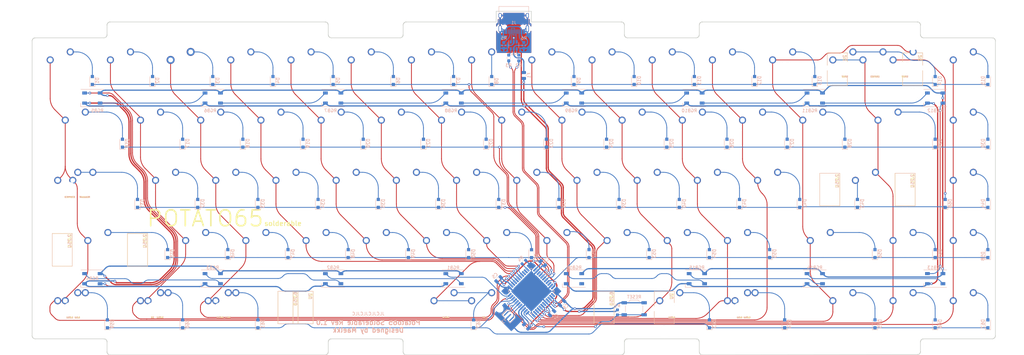
<source format=kicad_pcb>
(kicad_pcb (version 20221018) (generator pcbnew)
  (layers (0 "F.Cu" signal) (31 "B.Cu" signal) (34 "B.Paste" user) (35 "F.Paste" user) (36 "B.SilkS" user "B.Silkscreen") (37 "F.SilkS" user "F.Silkscreen") (38 "B.Mask" user) (39 "F.Mask" user) (44 "Edge.Cuts" user))
  (net 0 "")
  (net 1 "GND")
  (net 2 "VCC")
  (net 3 "D-")
  (net 4 "D+")
  (net 5 "Net-(D42-Pad2)")
  (net 6 "Net-(U2-Pad16)")
  (net 7 "Net-(U2-Pad17)")
  (net 8 "+5V")
  (net 9 "Net-(C7-Pad1)")
  (net 10 "Net-(D1-Pad2)")
  (net 11 "ROW0")
  (net 12 "Net-(D2-Pad2)")
  (net 13 "Net-(D3-Pad2)")
  (net 14 "Net-(D4-Pad2)")
  (net 15 "Net-(D5-Pad2)")
  (net 16 "Net-(D6-Pad2)")
  (net 17 "Net-(D7-Pad2)")
  (net 18 "Net-(D8-Pad2)")
  (net 19 "Net-(D9-Pad2)")
  (net 20 "Net-(D10-Pad2)")
  (net 21 "Net-(D11-Pad2)")
  (net 22 "Net-(D12-Pad2)")
  (net 23 "Net-(D13-Pad2)")
  (net 24 "Net-(D14-Pad2)")
  (net 25 "Net-(D15-Pad2)")
  (net 26 "Net-(D16-Pad2)")
  (net 27 "ROW1")
  (net 28 "Net-(D17-Pad2)")
  (net 29 "Net-(D18-Pad2)")
  (net 30 "Net-(D19-Pad2)")
  (net 31 "Net-(D20-Pad2)")
  (net 32 "Net-(D21-Pad2)")
  (net 33 "Net-(D22-Pad2)")
  (net 34 "Net-(D23-Pad2)")
  (net 35 "Net-(D24-Pad2)")
  (net 36 "Net-(D25-Pad2)")
  (net 37 "Net-(D26-Pad2)")
  (net 38 "Net-(D27-Pad2)")
  (net 39 "Net-(D28-Pad2)")
  (net 40 "Net-(D29-Pad2)")
  (net 41 "Net-(D30-Pad2)")
  (net 42 "Net-(D31-Pad2)")
  (net 43 "ROW2")
  (net 44 "Net-(D32-Pad2)")
  (net 45 "Net-(D33-Pad2)")
  (net 46 "Net-(D34-Pad2)")
  (net 47 "Net-(D35-Pad2)")
  (net 48 "Net-(D36-Pad2)")
  (net 49 "Net-(D37-Pad2)")
  (net 50 "Net-(D38-Pad2)")
  (net 51 "Net-(D39-Pad2)")
  (net 52 "Net-(D40-Pad2)")
  (net 53 "Net-(D41-Pad2)")
  (net 54 "Net-(D43-Pad2)")
  (net 55 "Net-(D44-Pad2)")
  (net 56 "Net-(D45-Pad2)")
  (net 57 "ROW3")
  (net 58 "Net-(D46-Pad2)")
  (net 59 "Net-(D47-Pad2)")
  (net 60 "Net-(D48-Pad2)")
  (net 61 "Net-(D49-Pad2)")
  (net 62 "Net-(D50-Pad2)")
  (net 63 "Net-(D51-Pad2)")
  (net 64 "Net-(D52-Pad2)")
  (net 65 "Net-(D53-Pad2)")
  (net 66 "Net-(D54-Pad2)")
  (net 67 "Net-(D55-Pad2)")
  (net 68 "Net-(D56-Pad2)")
  (net 69 "Net-(D57-Pad2)")
  (net 70 "Net-(D58-Pad2)")
  (net 71 "Net-(D59-Pad2)")
  (net 72 "ROW4")
  (net 73 "Net-(D60-Pad2)")
  (net 74 "Net-(D61-Pad2)")
  (net 76 "Net-(D63-Pad2)")
  (net 77 "Net-(D64-Pad2)")
  (net 78 "Net-(D65-Pad2)")
  (net 79 "Net-(D66-Pad2)")
  (net 80 "Net-(D67-Pad2)")
  (net 82 "Net-(J1-PadA5)")
  (net 83 "Net-(D62-Pad2)")
  (net 84 "Net-(J1-PadB5)")
  (net 85 "COL0")
  (net 86 "COL1")
  (net 87 "COL2")
  (net 88 "COL3")
  (net 89 "COL4")
  (net 90 "COL5")
  (net 91 "COL6")
  (net 92 "COL7")
  (net 93 "COL8")
  (net 94 "COL9")
  (net 95 "COL10")
  (net 96 "COL11")
  (net 97 "COL12")
  (net 98 "COL13")
  (net 99 "COL14")
  (net 100 "Net-(R1-Pad2)")
  (net 101 "Net-(R2-Pad2)")
  (net 102 "Net-(R2-Pad1)")
  (net 103 "Net-(R3-Pad2)")
  (net 104 "Net-(R3-Pad1)")
  (net 105 "Net-(R4-Pad2)")
  (net 106 "RGBLED")
  (net 112 "Net-(RGB1-Pad2)")
  (net 113 "Net-(RGB2-Pad2)")
  (net 114 "Net-(RGB3-Pad2)")
  (net 115 "Net-(RGB4-Pad2)")
  (net 116 "Net-(RGB5-Pad2)")
  (net 117 "Net-(RGB6-Pad2)")
  (net 118 "Net-(RGB7-Pad2)")
  (net 119 "Net-(RGB8-Pad2)")
  (net 120 "Net-(RGB10-Pad4)")
  (net 121 "Net-(RGB10-Pad2)")
  (net 122 "Net-(RGB11-Pad2)")
  (net 123 "Net-(RGB12-Pad2)")
  (net 124 "Net-(RGB13-Pad2)")
  (net 125 "Net-(RGB14-Pad2)")
  (net 126 "Net-(RGB15-Pad2)")
  (net 128 "net-(d68-pad2)")
  (footprint "MX_Alps_Hybrid:MXOnly-1U-NoLED" (layer "F.Cu") (at 345.28125 51.59375)
    (fp_text reference "MX15")
    (fp_text value "MX-NoLED")
  )
  (footprint "MX_Alps_Hybrid:MXOnly-1U-NoLED" (layer "F.Cu") (at 235.74375 108.74375)
    (fp_text reference "MX53")
    (fp_text value "MX-NoLED")
  )
  (footprint "MX_Alps_Hybrid:MXOnly-1U-NoLED" (layer "F.Cu") (at 59.53125 51.59375)
    (fp_text reference "MX1")
    (fp_text value "MX-NoLED")
  )
  (footprint "MX_Alps_Hybrid:MXOnly-1U-NoLED" (layer "F.Cu") (at 78.58125 51.59375)
    (fp_text reference "MX2")
    (fp_text value "MX-NoLED")
  )
  (footprint "MX_Alps_Hybrid:MXOnly-1U-NoLED" (layer "F.Cu") (at 97.63125 51.59375)
    (fp_text reference "MX3")
    (fp_text value "MX-NoLED")
  )
  (footprint "MX_Alps_Hybrid:MXOnly-1U-NoLED" (layer "F.Cu") (at 116.68125 51.59375)
    (fp_text reference "MX4")
    (fp_text value "MX-NoLED")
  )
  (footprint "MX_Alps_Hybrid:MXOnly-1U-NoLED" (layer "F.Cu") (at 135.73125 51.59375)
    (fp_text reference "MX5")
    (fp_text value "MX-NoLED")
  )
  (footprint "MX_Alps_Hybrid:MXOnly-1U-NoLED" (layer "F.Cu") (at 154.78125 51.59375)
    (fp_text reference "MX6")
    (fp_text value "MX-NoLED")
  )
  (footprint "MX_Alps_Hybrid:MXOnly-1U-NoLED" (layer "F.Cu") (at 173.83125 51.59375)
    (fp_text reference "MX7")
    (fp_text value "MX-NoLED")
  )
  (footprint "MX_Alps_Hybrid:MXOnly-1U-NoLED" (layer "F.Cu") (at 192.88125 51.59375)
    (fp_text reference "MX8")
    (fp_text value "MX-NoLED")
  )
  (footprint "MX_Alps_Hybrid:MXOnly-1U-NoLED" (layer "F.Cu") (at 211.93125 51.59375)
    (fp_text reference "MX9")
    (fp_text value "MX-NoLED")
  )
  (footprint "MX_Alps_Hybrid:MXOnly-1U-NoLED" (layer "F.Cu") (at 230.98125 51.59375)
    (fp_text reference "MX10")
    (fp_text value "MX-NoLED")
  )
  (footprint "MX_Alps_Hybrid:MXOnly-1U-NoLED" (layer "F.Cu") (at 250.03125 51.59375)
    (fp_text reference "MX11")
    (fp_text value "MX-NoLED")
  )
  (footprint "MX_Alps_Hybrid:MXOnly-1U-NoLED" (layer "F.Cu") (at 288.13125 51.59375)
    (fp_text reference "MX13")
    (fp_text value "MX-NoLED")
  )
  (footprint "MX_Alps_Hybrid:MXOnly-2U-NoLED" (layer "F.Cu") (at 316.70625 51.59375)
    (fp_text reference "MX14")
    (fp_text value "MX-NoLED")
  )
  (footprint "MX_Alps_Hybrid:MXOnly-1.5U-NoLED" (layer "F.Cu") (at 64.29375 70.64375)
    (fp_text reference "MX16")
    (fp_text value "MX-NoLED")
  )
  (footprint "MX_Alps_Hybrid:MXOnly-1U-NoLED" (layer "F.Cu") (at 88.10625 70.64375)
    (fp_text reference "MX17")
    (fp_text value "MX-NoLED")
  )
  (footprint "MX_Alps_Hybrid:MXOnly-1U-NoLED" (layer "F.Cu") (at 107.15625 70.64375)
    (fp_text reference "MX18")
    (fp_text value "MX-NoLED")
  )
  (footprint "MX_Alps_Hybrid:MXOnly-1U-NoLED" (layer "F.Cu") (at 126.20625 70.64375)
    (fp_text reference "MX19")
    (fp_text value "MX-NoLED")
  )
  (footprint "MX_Alps_Hybrid:MXOnly-1U-NoLED" (layer "F.Cu") (at 145.25625 70.64375)
    (fp_text reference "MX20")
    (fp_text value "MX-NoLED")
  )
  (footprint "MX_Alps_Hybrid:MXOnly-1U-NoLED" (layer "F.Cu") (at 164.30625 70.64375)
    (fp_text reference "MX21")
    (fp_text value "MX-NoLED")
  )
  (footprint "MX_Alps_Hybrid:MXOnly-1U-NoLED" (layer "F.Cu") (at 183.35625 70.64375)
    (fp_text reference "MX22")
    (fp_text value "MX-NoLED")
  )
  (footprint "MX_Alps_Hybrid:MXOnly-1U-NoLED" (layer "F.Cu") (at 202.40625 70.64375)
    (fp_text reference "MX23")
    (fp_text value "MX-NoLED")
  )
  (footprint "MX_Alps_Hybrid:MXOnly-1U-NoLED" (layer "F.Cu") (at 221.45625 70.64375)
    (fp_text reference "MX24")
    (fp_text value "MX-NoLED")
  )
  (footprint "MX_Alps_Hybrid:MXOnly-1U-NoLED" (layer "F.Cu") (at 240.50625 70.64375)
    (fp_text reference "MX25")
    (fp_text value "MX-NoLED")
  )
  (footprint "MX_Alps_Hybrid:MXOnly-1U-NoLED" (layer "F.Cu") (at 259.55625 70.64375)
    (fp_text reference "MX26")
    (fp_text value "MX-NoLED")
  )
  (footprint "MX_Alps_Hybrid:MXOnly-1U-NoLED" (layer "F.Cu") (at 278.60625 70.64375)
    (fp_text reference "MX27")
    (fp_text value "MX-NoLED")
  )
  (footprint "MX_Alps_Hybrid:MXOnly-1U-NoLED" (layer "F.Cu") (at 297.65625 70.64375)
    (fp_text reference "MX28")
    (fp_text value "MX-NoLED")
  )
  (footprint "MX_Alps_Hybrid:MXOnly-1.5U-NoLED" (layer "F.Cu") (at 321.46875 70.64375)
    (fp_text reference "MX29")
    (fp_text value "MX-NoLED")
  )
  (footprint "MX_Alps_Hybrid:MXOnly-1U-NoLED" (layer "F.Cu") (at 345.28125 70.64375)
    (fp_text reference "MX30")
    (fp_text value "MX-NoLED")
  )
  (footprint "MX_Alps_Hybrid:MXOnly-1.75U-NoLED" (layer "F.Cu") (at 66.675 89.69375)
    (fp_text reference "MX31")
    (fp_text value "MX-NoLED")
  )
  (footprint "MX_Alps_Hybrid:MXOnly-1U-NoLED" (layer "F.Cu") (at 92.86875 89.69375)
    (fp_text reference "MX32")
    (fp_text value "MX-NoLED")
  )
  (footprint "MX_Alps_Hybrid:MXOnly-1U-NoLED" (layer "F.Cu") (at 111.91875 89.69375)
    (fp_text reference "MX33")
    (fp_text value "MX-NoLED")
  )
  (footprint "MX_Alps_Hybrid:MXOnly-1U-NoLED" (layer "F.Cu") (at 130.96875 89.69375)
    (fp_text reference "MX34")
    (fp_text value "MX-NoLED")
  )
  (footprint "MX_Alps_Hybrid:MXOnly-1U-NoLED" (layer "F.Cu") (at 150.01875 89.69375)
    (fp_text reference "MX35")
    (fp_text value "MX-NoLED")
  )
  (footprint "MX_Alps_Hybrid:MXOnly-1U-NoLED" (layer "F.Cu") (at 169.06875 89.69375)
    (fp_text reference "MX36")
    (fp_text value "MX-NoLED")
  )
  (footprint "MX_Alps_Hybrid:MXOnly-1U-NoLED" (layer "F.Cu") (at 188.11875 89.69375)
    (fp_text reference "MX37")
    (fp_text value "MX-NoLED")
  )
  (footprint "MX_Alps_Hybrid:MXOnly-1U-NoLED" (layer "F.Cu") (at 207.16875 89.69375)
    (fp_text reference "MX38")
    (fp_text value "MX-NoLED")
  )
  (footprint "MX_Alps_Hybrid:MXOnly-1U-NoLED" (layer "F.Cu") (at 226.21875 89.69375)
    (fp_text reference "MX39")
    (fp_text value "MX-NoLED")
  )
  (footprint "MX_Alps_Hybrid:MXOnly-1U-NoLED" (layer "F.Cu") (at 245.26875 89.69375)
    (fp_text reference "MX40")
    (fp_text value "MX-NoLED")
  )
  (footprint "MX_Alps_Hybrid:MXOnly-1U-NoLED" (layer "F.Cu") (at 264.31875 89.69375)
    (fp_text reference "MX41")
    (fp_text value "MX-NoLED")
  )
  (footprint "MX_Alps_Hybrid:MXOnly-1U-NoLED" (layer "F.Cu") (at 283.36875 89.69375)
    (fp_text reference "MX42")
    (fp_text value "MX-NoLED")
  )
  (footprint "MX_Alps_Hybrid:MXOnly-2.25U-NoLED" (layer "F.Cu") (at 314.325 89.69375)
    (fp_text reference "MX43")
    (fp_text value "MX-NoLED")
  )
  (footprint "MX_Alps_Hybrid:MXOnly-1U-NoLED" (layer "F.Cu") (at 345.28125 89.69375)
    (fp_text reference "MX44")
    (fp_text value "MX-NoLED")
  )
  (footprint "MX_Alps_Hybrid:MXOnly-2.25U-NoLED" (layer "F.Cu") (at 71.4375 108.74375)
    (fp_text reference "MX45")
    (fp_text value "MX-NoLED")
  )
  (footprint "MX_Alps_Hybrid:MXOnly-1U-NoLED" (layer "F.Cu") (at 102.39375 108.74375)
    (fp_text reference "MX46")
    (fp_text value "MX-NoLED")
  )
  (footprint "MX_Alps_Hybrid:MXOnly-1U-NoLED" (layer "F.Cu") (at 121.44375 108.74375)
    (fp_text reference "MX47")
    (fp_text value "MX-NoLED")
  )
  (footprint "MX_Alps_Hybrid:MXOnly-1U-NoLED" (layer "F.Cu") (at 140.49375 108.74375)
    (fp_text reference "MX48")
    (fp_text value "MX-NoLED")
  )
  (footprint "MX_Alps_Hybrid:MXOnly-1U-NoLED" (layer "F.Cu") (at 159.54375 108.74375)
    (fp_text reference "MX49")
    (fp_text value "MX-NoLED")
  )
  (footprint "MX_Alps_Hybrid:MXOnly-1U-NoLED" (layer "F.Cu") (at 178.59375 108.74375)
    (fp_text reference "MX50")
    (fp_text value "MX-NoLED")
  )
  (footprint "MX_Alps_Hybrid:MXOnly-1U-NoLED" (layer "F.Cu") (at 197.64375 108.74375)
    (fp_text reference "MX51")
    (fp_text value "MX-NoLED")
  )
  (footprint "MX_Alps_Hybrid:MXOnly-1U-NoLED" (layer "F.Cu") (at 216.69375 108.74375)
    (fp_text reference "MX52")
    (fp_text value "MX-NoLED")
  )
  (footprint "MX_Alps_Hybrid:MXOnly-1U-NoLED" (layer "F.Cu") (at 254.79375 108.74375)
    (fp_text reference "MX54")
    (fp_text value "MX-NoLED")
  )
  (footprint "MX_Alps_Hybrid:MXOnly-1U-NoLED" (layer "F.Cu") (at 273.84375 108.74375)
    (fp_text reference "MX55")
    (fp_text value "MX-NoLED")
  )
  (footprint "MX_Alps_Hybrid:MXOnly-1.75U-NoLED" (layer "F.Cu") (at 300.0375 108.74375)
    (fp_text reference "MX56")
    (fp_text value "MX-NoLED")
  )
  (footprint "MX_Alps_Hybrid:MXOnly-1U-NoLED" (layer "F.Cu") (at 326.23125 108.74375)
    (fp_text reference "MX57")
    (fp_text value "MX-NoLED")
  )
  (footprint "MX_Alps_Hybrid:MXOnly-1U-NoLED" (layer "F.Cu") (at 345.28125 108.74375)
    (fp_text reference "MX58")
    (fp_text value "MX-NoLED")
  )
  (footprint "MX_Alps_Hybrid:MXOnly-1.25U-NoLED" (layer "F.Cu") (at 61.9125 127.79375)
    (fp_text reference "MX59")
    (fp_text value "MX-NoLED")
  )
  (footprint "MX_Alps_Hybrid:MXOnly-1.25U-NoLED" (layer "F.Cu") (at 90.4875 127.79375)
    (fp_text reference "MX60")
    (fp_text value "MX-NoLED")
  )
  (footprint "MX_Alps_Hybrid:MXOnly-1.25U-NoLED" (layer "F.Cu") (at 109.5375 127.79375)
    (fp_text reference "MX61")
    (fp_text value "MX-NoLED")
  )
  (footprint "MX_Alps_Hybrid:MXOnly-6.25U-ReversedStabilizers-NoLED" (layer "F.Cu") (at 180.975 127.79375)
    (fp_text reference "MX62")
    (fp_text value "MX-NoLED")
  )
  (footprint "MX_Alps_Hybrid:MXOnly-1.25U-NoLED" (layer "F.Cu") (at 252.4125 127.79375)
    (fp_text reference "MX63")
    (fp_text value "MX-NoLED")
  )
  (footprint "MX_Alps_Hybrid:MXOnly-1.25U-NoLED" (layer "F.Cu") (at 276.225 127.79375)
    (fp_text reference "MX64")
    (fp_text value "MX-NoLED")
  )
  (footprint "MX_Alps_Hybrid:MXOnly-1U-NoLED" (layer "F.Cu") (at 307.18125 127.79375)
    (fp_text reference "MX65")
    (fp_text value "MX-NoLED")
  )
  (footprint "MX_Alps_Hybrid:MXOnly-1U-NoLED" (layer "F.Cu") (at 326.23125 127.79375)
    (fp_text reference "MX66")
    (fp_text value "MX-NoLED")
  )
  (footprint "MX_Alps_Hybrid:MXOnly-1U-NoLED" (layer "F.Cu") (at 345.28125 127.79375)
    (fp_text reference "MX67")
    (fp_text value "MX-NoLED")
  )
  (footprint "MX_Alps_Hybrid:MXOnly-1U-NoLED" (layer "F.Cu") (at 269.08125 51.59375)
    (fp_text reference "MX12")
    (fp_text value "MX-NoLED")
  )
  (footprint "MX_Alps_Hybrid:MXOnly-1.5U-NoLED" (layer "F.Cu") (at 111.91875 127.79375)
    (fp_text reference "REF**")
    (fp_text value "1.5U")
  )
  (footprint "MX_Alps_Hybrid:MXOnly-7U-ReversedStabilizers-NoLED" (layer "F.Cu") (at 192.88125 127.79375)
    (fp_text reference "REF**")
    (fp_text value "7U")
  )
  (footprint "MX_Alps_Hybrid:MXOnly-1.5U-NoLED" (layer "F.Cu") (at 273.84375 127.79375)
    (fp_text reference "REF**")
    (fp_text value "1.5U")
  )
  (footprint "MX_Alps_Hybrid:MXOnly-1U-NoLED" (layer "F.Cu") (at 307.18125 51.59375)
    (fp_text reference "MX13")
    (fp_text value "MX-NoLED")
  )
  (footprint "MX_Alps_Hybrid:MXOnly-1.5U-NoLED" (layer "F.Cu") (at 64.29375 127.79375)
    (fp_text reference "REF**")
    (fp_text value "1.5U")
  )
  (footprint "" (layer "F.Cu") (at 344.4875 46.0375)
    (fp_text reference "")
    (fp_text value "")
  )
  (footprint "MX_Alps_Hybrid:MXOnly-1U-NoLED" (layer "F.Cu") (at 326.23125 51.59375)
    (fp_text reference "MX13")
    (fp_text value "MX-NoLED")
  )
  (footprint "JLC:ToolingHole_1.152mm_(for_JLCPCB_SMT)" (layer "F.Cu") (at 56.35625 46.0375)
    (fp_text reference "")
    (fp_text value "ToolingHole_1.152mm_(for_JLCPCB_SMT)")
  )
  (footprint "MX_Alps_Hybrid:MXOnly-1U-NoLED" (layer "F.Cu") (at 88.10625 127.79375)
    (fp_text reference "MX13")
    (fp_text value "MX-NoLED")
  )
  (footprint "MX_Alps_Hybrid:MXOnly-1.25U-NoLED" (layer "F.Cu") (at 61.9125 89.69375)
    (fp_text reference "MX59")
    (fp_text value "MX-NoLED")
  )
  (footprint "JLC:ToolingHole_1.152mm_(for_JLCPCB_SMT)" (layer "F.Cu") (at 348.45625 130.96875)
    (fp_text reference "" hide)
    (fp_text value "ToolingHole_1.152mm_(for_JLCPCB_SMT)")
  )
  (footprint "JLC:ToolingHole_1.152mm_(for_JLCPCB_SMT)" (layer "F.Cu") (at 55.245 131.445)
    (fp_text reference "")
    (fp_text value "ToolingHole_1.152mm_(for_JLCPCB_SMT)")
  )
  (footprint "Capacitor_SMD:C_0805_2012Metric" (layer "B.Cu") (at 211.582 113.411 -45)
    (fp_text reference "C3")
    (fp_text value "0.1uF")
  )
  (footprint "Capacitor_SMD:C_0805_2012Metric" (layer "B.Cu") (at 206.375 133.35 135)
    (fp_text reference "C4")
    (fp_text value "0.1uF")
  )
  (footprint "Capacitor_SMD:C_0805_2012Metric" (layer "B.Cu") (at 197.612 118.491 -135)
    (fp_text reference "C5")
    (fp_text value "0.1uF")
  )
  (footprint "Capacitor_SMD:C_0805_2012Metric" (layer "B.Cu") (at 217.678 125.984 45)
    (fp_text reference "C6")
    (fp_text value "10uF")
  )
  (footprint "Capacitor_SMD:C_0805_2012Metric" (layer "B.Cu") (at 214.503 129.159 45)
    (fp_text reference "C7")
    (fp_text value "1uF")
  )
  (footprint "Diode_SMD:D_SOD-323_HandSoldering" (layer "B.Cu") (at 69.05625 55.5625 90)
    (fp_text reference "D1")
    (fp_text value "D_Small")
  )
  (footprint "Diode_SMD:D_SOD-323_HandSoldering" (layer "B.Cu") (at 88.10625 55.5625 90)
    (fp_text reference "D2")
    (fp_text value "D_Small")
  )
  (footprint "Diode_SMD:D_SOD-323_HandSoldering" (layer "B.Cu") (at 107.15625 55.5625 90)
    (fp_text reference "D3")
    (fp_text value "D_Small")
  )
  (footprint "Diode_SMD:D_SOD-323_HandSoldering" (layer "B.Cu") (at 126.20625 55.5625 90)
    (fp_text reference "D4")
    (fp_text value "D_Small")
  )
  (footprint "Diode_SMD:D_SOD-323_HandSoldering" (layer "B.Cu") (at 145.25625 55.5625 90)
    (fp_text reference "D5")
    (fp_text value "D_Small")
  )
  (footprint "Diode_SMD:D_SOD-323_HandSoldering" (layer "B.Cu") (at 164.30625 55.5625 90)
    (fp_text reference "D6")
    (fp_text value "D_Small")
  )
  (footprint "Diode_SMD:D_SOD-323_HandSoldering" (layer "B.Cu") (at 183.35625 55.5625 90)
    (fp_text reference "D7")
    (fp_text value "D_Small")
  )
  (footprint "Diode_SMD:D_SOD-323_HandSoldering" (layer "B.Cu") (at 195.42 55.5625 90)
    (fp_text reference "D8")
    (fp_text value "D_Small")
  )
  (footprint "Diode_SMD:D_SOD-323_HandSoldering" (layer "B.Cu") (at 221.45625 55.5625 90)
    (fp_text reference "D9")
    (fp_text value "D_Small")
  )
  (footprint "Diode_SMD:D_SOD-323_HandSoldering" (layer "B.Cu") (at 240.50625 55.5625 90)
    (fp_text reference "D10")
    (fp_text value "D_Small")
  )
  (footprint "Diode_SMD:D_SOD-323_HandSoldering" (layer "B.Cu") (at 259.55625 55.5625 90)
    (fp_text reference "D11")
    (fp_text value "D_Small")
  )
  (footprint "Diode_SMD:D_SOD-323_HandSoldering" (layer "B.Cu") (at 278.60625 55.5625 90)
    (fp_text reference "D12")
    (fp_text value "D_Small")
  )
  (footprint "Diode_SMD:D_SOD-323_HandSoldering" (layer "B.Cu") (at 297.65625 55.5625 90)
    (fp_text reference "D13")
    (fp_text value "D_Small")
  )
  (footprint "Diode_SMD:D_SOD-323_HandSoldering" (layer "B.Cu") (at 335.75625 55.5625 90)
    (fp_text reference "D14")
    (fp_text value "D_Small")
  )
  (footprint "Diode_SMD:D_SOD-323_HandSoldering" (layer "B.Cu") (at 78.58125 75.40625 90)
    (fp_text reference "D16")
    (fp_text value "D_Small")
  )
  (footprint "Diode_SMD:D_SOD-323_HandSoldering" (layer "B.Cu") (at 97.63125 75.40625 90)
    (fp_text reference "D17")
    (fp_text value "D_Small")
  )
  (footprint "Diode_SMD:D_SOD-323_HandSoldering" (layer "B.Cu") (at 116.68125 75.40625 90)
    (fp_text reference "D18")
    (fp_text value "D_Small")
  )
  (footprint "Diode_SMD:D_SOD-323_HandSoldering" (layer "B.Cu") (at 135.73125 75.40625 90)
    (fp_text reference "D19")
    (fp_text value "D_Small")
  )
  (footprint "Diode_SMD:D_SOD-323_HandSoldering" (layer "B.Cu") (at 154.78125 75.40625 90)
    (fp_text reference "D20")
    (fp_text value "D_Small")
  )
  (footprint "Diode_SMD:D_SOD-323_HandSoldering" (layer "B.Cu") (at 173.83125 75.40625 90)
    (fp_text reference "D21")
    (fp_text value "D_Small")
  )
  (footprint "Diode_SMD:D_SOD-323_HandSoldering" (layer "B.Cu") (at 193.675 75.40625 90)
    (fp_text reference "D22")
    (fp_text value "D_Small")
  )
  (footprint "Diode_SMD:D_SOD-323_HandSoldering" (layer "B.Cu") (at 212.725 75.40625 90)
    (fp_text reference "D23")
    (fp_text value "D_Small")
  )
  (footprint "Diode_SMD:D_SOD-323_HandSoldering" (layer "B.Cu") (at 231.775 75.40625 90)
    (fp_text reference "D24")
    (fp_text value "D_Small")
  )
  (footprint "Diode_SMD:D_SOD-323_HandSoldering" (layer "B.Cu") (at 269.875 75.40625 90)
    (fp_text reference "D26")
    (fp_text value "D_Small")
  )
  (footprint "Diode_SMD:D_SOD-323_HandSoldering" (layer "B.Cu") (at 307.18125 75.40625 90)
    (fp_text reference "D28")
    (fp_text value "D_Small")
  )
  (footprint "Diode_SMD:D_SOD-323_HandSoldering" (layer "B.Cu") (at 335.75625 75.40625 90)
    (fp_text reference "D29")
    (fp_text value "D_Small")
  )
  (footprint "Diode_SMD:D_SOD-323_HandSoldering" (layer "B.Cu") (at 352.425 75.40625 90)
    (fp_text reference "D30")
    (fp_text value "D_Small")
  )
  (footprint "Diode_SMD:D_SOD-323_HandSoldering" (layer "B.Cu") (at 83.34375 94.45625 90)
    (fp_text reference "D31")
    (fp_text value "D_Small")
  )
  (footprint "Diode_SMD:D_SOD-323_HandSoldering" (layer "B.Cu") (at 102.39375 94.45625 90)
    (fp_text reference "D32")
    (fp_text value "D_Small")
  )
  (footprint "Diode_SMD:D_SOD-323_HandSoldering" (layer "B.Cu") (at 121.44375 94.45625 90)
    (fp_text reference "D33")
    (fp_text value "D_Small")
  )
  (footprint "Diode_SMD:D_SOD-323_HandSoldering" (layer "B.Cu") (at 140.49375 94.45625 90)
    (fp_text reference "D34")
    (fp_text value "D_Small")
  )
  (footprint "Diode_SMD:D_SOD-323_HandSoldering" (layer "B.Cu") (at 159.54375 94.45625 90)
    (fp_text reference "D35")
    (fp_text value "D_Small")
  )
  (footprint "Diode_SMD:D_SOD-323_HandSoldering" (layer "B.Cu") (at 178.59375 94.45625 90)
    (fp_text reference "D36")
    (fp_text value "D_Small")
  )
  (footprint "Diode_SMD:D_SOD-323_HandSoldering" (layer "B.Cu") (at 197.64375 94.45625 90)
    (fp_text reference "D37")
    (fp_text value "D_Small")
  )
  (footprint "Diode_SMD:D_SOD-323_HandSoldering" (layer "B.Cu") (at 216.69375 94.45625 90)
    (fp_text reference "D38")
    (fp_text value "D_Small")
  )
  (footprint "Diode_SMD:D_SOD-323_HandSoldering" (layer "B.Cu") (at 235.74375 94.45625 90)
    (fp_text reference "D39")
    (fp_text value "D_Small")
  )
  (footprint "Diode_SMD:D_SOD-323_HandSoldering" (layer "B.Cu") (at 254.79375 94.45625 90)
    (fp_text reference "D40")
    (fp_text value "D_Small")
  )
  (footprint "Diode_SMD:D_SOD-323_HandSoldering" (layer "B.Cu") (at 273.84375 94.45625 90)
    (fp_text reference "D41")
    (fp_text value "D_Small")
  )
  (footprint "Diode_SMD:D_SOD-323_HandSoldering" (layer "B.Cu") (at 292.89375 94.45625 90)
    (fp_text reference "D42")
    (fp_text value "D_Small")
  )
  (footprint "Diode_SMD:D_SOD-323_HandSoldering" (layer "B.Cu") (at 311.15 94.45625 90)
    (fp_text reference "D43")
    (fp_text value "D_Small")
  )
  (footprint "Diode_SMD:D_SOD-323_HandSoldering" (layer "B.Cu") (at 352.425 94.45625 90)
    (fp_text reference "D44")
    (fp_text value "D_Small")
  )
  (footprint "Diode_SMD:D_SOD-323_HandSoldering" (layer "B.Cu") (at 92.86875 110.33125 90)
    (fp_text reference "D45")
    (fp_text value "D_Small")
  )
  (footprint "Diode_SMD:D_SOD-323_HandSoldering" (layer "B.Cu") (at 111.91875 110.33125 90)
    (fp_text reference "D46")
    (fp_text value "D_Small")
  )
  (footprint "Diode_SMD:D_SOD-323_HandSoldering" (layer "B.Cu") (at 130.96875 110.33125 90)
    (fp_text reference "D47")
    (fp_text value "D_Small")
  )
  (footprint "Diode_SMD:D_SOD-323_HandSoldering" (layer "B.Cu") (at 150.01875 110.33125 90)
    (fp_text reference "D48")
    (fp_text value "D_Small")
  )
  (footprint "Diode_SMD:D_SOD-323_HandSoldering" (layer "B.Cu") (at 169.06875 110.33125 90)
    (fp_text reference "D49")
    (fp_text value "D_Small")
  )
  (footprint "Diode_SMD:D_SOD-323_HandSoldering" (layer "B.Cu") (at 188.11875 110.33125 90)
    (fp_text reference "D50")
    (fp_text value "D_Small")
  )
  (footprint "Diode_SMD:D_SOD-323_HandSoldering" (layer "B.Cu") (at 208.026 110.363 90)
    (fp_text reference "D51")
    (fp_text value "D_Small")
  )
  (footprint "Diode_SMD:D_SOD-323_HandSoldering" (layer "B.Cu") (at 226.21875 110.33125 90)
    (fp_text reference "D52")
    (fp_text value "D_Small")
  )
  (footprint "Diode_SMD:D_SOD-323_HandSoldering" (layer "B.Cu") (at 245.26875 110.33125 90)
    (fp_text reference "D53")
    (fp_text value "D_Small")
  )
  (footprint "Diode_SMD:D_SOD-323_HandSoldering" (layer "B.Cu") (at 264.31875 110.33125 90)
    (fp_text reference "D54")
    (fp_text value "D_Small")
  )
  (footprint "Diode_SMD:D_SOD-323_HandSoldering" (layer "B.Cu") (at 283.36875 110.33125 90)
    (fp_text reference "D55")
    (fp_text value "D_Small")
  )
  (footprint "Diode_SMD:D_SOD-323_HandSoldering" (layer "B.Cu") (at 316.70625 110.33125 90)
    (fp_text reference "D56")
    (fp_text value "D_Small")
  )
  (footprint "Diode_SMD:D_SOD-323_HandSoldering" (layer "B.Cu") (at 335.75625 110.33125 90)
    (fp_text reference "D57")
    (fp_text value "D_Small")
  )
  (footprint "Diode_SMD:D_SOD-323_HandSoldering" (layer "B.Cu") (at 352.425 110.33125 90)
    (fp_text reference "D58")
    (fp_text value "D_Small")
  )
  (footprint "Diode_SMD:D_SOD-323_HandSoldering" (layer "B.Cu") (at 73.81875 132.55625 90)
    (fp_text reference "D59")
    (fp_text value "D_Small")
  )
  (footprint "Diode_SMD:D_SOD-323_HandSoldering" (layer "B.Cu") (at 97.63125 132.55625 90)
    (fp_text reference "D60")
    (fp_text value "D_Small")
  )
  (footprint "Diode_SMD:D_SOD-323_HandSoldering" (layer "B.Cu") (at 121.44375 132.55625 90)
    (fp_text reference "D61")
    (fp_text value "D_Small")
  )
  (footprint "Diode_SMD:D_SOD-323_HandSoldering" (layer "B.Cu") (at 189.70625 132.55625 90)
    (fp_text reference "D62")
    (fp_text value "D_Small")
  )
  (footprint "Diode_SMD:D_SOD-323_HandSoldering" (layer "B.Cu") (at 264.31875 132.55625 90)
    (fp_text reference "D63")
    (fp_text value "D_Small")
  )
  (footprint "Diode_SMD:D_SOD-323_HandSoldering" (layer "B.Cu") (at 288.13125 132.55625 90)
    (fp_text reference "D64")
    (fp_text value "D_Small")
  )
  (footprint "Diode_SMD:D_SOD-323_HandSoldering" (layer "B.Cu") (at 316.70625 132.55625 90)
    (fp_text reference "D65")
    (fp_text value "D_Small")
  )
  (footprint "Diode_SMD:D_SOD-323_HandSoldering" (layer "B.Cu") (at 335.75625 132.55625 90)
    (fp_text reference "D66")
    (fp_text value "D_Small")
  )
  (footprint "Diode_SMD:D_SOD-323_HandSoldering" (layer "B.Cu") (at 352.425 132.55625 90)
    (fp_text reference "D67")
    (fp_text value "D_Small")
  )
  (footprint "Fuse:Fuse_0805_2012Metric" (layer "B.Cu") (at 205.58125 53.975 90)
    (fp_text reference "F1")
    (fp_text value "Polyfuse_Small")
  )
  (footprint "Connector_USB:USB_C_Receptacle_HRO_TYPE-C-31-M-12" (layer "B.Cu") (at 202.40625 36.04013)
    (fp_text reference "J1")
    (fp_text value "USB_C_Receptacle")
  )
  (footprint "Resistor_SMD:R_0603_1608Metric" (layer "B.Cu") (at 235.204 128.9304 -90)
    (fp_text reference "R1")
    (fp_text value "10k")
  )
  (footprint "Resistor_SMD:R_0603_1608Metric_Pad0.98x0.95mm_HandSolder" (layer "B.Cu") (at 203.99375 48.41875 90)
    (fp_text reference "R2")
    (fp_text value "22")
  )
  (footprint "Resistor_SMD:R_0603_1608Metric_Pad0.98x0.95mm_HandSolder" (layer "B.Cu") (at 200.81875 48.41875 90)
    (fp_text reference "R3")
    (fp_text value "22")
  )
  (footprint "Resistor_SMD:R_0603_1608Metric" (layer "B.Cu") (at 205.613 113.03 -135)
    (fp_text reference "R4")
    (fp_text value "10k")
  )
  (footprint "Resistor_SMD:R_0603_1608Metric_Pad0.98x0.95mm_HandSolder" (layer "B.Cu") (at 205.58125 44.45 90)
    (fp_text reference "R6")
    (fp_text value "5.1k")
  )
  (footprint "Button_Switch_SMD:SW_SPST_TL3342" (layer "B.Cu") (at 240.50625 127.79375 180)
    (fp_text reference "RESET")
    (fp_text value "SW_Push")
  )
  (footprint "Package_TO_SOT_SMD:SOT-23-6" (layer "B.Cu") (at 202.40625 44.45 -90)
    (fp_text reference "U1")
    (fp_text value "USBLC6-2SC6")
  )
  (footprint "Package_QFP:TQFP-44_10x10mm_P0.8mm" (layer "B.Cu") (at 207.9625 122.2375 135)
    (fp_text reference "U2")
    (fp_text value "ATmega32U4-AU")
  )
  (footprint "Crystal:Resonator_SMD_Murata_CSTxExxV-3Pin_3.0x1.1mm" (layer "B.Cu") (at 200.81875 130.175 -45)
    (fp_text reference "Y1")
    (fp_text value "16Mhz")
  )
  (footprint "Diode_SMD:D_SOD-323_HandSoldering" (layer "B.Cu") (at 352.425 55.5625 90)
    (fp_text reference "D15")
    (fp_text value "D_Small")
  )
  (footprint "Diode_SMD:D_SOD-323_HandSoldering" (layer "B.Cu") (at 250.825 75.40625 90)
    (fp_text reference "D25")
    (fp_text value "D_Small")
  )
  (footprint "Diode_SMD:D_SOD-323_HandSoldering" (layer "B.Cu") (at 288.925 75.40625 90)
    (fp_text reference "D27")
    (fp_text value "D_Small")
  )
  (footprint "Resistor_SMD:R_0603_1608Metric_Pad0.98x0.95mm_HandSolder" (layer "B.Cu") (at 199.23125 44.45 90)
    (fp_text reference "R5")
    (fp_text value "5.1k")
  )
  (footprint "LED_SMD:LED_WS2812B_PLCC4_5.0x5.0mm_P3.2mm" (layer "B.Cu") (at 335.75625 118.26875 180)
    (fp_text reference "RGB13")
    (fp_text value "WS2812B")
  )
  (footprint "LED_SMD:LED_WS2812B_PLCC4_5.0x5.0mm_P3.2mm" (layer "B.Cu") (at 107.15625 118.26875 180)
    (fp_text reference "RGB3")
    (fp_text value "WS2812B")
  )
  (footprint "LED_SMD:LED_WS2812B_PLCC4_5.0x5.0mm_P3.2mm" (layer "B.Cu") (at 107.15625 61.11875 180)
    (fp_text reference "RGB6")
    (fp_text value "WS2812B")
  )
  (footprint "LED_SMD:LED_WS2812B_PLCC4_5.0x5.0mm_P3.2mm" (layer "B.Cu") (at 297.65625 61.11875 180)
    (fp_text reference "RGB11")
    (fp_text value "WS2812B")
  )
  (footprint "LED_SMD:LED_WS2812B_PLCC4_5.0x5.0mm_P3.2mm" (layer "B.Cu") (at 183.35625 61.11875 180)
    (fp_text reference "RGB8")
    (fp_text value "WS2812B")
  )
  (footprint "LED_SMD:LED_WS2812B_PLCC4_5.0x5.0mm_P3.2mm" (layer "B.Cu") (at 297.65625 118.26875 180)
    (fp_text reference "RGB14")
    (fp_text value "WS2812B")
  )
  (footprint "LED_SMD:LED_WS2812B_PLCC4_5.0x5.0mm_P3.2mm" (layer "B.Cu") (at 221.45625 61.11875 180)
    (fp_text reference "RGB9")
    (fp_text value "WS2812B")
  )
  (footprint "LED_SMD:LED_WS2812B_PLCC4_5.0x5.0mm_P3.2mm" (layer "B.Cu") (at 259.55625 61.11875 180)
    (fp_text reference "RGB10")
    (fp_text value "WS2812B")
  )
  (footprint "LED_SMD:LED_WS2812B_PLCC4_5.0x5.0mm_P3.2mm" (layer "B.Cu") (at 69.05625 61.11875 180)
    (fp_text reference "RGB5")
    (fp_text value "WS2812B")
  )
  (footprint "Diode_SMD:D_SOD-323_HandSoldering" (layer "B.Cu") (at 338.93125 94.45625 90)
    (fp_text reference "D68")
    (fp_text value "D_Small")
  )
  (footprint "LED_SMD:LED_WS2812B_PLCC4_5.0x5.0mm_P3.2mm" (layer "B.Cu") (at 260.35 118.26875 180)
    (fp_text reference "RGB15")
    (fp_text value "WS2812B")
  )
  (footprint "LED_SMD:LED_WS2812B_PLCC4_5.0x5.0mm_P3.2mm" (layer "B.Cu") (at 183.35625 118.26875 180)
    (fp_text reference "RGB1")
    (fp_text value "WS2812B")
  )
  (footprint "LED_SMD:LED_WS2812B_PLCC4_5.0x5.0mm_P3.2mm" (layer "B.Cu") (at 145.25625 118.26875 180)
    (fp_text reference "RGB2")
    (fp_text value "WS2812B")
  )
  (footprint "LED_SMD:LED_WS2812B_PLCC4_5.0x5.0mm_P3.2mm" (layer "B.Cu") (at 145.25625 61.11875 180)
    (fp_text reference "RGB7")
    (fp_text value "WS2812B")
  )
  (footprint "LED_SMD:LED_WS2812B_PLCC4_5.0x5.0mm_P3.2mm" (layer "B.Cu") (at 69.05625 118.26875 180)
    (fp_text reference "RGB4")
    (fp_text value "WS2812B")
  )
  (footprint "LED_SMD:LED_WS2812B_PLCC4_5.0x5.0mm_P3.2mm" (layer "B.Cu") (at 221.45625 118.26875 180)
    (fp_text reference "RGB16")
    (fp_text value "WS2812B")
  )
  (footprint "LED_SMD:LED_WS2812B_PLCC4_5.0x5.0mm_P3.2mm" (layer "B.Cu") (at 335.75625 61.11875 180)
    (fp_text reference "RGB12")
    (fp_text value "WS2812B")
  )
  (gr_line (start 307.975 46.83125) (end 307.975 49.6) (stroke (width 0.12)) (layer "B.SilkS"))
  (gr_line (start 307.975 57.15) (end 307.975 54.737) (stroke (width 0.12)) (layer "B.SilkS"))
  (gr_line (start 62.70625 103.98125) (end 62.70625 114.3) (stroke (width 0.12)) (layer "B.SilkS"))
  (gr_line (start 299.24375 95.25) (end 299.24375 84.93125) (stroke (width 0.12)) (layer "B.SilkS"))
  (gr_line (start 325.4375 46.83125) (end 327.616153 46.83125) (stroke (width 0.12)) (layer "B.SilkS"))
  (gr_line (start 329.40625 84.93125) (end 329.40625 95.25) (stroke (width 0.12)) (layer "B.SilkS"))
  (gr_line (start 307.975 57.15) (end 301.625 57.15) (stroke (width 0.12)) (layer "B.SilkS"))
  (gr_line (start 227.80625 122.2375) (end 227.80625 132.55625) (stroke (width 0.12)) (layer "B.SilkS"))
  (gr_line (start 325.4375 57.15) (end 325.4375 54.737) (stroke (width 0.12)) (layer "B.SilkS"))
  (gr_line (start 234.15625 122.2375) (end 227.80625 122.2375) (stroke (width 0.12)) (layer "B.SilkS"))
  (gr_line (start 325.4375 46.83125) (end 325.4375 49.6) (stroke (width 0.12)) (layer "B.SilkS"))
  (gr_line (start 138.90625 122.2375) (end 138.90625 132.55625) (stroke (width 0.12)) (layer "B.SilkS"))
  (gr_line (start 56.35625 114.3) (end 56.35625 103.98125) (stroke (width 0.12)) (layer "B.SilkS"))
  (gr_line (start 331.7875 46.825) (end 331.7875 50.770001) (stroke (width 0.12)) (layer "B.SilkS"))
  (gr_line (start 305.59375 84.93125) (end 299.24375 84.93125) (stroke (width 0.12)) (layer "B.SilkS"))
  (gr_line (start 246.85625 132.55625) (end 246.85625 128.6002) (stroke (width 0.12)) (layer "B.SilkS"))
  (gr_line (start 253.20625 122.2375) (end 253.20625 125.8824) (stroke (width 0.12)) (layer "B.SilkS"))
  (gr_line (start 253.20625 122.2375) (end 246.85625 122.2375) (stroke (width 0.12)) (layer "B.SilkS"))
  (gr_line (start 134.14375 122.2375) (end 134.14375 132.55625) (stroke (width 0.12)) (layer "B.SilkS"))
  (gr_line (start 234.15625 132.55625) (end 234.15625 122.2375) (stroke (width 0.12)) (layer "B.SilkS"))
  (gr_line (start 127.79375 122.2375) (end 138.90625 122.2375) (stroke (width 0.12)) (layer "B.SilkS"))
  (gr_line (start 62.70625 114.3) (end 56.35625 114.3) (stroke (width 0.12)) (layer "B.SilkS"))
  (gr_line (start 127.79375 122.2375) (end 127.79375 132.55625) (stroke (width 0.12)) (layer "B.SilkS"))
  (gr_line (start 132.55625 132.55625) (end 132.55625 122.2375) (stroke (width 0.12)) (layer "B.SilkS"))
  (gr_line (start 329.40625 95.25) (end 323.05625 95.25) (stroke (width 0.12)) (layer "B.SilkS"))
  (gr_line (start 323.05625 95.25) (end 323.05625 84.93125) (stroke (width 0.12)) (layer "B.SilkS"))
  (gr_line (start 331.7875 57.15) (end 325.4375 57.15) (stroke (width 0.12)) (layer "B.SilkS"))
  (gr_line (start 301.625 57.15) (end 301.625 52.4) (stroke (width 0.12)) (layer "B.SilkS"))
  (gr_line (start 127.79375 132.55625) (end 132.55625 132.55625) (stroke (width 0.12)) (layer "B.SilkS"))
  (gr_line (start 80.16875 114.3) (end 80.16875 103.98125) (stroke (width 0.12)) (layer "B.SilkS"))
  (gr_line (start 62.70625 103.98125) (end 56.35625 103.98125) (stroke (width 0.12)) (layer "B.SilkS"))
  (gr_line (start 234.15625 132.55625) (end 227.80625 132.55625) (stroke (width 0.12)) (layer "B.SilkS"))
  (gr_line (start 305.59375 95.25) (end 299.24375 95.25) (stroke (width 0.12)) (layer "B.SilkS"))
  (gr_line (start 246.85625 122.2121) (end 246.85625 126.9746) (stroke (width 0.12)) (layer "B.SilkS"))
  (gr_line (start 329.946 46.83125) (end 331.7875 46.83125) (stroke (width 0.12)) (layer "B.SilkS"))
  (gr_line (start 86.51875 103.98125) (end 80.16875 103.98125) (stroke (width 0.12)) (layer "B.SilkS"))
  (gr_line (start 329.40625 84.93125) (end 323.05625 84.93125) (stroke (width 0.12)) (layer "B.SilkS"))
  (gr_line (start 86.51875 114.3) (end 80.16875 114.3) (stroke (width 0.12)) (layer "B.SilkS"))
  (gr_line (start 253.20625 132.55625) (end 246.85625 132.55625) (stroke (width 0.12)) (layer "B.SilkS"))
  (gr_line (start 86.51875 103.98125) (end 86.51875 114.3) (stroke (width 0.12)) (layer "B.SilkS"))
  (gr_line (start 253.20625 132.591175) (end 253.20625 130.937) (stroke (width 0.12)) (layer "B.SilkS"))
  (gr_line (start 138.90625 132.55625) (end 127.79375 132.55625) (stroke (width 0.12)) (layer "B.SilkS"))
  (gr_line (start 307.975 46.83125) (end 301.625 46.83125) (stroke (width 0.12)) (layer "B.SilkS"))
  (gr_line (start 331.7875 57.16935) (end 331.7875 52.4) (stroke (width 0.12)) (layer "B.SilkS"))
  (gr_line (start 301.625 46.83125) (end 301.625 50.776251) (stroke (width 0.12)) (layer "B.SilkS"))
  (gr_line (start 305.59375 84.93125) (end 305.59375 95.25) (stroke (width 0.12)) (layer "B.SilkS"))
  (gr_line (start 329.946 46.83125) (end 331.7875 46.83125) (stroke (width 0.12)) (layer "F.SilkS"))
  (gr_line (start 307.975 57.15) (end 307.975 54.737) (stroke (width 0.12)) (layer "F.SilkS"))
  (gr_line (start 227.80625 132.55625) (end 234.15625 132.55625) (stroke (width 0.12)) (layer "F.SilkS"))
  (gr_line (start 301.625 46.83125) (end 307.975 46.83125) (stroke (width 0.12)) (layer "F.SilkS"))
  (gr_line (start 246.85625 132.55625) (end 246.85625 128.6002) (stroke (width 0.12)) (layer "F.SilkS"))
  (gr_line (start 299.24375 84.93125) (end 305.59375 84.93125) (stroke (width 0.12)) (layer "F.SilkS"))
  (gr_line (start 329.40625 95.25) (end 329.40625 84.93125) (stroke (width 0.12)) (layer "F.SilkS"))
  (gr_line (start 132.55625 132.55625) (end 138.90625 132.55625) (stroke (width 0.12)) (layer "F.SilkS"))
  (gr_line (start 246.85625 122.2375) (end 253.20625 122.2375) (stroke (width 0.12)) (layer "F.SilkS"))
  (gr_line (start 299.24375 95.25) (end 305.59375 95.25) (stroke (width 0.12)) (layer "F.SilkS"))
  (gr_line (start 227.80625 122.2375) (end 227.80625 132.55625) (stroke (width 0.12)) (layer "F.SilkS"))
  (gr_line (start 299.24375 84.93125) (end 299.24375 95.25) (stroke (width 0.12)) (layer "F.SilkS"))
  (gr_line (start 56.35625 103.98125) (end 62.70625 103.98125) (stroke (width 0.12)) (layer "F.SilkS"))
  (gr_line (start 80.16875 103.98125) (end 86.51875 103.98125) (stroke (width 0.12)) (layer "F.SilkS"))
  (gr_line (start 62.70625 114.3) (end 62.70625 103.98125) (stroke (width 0.12)) (layer "F.SilkS"))
  (gr_line (start 325.4375 57.15) (end 331.7875 57.15) (stroke (width 0.12)) (layer "F.SilkS"))
  (gr_line (start 127.79375 122.2375) (end 134.14375 122.2375) (stroke (width 0.12)) (layer "F.SilkS"))
  (gr_line (start 56.35625 114.3) (end 62.70625 114.3) (stroke (width 0.12)) (layer "F.SilkS"))
  (gr_line (start 325.4375 46.83125) (end 325.4375 49.6) (stroke (width 0.12)) (layer "F.SilkS"))
  (gr_line (start 246.85625 132.55625) (end 253.20625 132.55625) (stroke (width 0.12)) (layer "F.SilkS"))
  (gr_line (start 323.05625 84.93125) (end 329.40625 84.93125) (stroke (width 0.12)) (layer "F.SilkS"))
  (gr_line (start 331.7875 46.83125) (end 331.7875 50.770001) (stroke (width 0.12)) (layer "F.SilkS"))
  (gr_line (start 301.625 57.15) (end 307.975 57.15) (stroke (width 0.12)) (layer "F.SilkS"))
  (gr_line (start 305.59375 95.25) (end 305.59375 84.93125) (stroke (width 0.12)) (layer "F.SilkS"))
  (gr_line (start 253.20625 132.55625) (end 253.20625 130.937) (stroke (width 0.12)) (layer "F.SilkS"))
  (gr_line (start 134.14375 132.55625) (end 134.14375 122.2375) (stroke (width 0.12)) (layer "F.SilkS"))
  (gr_line (start 80.16875 103.98125) (end 80.16875 114.3) (stroke (width 0.12)) (layer "F.SilkS"))
  (gr_line (start 323.05625 84.93125) (end 323.05625 95.25) (stroke (width 0.12)) (layer "F.SilkS"))
  (gr_line (start 138.90625 132.55625) (end 138.90625 122.2375) (stroke (width 0.12)) (layer "F.SilkS"))
  (gr_line (start 246.85625 122.2121) (end 246.85625 126.9746) (stroke (width 0.12)) (layer "F.SilkS"))
  (gr_line (start 307.975 46.83125) (end 307.975 49.6) (stroke (width 0.12)) (layer "F.SilkS"))
  (gr_line (start 323.05625 95.25) (end 329.40625 95.25) (stroke (width 0.12)) (layer "F.SilkS"))
  (gr_line (start 132.55625 122.2375) (end 138.90625 122.2375) (stroke (width 0.12)) (layer "F.SilkS"))
  (gr_line (start 56.35625 103.98125) (end 56.35625 114.3) (stroke (width 0.12)) (layer "F.SilkS"))
  (gr_line (start 301.625 57.15) (end 301.625 52.4) (stroke (width 0.12)) (layer "F.SilkS"))
  (gr_line (start 227.80625 122.2375) (end 234.15625 122.2375) (stroke (width 0.12)) (layer "F.SilkS"))
  (gr_line (start 234.15625 132.55625) (end 234.15625 122.2375) (stroke (width 0.12)) (layer "F.SilkS"))
  (gr_line (start 80.16875 114.3) (end 86.51875 114.3) (stroke (width 0.12)) (layer "F.SilkS"))
  (gr_line (start 325.4375 46.83125) (end 327.616153 46.83125) (stroke (width 0.12)) (layer "F.SilkS"))
  (gr_line (start 132.55625 122.2375) (end 132.55625 132.55625) (stroke (width 0.12)) (layer "F.SilkS"))
  (gr_line (start 331.7875 57.14375) (end 331.7875 52.4) (stroke (width 0.12)) (layer "F.SilkS"))
  (gr_line (start 127.79375 132.55625) (end 134.14375 132.55625) (stroke (width 0.12)) (layer "F.SilkS"))
  (gr_line (start 86.51875 114.3) (end 86.51875 103.98125) (stroke (width 0.12)) (layer "F.SilkS"))
  (gr_line (start 325.4375 57.15) (end 325.4375 54.737) (stroke (width 0.12)) (layer "F.SilkS"))
  (gr_line (start 301.625 46.83125) (end 301.625 50.776251) (stroke (width 0.12)) (layer "F.SilkS"))
  (gr_line (start 127.79375 122.2375) (end 127.79375 132.55625) (stroke (width 0.12)) (layer "F.SilkS"))
  (gr_line (start 253.20625 122.2375) (end 253.20625 125.8824) (stroke (width 0.12)) (layer "F.SilkS"))
  (gr_line (start 331.472495 41.832496) (end 331.511316 41.862736) (stroke (width 0.2)) (layer "Edge.Cuts"))
  (gr_line (start 354.577899 42.422867) (end 354.546469 42.386582) (stroke (width 0.2)) (layer "Edge.Cuts"))
  (gr_line (start 168.115416 142.353694) (end 168.162501 142.36676) (stroke (width 0.2)) (layer "Edge.Cuts"))
  (gr_line (start 73.479784 137.675203) (end 73.44755 137.637786) (stroke (width 0.2)) (layer "Edge.Cuts"))
  (gr_line (start 143.219669 142.255055) (end 143.261046 142.228904) (stroke (width 0.2)) (layer "Edge.Cuts"))
  (gr_line (start 73.647691 41.396134) (end 73.663023 41.349796) (stroke (width 0.2)) (layer "Edge.Cuts"))
  (gr_line (start 237.851453 41.890949) (end 237.89283 41.917099) (stroke (width 0.2)) (layer "Edge.Cuts"))
  (gr_line (start 144.369078 42.000404) (end 144.415416 42.015736) (stroke (width 0.2)) (layer "Edge.Cuts"))
  (gr_line (start 237.327666 37.646889) (end 237.30764 37.602593) (stroke (width 0.2)) (layer "Edge.Cuts"))
  (gr_line (start 168.204713 37.05645) (end 168.156332 37.067616) (stroke (width 0.2)) (layer "Edge.Cuts"))
  (gr_line (start 331.302462 137.714022) (end 331.27425 137.75416) (stroke (width 0.2)) (layer "Edge.Cuts"))
  (gr_line (start 50.451449 42.226972) (end 50.41131 42.255185) (stroke (width 0.2)) (layer "Edge.Cuts"))
  (gr_line (start 50.08237 136.691642) (end 50.102131 136.736242) (stroke (width 0.2)) (layer "Edge.Cuts"))
  (gr_line (start 260.879781 41.692719) (end 260.910021 41.6539) (stroke (width 0.2)) (layer "Edge.Cuts"))
  (gr_line (start 144.607414 42.054068) (end 144.656665 42.057732) (stroke (width 0.2)) (layer "Edge.Cuts"))
  (gr_line (start 237.735076 137.567659) (end 237.699142 137.601854) (stroke (width 0.2)) (layer "Edge.Cuts"))
  (gr_line (start 354.47863 137.049179) (end 354.513359 137.016068) (stroke (width 0.2)) (layer "Edge.Cuts"))
  (gr_line (start 166.649998 137.33912) (end 166.602249 137.328353) (stroke (width 0.2)) (layer "Edge.Cuts"))
  (gr_line (start 50.335075 42.317659) (end 50.299143 42.351854) (stroke (width 0.2)) (layer "Edge.Cuts"))
  (gr_line (start 330.495503 37.11472) (end 330.450092 37.096815) (stroke (width 0.2)) (layer "Edge.Cuts"))
  (gr_line (start 143.902475 137.714022) (end 143.874263 137.75416) (stroke (width 0.2)) (layer "Edge.Cuts"))
  (gr_line (start 261.164805 141.734092) (end 261.182369 141.779601) (stroke (width 0.2)) (layer "Edge.Cuts"))
  (gr_line (start 167.21002 41.6539) (end 167.238233 41.613762) (stroke (width 0.2)) (layer "Edge.Cuts"))
  (gr_line (start 237.574263 137.75416) (end 237.548113 137.795537) (stroke (width 0.2)) (layer "Edge.Cuts"))
  (gr_line (start 143.802133 41.486245) (end 143.824058 41.529852) (stroke (width 0.2)) (layer "Edge.Cuts"))
  (gr_line (start 143.304568 37.234799) (end 143.265362 37.206919) (stroke (width 0.2)) (layer "Edge.Cuts"))
  (gr_line (start 50.762499 137.278801) (end 50.810248 137.289568) (stroke (width 0.2)) (layer "Edge.Cuts"))
  (gr_line (start 73.706249 138.308961) (end 73.70502 138.259373) (stroke (width 0.2)) (layer "Edge.Cuts"))
  (gr_line (start 260.619673 41.917099) (end 260.66105 41.890949) (stroke (width 0.2)) (layer "Edge.Cuts"))
  (gr_line (start 331.10496 141.361741) (end 331.106262 141.310281) (stroke (width 0.2)) (layer "Edge.Cuts"))
  (gr_line (start 168.304004 37.041297) (end 168.253958 37.047656) (stroke (width 0.2)) (layer "Edge.Cuts"))
  (gr_line (start 331.815423 137.352186) (end 331.769085 137.367517) (stroke (width 0.2)) (layer "Edge.Cuts"))
  (gr_line (start 237.404948 141.44838) (end 237.40625 141.396921) (stroke (width 0.2)) (layer "Edge.Cuts"))
  (gr_line (start 237.042345 142.168569) (end 237.07863 142.137139) (stroke (width 0.2)) (layer "Edge.Cuts"))
  (gr_line (start 261.151204 37.738765) (end 261.137729 37.786219) (stroke (width 0.2)) (layer "Edge.Cuts"))
  (gr_line (start 354.801081 136.411205) (end 354.804942 136.360421) (stroke (width 0.2)) (layer "Edge.Cuts"))
  (gr_line (start 50.715414 137.265734) (end 50.762499 137.278801) (stroke (width 0.2)) (layer "Edge.Cuts"))
  (gr_line (start 331.125648 41.254962) (end 331.136412 41.302711) (stroke (width 0.2)) (layer "Edge.Cuts"))
  (gr_line (start 331.27425 137.75416) (end 331.2481 137.795537) (stroke (width 0.2)) (layer "Edge.Cuts"))
  (gr_line (start 166.553918 42.048001) (end 166.602249 42.039568) (stroke (width 0.2)) (layer "Edge.Cuts"))
  (gr_line (start 237.407479 41.108548) (end 237.411143 41.157798) (stroke (width 0.2)) (layer "Edge.Cuts"))
  (gr_line (start 332.056673 42.057731) (end 332.106262 42.05896) (stroke (width 0.2)) (layer "Edge.Cuts"))
  (gr_line (start 330.25855 142.298759) (end 330.307794 142.289965) (stroke (width 0.2)) (layer "Edge.Cuts"))
  (gr_line (start 237.548113 41.572385) (end 237.574263 41.613762) (stroke (width 0.2)) (layer "Edge.Cuts"))
  (gr_line (start 166.649998 42.028801) (end 166.697082 42.015735) (stroke (width 0.2)) (layer "Edge.Cuts"))
  (gr_line (start 167.577032 37.477025) (end 167.551021 37.517598) (stroke (width 0.2)) (layer "Edge.Cuts"))
  (gr_line (start 260.777422 41.800262) (end 260.813354 41.766068) (stroke (width 0.2)) (layer "Edge.Cuts"))
  (gr_line (start 143.705024 141.446507) (end 143.706253 141.396921) (stroke (width 0.2)) (layer "Edge.Cuts"))
  (gr_line (start 144.323568 137.385081) (end 144.278968 137.404842) (stroke (width 0.2)) (layer "Edge.Cuts"))
  (gr_line (start 50.036408 136.55271) (end 50.049475 136.599794) (stroke (width 0.2)) (layer "Edge.Cuts"))
  (gr_line (start 236.656167 142.365438) (end 236.703622 142.351962) (stroke (width 0.2)) (layer "Edge.Cuts"))
  (gr_line (start 167.386856 138.112958) (end 167.376089 138.065209) (stroke (width 0.2)) (layer "Edge.Cuts"))
  (gr_line (start 144.278968 41.96308) (end 144.323568 41.982841) (stroke (width 0.2)) (layer "Edge.Cuts"))
  (gr_line (start 260.910021 41.6539) (end 260.938233 41.613762) (stroke (width 0.2)) (layer "Edge.Cuts"))
  (gr_line (start 331.106262 138.308961) (end 331.106262 141.310281) (stroke (width 0.2)) (layer "Edge.Cuts"))
  (gr_line (start 72.997084 137.352186) (end 72.95 137.33912) (stroke (width 0.2)) (layer "Edge.Cuts"))
  (gr_line (start 73.377424 41.800262) (end 73.413356 41.766068) (stroke (width 0.2)) (layer "Edge.Cuts"))
  (gr_line (start 144.151452 137.476972) (end 144.111313 137.505184) (stroke (width 0.2)) (layer "Edge.Cuts"))
  (gr_line (start 331.635368 137.426766) (end 331.592834 137.450821) (stroke (width 0.2)) (layer "Edge.Cuts"))
  (gr_line (start 237.261478 37.517598) (end 237.235467 37.477025) (stroke (width 0.2)) (layer "Edge.Cuts"))
  (gr_line (start 354.365363 42.229744) (end 354.32479 42.203733) (stroke (width 0.2)) (layer "Edge.Cuts"))
  (gr_line (start 167.147544 137.637786) (end 167.113349 137.601854) (stroke (width 0.2)) (layer "Edge.Cuts"))
  (gr_line (start 50.85858 137.298002) (end 50.907412 137.304068) (stroke (width 0.2)) (layer "Edge.Cuts"))
  (gr_line (start 168.21025 142.377527) (end 168.258581 142.385961) (stroke (width 0.2)) (layer "Edge.Cuts"))
  (gr_line (start 237.602475 41.6539) (end 237.632715 41.692719) (stroke (width 0.2)) (layer "Edge.Cuts"))
  (gr_line (start 238.115418 42.015735) (end 238.162502 42.028801) (stroke (width 0.2)) (layer "Edge.Cuts"))
  (gr_line (start 237.436409 138.065209) (end 237.425642 138.112958) (stroke (width 0.2)) (layer "Edge.Cuts"))
  (gr_line (start 167.179779 41.692719) (end 167.21002 41.6539) (stroke (width 0.2)) (layer "Edge.Cuts"))
  (gr_line (start 168.40625 37.036134) (end 168.354789 37.037435) (stroke (width 0.2)) (layer "Edge.Cuts"))
  (gr_line (start 167.310365 137.881677) (end 167.288439 137.83807) (stroke (width 0.2)) (layer "Edge.Cuts"))
  (gr_line (start 260.205083 137.313855) (end 260.155833 137.31019) (stroke (width 0.2)) (layer "Edge.Cuts"))
  (gr_line (start 331.101099 141.412525) (end 331.10496 141.361741) (stroke (width 0.2)) (layer "Edge.Cuts"))
  (gr_line (start 166.40625 137.308961) (end 144.706253 137.308961) (stroke (width 0.2)) (layer "Edge.Cuts"))
  (gr_line (start 73.588442 41.529851) (end 73.610367 41.486244) (stroke (width 0.2)) (layer "Edge.Cuts"))
  (gr_line (start 330.961486 141.828817) (end 330.985565 141.78694) (stroke (width 0.2)) (layer "Edge.Cuts"))
  (gr_line (start 143.999145 137.601854) (end 143.999145 137.601854) (stroke (width 0.2)) (layer "Edge.Cuts"))
  (gr_line (start 237.735076 41.800262) (end 237.772494 41.832496) (stroke (width 0.2)) (layer "Edge.Cuts"))
  (gr_line (start 74.40888 37.081092) (end 74.362415 37.096814) (stroke (width 0.2)) (layer "Edge.Cuts"))
  (gr_line (start 261.18483 37.64689) (end 261.166925 37.692301) (stroke (width 0.2)) (layer "Edge.Cuts"))
  (gr_line (start 73.67609 41.302711) (end 73.686856 41.254962) (stroke (width 0.2)) (layer "Edge.Cuts"))
  (gr_line (start 73.564387 137.795537) (end 73.538237 137.75416) (stroke (width 0.2)) (layer "Edge.Cuts"))
  (gr_line (start 144.415416 42.015736) (end 144.4625 42.028802) (stroke (width 0.2)) (layer "Edge.Cuts"))
  (gr_line (start 354.32479 42.203733) (end 354.282913 42.179654) (stroke (width 0.2)) (layer "Edge.Cuts"))
  (gr_line (start 167.449476 141.687754) (end 167.464808 141.734092) (stroke (width 0.2)) (layer "Edge.Cuts"))
  (gr_line (start 330.877908 37.400042) (end 330.846477 37.363757) (stroke (width 0.2)) (layer "Edge.Cuts"))
  (gr_line (start 144.51025 137.328353) (end 144.4625 137.33912) (stroke (width 0.2)) (layer "Edge.Cuts"))
  (gr_line (start 261.224055 141.867808) (end 261.24811 141.910341) (stroke (width 0.2)) (layer "Edge.Cuts"))
  (gr_line (start 167.602475 141.991855) (end 167.632715 142.030673) (stroke (width 0.2)) (layer "Edge.Cuts"))
  (gr_line (start 262.054786 37.037436) (end 262.004001 37.041298) (stroke (width 0.2)) (layer "Edge.Cuts"))
  (gr_line (start 143.261046 142.228904) (end 143.301185 142.200691) (stroke (width 0.2)) (layer "Edge.Cuts"))
  (gr_line (start 237.394727 37.883844) (end 237.385933 37.834599) (stroke (width 0.2)) (layer "Edge.Cuts"))
  (gr_line (start 261.55145 142.228904) (end 261.592827 142.255055) (stroke (width 0.2)) (layer "Edge.Cuts"))
  (gr_line (start 261.107548 37.984675) (end 261.106246 38.036135) (stroke (width 0.2)) (layer "Edge.Cuts"))
  (gr_line (start 74.706249 37.036134) (end 142.706253 37.036135) (stroke (width 0.2)) (layer "Edge.Cuts"))
  (gr_line (start 354.727662 136.698206) (end 354.745566 136.652795) (stroke (width 0.2)) (layer "Edge.Cuts"))
  (gr_line (start 354.745566 42.715126) (end 354.727662 42.669715) (stroke (width 0.2)) (layer "Edge.Cuts"))
  (gr_line (start 73.510025 41.6539) (end 73.538237 41.613762) (stroke (width 0.2)) (layer "Edge.Cuts"))
  (gr_line (start 167.80793 37.234799) (end 167.770154 37.264485) (stroke (width 0.2)) (layer "Edge.Cuts"))
  (gr_line (start 331.958588 137.31992) (end 331.910256 137.328353) (stroke (width 0.2)) (layer "Edge.Cuts"))
  (gr_line (start 330.665368 142.139497) (end 330.704574 142.111616) (stroke (width 0.2)) (layer "Edge.Cuts"))
  (gr_line (start 143.588442 141.867808) (end 143.610368 141.824201) (stroke (width 0.2)) (layer "Edge.Cuts"))
  (gr_line (start 237.436409 41.302711) (end 237.449476 41.349796) (stroke (width 0.2)) (layer "Edge.Cuts"))
  (gr_line (start 142.907787 37.056451) (end 142.858543 37.047657) (stroke (width 0.2)) (layer "Edge.Cuts"))
  (gr_line (start 143.706253 38.036134) (end 143.706253 41.05896) (stroke (width 0.2)) (layer "Edge.Cuts"))
  (gr_line (start 261.716998 37.11472) (end 261.672702 37.134746) (stroke (width 0.2)) (layer "Edge.Cuts"))
  (gr_line (start 237.407479 138.259373) (end 237.40625 138.308961) (stroke (width 0.2)) (layer "Edge.Cuts"))
  (gr_line (start 168.307413 142.392027) (end 168.356663 142.395692) (stroke (width 0.2)) (layer "Edge.Cuts"))
  (gr_line (start 330.106262 142.310281) (end 262.106246 142.396921) (stroke (width 0.2)) (layer "Edge.Cuts"))
  (gr_line (start 238.356663 42.057731) (end 238.40625 42.05896) (stroke (width 0.2)) (layer "Edge.Cuts"))
  (gr_line (start 143.704951 37.984674) (end 143.70109 37.93389) (stroke (width 0.2)) (layer "Edge.Cuts"))
  (gr_line (start 167.411412 37.93389) (end 167.407551 37.984675) (stroke (width 0.2)) (layer "Edge.Cuts"))
  (gr_line (start 237.602475 137.714022) (end 237.574263 137.75416) (stroke (width 0.2)) (layer "Edge.Cuts"))
  (gr_line (start 260.205083 42.054067) (end 260.253915 42.048001) (stroke (width 0.2)) (layer "Edge.Cuts"))
  (gr_line (start 143.13353 142.301036) (end 143.177137 142.27911) (stroke (width 0.2)) (layer "Edge.Cuts"))
  (gr_line (start 261.472491 142.17045) (end 261.51131 142.200691) (stroke (width 0.2)) (layer "Edge.Cuts"))
  (gr_line (start 354.442346 42.287311) (end 354.404569 42.257625) (stroke (width 0.2)) (layer "Edge.Cuts"))
  (gr_line (start 330.935475 37.477025) (end 330.907595 37.437819) (stroke (width 0.2)) (layer "Edge.Cuts"))
  (gr_line (start 236.750086 37.096815) (end 236.703622 37.081093) (stroke (width 0.2)) (layer "Edge.Cuts"))
  (gr_line (start 354.774762 42.809044) (end 354.761287 42.76159) (stroke (width 0.2)) (layer "Edge.Cuts"))
  (gr_line (start 74.362415 37.096814) (end 74.317004 37.114719) (stroke (width 0.2)) (layer "Edge.Cuts"))
  (gr_line (start 236.40625 142.396921) (end 168.40625 142.396921) (stroke (width 0.2)) (layer "Edge.Cuts"))
  (gr_line (start 237.40625 38.036134) (end 237.404948 37.984674) (stroke (width 0.2)) (layer "Edge.Cuts"))
  (gr_line (start 74.111311 142.200691) (end 74.151449 142.228904) (stroke (width 0.2)) (layer "Edge.Cuts"))
  (gr_line (start 143.177137 142.27911) (end 143.219669 142.255055) (stroke (width 0.2)) (layer "Edge.Cuts"))
  (gr_line (start 143.607642 37.602593) (end 143.585558 37.559475) (stroke (width 0.2)) (layer "Edge.Cuts"))
  (gr_line (start 73.043423 42.000403) (end 73.088933 41.98284) (stroke (width 0.2)) (layer "Edge.Cuts"))
  (gr_line (start 144.607414 137.313855) (end 144.558581 137.31992) (stroke (width 0.2)) (layer "Edge.Cuts"))
  (gr_line (start 331.182365 137.926277) (end 331.164804 137.971786) (stroke (width 0.2)) (layer "Edge.Cuts"))
  (gr_line (start 236.750086 142.336241) (end 236.795498 142.318336) (stroke (width 0.2)) (layer "Edge.Cuts"))
  (gr_line (start 167.39529 41.20663) (end 167.401356 41.157798) (stroke (width 0.2)) (layer "Edge.Cuts"))
  (gr_line (start 260.740007 41.832496) (end 260.777422 41.800262) (stroke (width 0.2)) (layer "Edge.Cuts"))
  (gr_line (start 261.27426 141.951717) (end 261.302472 141.991855) (stroke (width 0.2)) (layer "Edge.Cuts"))
  (gr_line (start 143.538236 141.951717) (end 143.564387 141.910341) (stroke (width 0.2)) (layer "Edge.Cuts"))
  (gr_line (start 261.399139 142.10402) (end 261.399139 142.10402) (stroke (width 0.2)) (layer "Edge.Cuts"))
  (gr_line (start 74.510248 142.377527) (end 74.55858 142.385961) (stroke (width 0.2)) (layer "Edge.Cuts"))
  (gr_line (start 331.136412 138.065209) (end 331.125648 138.112958) (stroke (width 0.2)) (layer "Edge.Cuts"))
  (gr_line (start 260.155833 42.057731) (end 260.205083 42.054067) (stroke (width 0.2)) (layer "Edge.Cuts"))
  (gr_line (start 143.70109 37.93389) (end 143.69473 37.883844) (stroke (width 0.2)) (layer "Edge.Cuts"))
  (gr_line (start 236.703622 37.081093) (end 236.656167 37.067617) (stroke (width 0.2)) (layer "Edge.Cuts"))
  (gr_line (start 166.455836 137.31019) (end 166.40625 137.308961) (stroke (width 0.2)) (layer "Edge.Cuts"))
  (gr_line (start 260.66105 41.890949) (end 260.701188 41.862736) (stroke (width 0.2)) (layer "Edge.Cuts"))
  (gr_line (start 143.535468 37.477025) (end 143.507588 37.437819) (stroke (width 0.2)) (layer "Edge.Cuts"))
  (gr_line (start 207.9625 33.65888) (end 196.85 33.65888) (stroke (width 0.2)) (layer "Edge.Cuts"))
  (gr_line (start 167.451207 37.738765) (end 167.437732 37.786219) (stroke (width 0.2)) (layer "Edge.Cuts"))
  (gr_line (start 331.399139 41.766068) (end 331.399139 41.766068) (stroke (width 0.2)) (layer "Edge.Cuts"))
  (gr_line (start 167.978968 142.301036) (end 168.023568 142.320797) (stroke (width 0.2)) (layer "Edge.Cuts"))
  (gr_line (start 353.908491 137.303798) (end 353.958539 137.297439) (stroke (width 0.2)) (layer "Edge.Cuts"))
  (gr_line (start 167.482372 141.779601) (end 167.502133 141.824201) (stroke (width 0.2)) (layer "Edge.Cuts"))
  (gr_line (start 331.27425 41.613762) (end 331.302462 41.6539) (stroke (width 0.2)) (layer "Edge.Cuts"))
  (gr_line (start 73.686856 41.254962) (end 73.69529 41.20663) (stroke (width 0.2)) (layer "Edge.Cuts"))
  (gr_line (start 143.37742 142.138215) (end 143.413352 142.10402) (stroke (width 0.2)) (layer "Edge.Cuts"))
  (gr_line (start 260.938233 137.75416) (end 260.910021 137.714022) (stroke (width 0.2)) (layer "Edge.Cuts"))
  (gr_line (start 143.050086 37.096815) (end 143.003622 37.081093) (stroke (width 0.2)) (layer "Edge.Cuts"))
  (gr_line (start 143.44647 37.363757) (end 143.413359 37.329028) (stroke (width 0.2)) (layer "Edge.Cuts"))
  (gr_line (start 354.365363 137.138177) (end 354.404569 137.110297) (stroke (width 0.2)) (layer "Edge.Cuts"))
  (gr_line (start 236.965362 142.226136) (end 237.004569 142.198256) (stroke (width 0.2)) (layer "Edge.Cuts"))
  (gr_line (start 73.706249 141.396921) (end 73.707478 141.446507) (stroke (width 0.2)) (layer "Edge.Cuts"))
  (gr_line (start 330.450092 142.249601) (end 330.495503 142.231696) (stroke (width 0.2)) (layer "Edge.Cuts"))
  (gr_line (start 331.910256 137.328353) (end 331.862507 137.33912) (stroke (width 0.2)) (layer "Edge.Cuts"))
  (gr_line (start 50.669076 137.250402) (end 50.715414 137.265734) (stroke (width 0.2)) (layer "Edge.Cuts"))
  (gr_line (start 167.411143 141.495757) (end 167.417209 141.544589) (stroke (width 0.2)) (layer "Edge.Cuts"))
  (gr_line (start 142.902251 142.377527) (end 142.95 142.36676) (stroke (width 0.2)) (layer "Edge.Cuts"))
  (gr_line (start 236.45771 142.395619) (end 236.508495 142.391758) (stroke (width 0.2)) (layer "Edge.Cuts"))
  (gr_line (start 143.67477 37.786218) (end 143.661294 37.738765) (stroke (width 0.2)) (layer "Edge.Cuts"))
  (gr_line (start 168.40625 37.036134) (end 196.85 37.036134) (stroke (width 0.2)) (layer "Edge.Cuts"))
  (gr_line (start 50.148111 136.822381) (end 50.174261 136.863758) (stroke (width 0.2)) (layer "Edge.Cuts"))
  (gr_line (start 74.462499 142.36676) (end 74.510248 142.377527) (stroke (width 0.2)) (layer "Edge.Cuts"))
  (gr_line (start 143.088931 142.320797) (end 143.13353 142.301036) (stroke (width 0.2)) (layer "Edge.Cuts"))
  (gr_line (start 196.85 33.65888) (end 196.85 37.036134) (stroke (width 0.2)) (layer "Edge.Cuts"))
  (gr_line (start 166.505086 42.054067) (end 166.553918 42.048001) (stroke (width 0.2)) (layer "Edge.Cuts"))
  (gr_line (start 237.772494 41.832496) (end 237.811313 41.862736) (stroke (width 0.2)) (layer "Edge.Cuts"))
  (gr_line (start 332.007421 137.313855) (end 331.958588 137.31992) (stroke (width 0.2)) (layer "Edge.Cuts"))
  (gr_line (start 143.610368 141.824201) (end 143.630129 141.779601) (stroke (width 0.2)) (layer "Edge.Cuts"))
  (gr_line (start 167.85145 142.228904) (end 167.892827 142.255055) (stroke (width 0.2)) (layer "Edge.Cuts"))
  (gr_line (start 331.045581 141.654114) (end 331.061303 141.60765) (stroke (width 0.2)) (layer "Edge.Cuts"))
  (gr_line (start 143.824058 137.83807) (end 143.802133 137.881677) (stroke (width 0.2)) (layer "Edge.Cuts"))
  (gr_line (start 74.504714 37.05645) (end 74.456333 37.067616) (stroke (width 0.2)) (layer "Edge.Cuts"))
  (gr_line (start 167.113349 41.766068) (end 167.147544 41.730135) (stroke (width 0.2)) (layer "Edge.Cuts"))
  (gr_line (start 50.669076 42.117517) (end 50.623566 42.135081) (stroke (width 0.2)) (layer "Edge.Cuts"))
  (gr_line (start 261.126563 37.8346) (end 261.117769 37.883844) (stroke (width 0.2)) (layer "Edge.Cuts"))
  (gr_line (start 260.910021 137.714022) (end 260.879781 137.675203) (stroke (width 0.2)) (layer "Edge.Cuts"))
  (gr_line (start 330.907595 141.908597) (end 330.935475 141.86939) (stroke (width 0.2)) (layer "Edge.Cuts"))
  (gr_line (start 331.635368 41.941154) (end 331.678976 41.963079) (stroke (width 0.2)) (layer "Edge.Cuts"))
  (gr_line (start 142.706253 142.396921) (end 142.755839 142.395692) (stroke (width 0.2)) (layer "Edge.Cuts"))
  (gr_line (start 237.394727 141.549211) (end 237.401087 141.499165) (stroke (width 0.2)) (layer "Edge.Cuts"))
  (gr_line (start 143.725644 41.254962) (end 143.736411 41.302712) (stroke (width 0.2)) (layer "Edge.Cuts"))
  (gr_line (start 143.701359 141.495757) (end 143.705024 141.446507) (stroke (width 0.2)) (layer "Edge.Cuts"))
  (gr_line (start 237.235467 37.477025) (end 237.207587 37.437819) (stroke (width 0.2)) (layer "Edge.Cuts"))
  (gr_line (start 238.40625 137.308961) (end 238.356663 137.31019) (stroke (width 0.2)) (layer "Edge.Cuts"))
  (gr_line (start 331.364941 41.730135) (end 331.399139 41.766068) (stroke (width 0.2)) (layer "Edge.Cuts"))
  (gr_line (start 143.824058 41.529852) (end 143.848112 41.572386) (stroke (width 0.2)) (layer "Edge.Cuts"))
  (gr_line (start 167.770154 37.264485) (end 167.733869 37.295916) (stroke (width 0.2)) (layer "Edge.Cuts"))
  (gr_line (start 144.235361 41.941155) (end 144.278968 41.96308) (stroke (width 0.2)) (layer "Edge.Cuts"))
  (gr_line (start 166.91967 41.917099) (end 166.961046 41.890949) (stroke (width 0.2)) (layer "Edge.Cuts"))
  (gr_line (start 260.813354 41.766068) (end 260.847547 41.730135) (stroke (width 0.2)) (layer "Edge.Cuts"))
  (gr_line (start 143.707482 41.108548) (end 143.711146 41.157798) (stroke (width 0.2)) (layer "Edge.Cuts"))
  (gr_line (start 237.574263 41.613762) (end 237.602475 41.6539) (stroke (width 0.2)) (layer "Edge.Cuts"))
  (gr_line (start 73.78237 141.779601) (end 73.802131 141.824201) (stroke (width 0.2)) (layer "Edge.Cuts"))
  (gr_line (start 237.235467 141.95603) (end 237.261478 141.915457) (stroke (width 0.2)) (layer "Edge.Cuts"))
  (gr_line (start 142.95 142.36676) (end 142.997084 142.353694) (stroke (width 0.2)) (layer "Edge.Cuts"))
  (gr_line (start 261.166925 37.692301) (end 261.151204 37.738765) (stroke (width 0.2)) (layer "Edge.Cuts"))
  (gr_line (start 73.413356 137.601854) (end 73.377424 137.567659) (stroke (width 0.2)) (layer "Edge.Cuts"))
  (gr_line (start 73.999143 142.10402) (end 73.999143 142.10402) (stroke (width 0.2)) (layer "Edge.Cuts"))
  (gr_line (start 143.749477 138.018125) (end 143.736411 138.065209) (stroke (width 0.2)) (layer "Edge.Cuts"))
  (gr_line (start 143.043421 142.338361) (end 143.088931 142.320797) (stroke (width 0.2)) (layer "Edge.Cuts"))
  (gr_line (start 237.385933 37.834599) (end 237.374767 37.786218) (stroke (width 0.2)) (layer "Edge.Cuts"))
  (gr_line (start 167.363023 41.349796) (end 167.376089 41.302711) (stroke (width 0.2)) (layer "Edge.Cuts"))
  (gr_line (start 50.007478 136.358548) (end 50.011143 136.407798) (stroke (width 0.2)) (layer "Edge.Cuts"))
  (gr_line (start 260.577139 41.941154) (end 260.619673 41.917099) (stroke (width 0.2)) (layer "Edge.Cuts"))
  (gr_line (start 207.9625 37.036134) (end 236.40625 37.036135) (stroke (width 0.2)) (layer "Edge.Cuts"))
  (gr_line (start 261.76241 37.096815) (end 261.716998 37.11472) (stroke (width 0.2)) (layer "Edge.Cuts"))
  (gr_line (start 260.813354 41.766068) (end 260.813354 41.766068) (stroke (width 0.2)) (layer "Edge.Cuts"))
  (gr_line (start 260.533531 41.963079) (end 260.577139 41.941154) (stroke (width 0.2)) (layer "Edge.Cuts"))
  (gr_line (start 142.85392 142.385961) (end 142.902251 142.377527) (stroke (width 0.2)) (layer "Edge.Cuts"))
  (gr_line (start 331.202124 137.881677) (end 331.182365 137.926277) (stroke (width 0.2)) (layer "Edge.Cuts"))
  (gr_line (start 143.902475 41.653901) (end 143.932716 41.69272) (stroke (width 0.2)) (layer "Edge.Cuts"))
  (gr_line (start 143.764809 41.396135) (end 143.782372 41.441645) (stroke (width 0.2)) (layer "Edge.Cuts"))
  (gr_line (start 261.06302 138.018125) (end 261.047688 137.971786) (stroke (width 0.2)) (layer "Edge.Cuts"))
  (gr_line (start 261.629584 37.156829) (end 261.587707 37.180908) (stroke (width 0.2)) (layer "Edge.Cuts"))
  (gr_line (start 73.848111 141.910341) (end 73.874262 141.951717) (stroke (width 0.2)) (layer "Edge.Cuts"))
  (gr_line (start 143.782372 137.926277) (end 143.764809 137.971786) (stroke (width 0.2)) (layer "Edge.Cuts"))
  (gr_line (start 50.762499 42.089119) (end 50.715414 42.102186) (stroke (width 0.2)) (layer "Edge.Cuts"))
  (gr_line (start 50.049475 42.768125) (end 50.036408 42.81521) (stroke (width 0.2)) (layer "Edge.Cuts"))
  (gr_line (start 74.147139 37.206918) (end 74.107933 37.234799) (stroke (width 0.2)) (layer "Edge.Cuts"))
  (gr_line (start 260.577139 137.426766) (end 260.533531 137.404842) (stroke (width 0.2)) (layer "Edge.Cuts"))
  (gr_line (start 261.678968 142.301036) (end 261.723567 142.320797) (stroke (width 0.2)) (layer "Edge.Cuts"))
  (gr_line (start 73.711412 37.93389) (end 73.70755 37.984675) (stroke (width 0.2)) (layer "Edge.Cuts"))
  (gr_line (start 167.407479 141.446507) (end 167.411143 141.495757) (stroke (width 0.2)) (layer "Edge.Cuts"))
  (gr_line (start 354.47863 42.318742) (end 354.442346 42.287311) (stroke (width 0.2)) (layer "Edge.Cuts"))
  (gr_line (start 236.656167 37.067617) (end 236.607786 37.056451) (stroke (width 0.2)) (layer "Edge.Cuts"))
  (gr_line (start 73.904913 37.437818) (end 73.877033 37.477025) (stroke (width 0.2)) (layer "Edge.Cuts"))
  (gr_line (start 331.224046 41.529851) (end 331.2481 41.572385) (stroke (width 0.2)) (layer "Edge.Cuts"))
  (gr_line (start 261.364946 142.068089) (end 261.399139 142.10402) (stroke (width 0.2)) (layer "Edge.Cuts"))
  (gr_line (start 73.717771 37.883844) (end 73.711412 37.93389) (stroke (width 0.2)) (layer "Edge.Cuts"))
  (gr_line (start 50.264948 42.387786) (end 50.232714 42.425202) (stroke (width 0.2)) (layer "Edge.Cuts"))
  (gr_line (start 50.232714 136.942714) (end 50.264948 136.98013) (stroke (width 0.2)) (layer "Edge.Cuts"))
  (gr_line (start 331.511316 41.862736) (end 331.551456 41.890949) (stroke (width 0.2)) (layer "Edge.Cuts"))
  (gr_line (start 238.162502 137.33912) (end 238.115418 137.352186) (stroke (width 0.2)) (layer "Edge.Cuts"))
  (gr_line (start 167.077418 137.567659) (end 167.040002 137.535425) (stroke (width 0.2)) (layer "Edge.Cuts"))
  (gr_line (start 261.22694 37.559475) (end 261.204856 37.602593) (stroke (width 0.2)) (layer "Edge.Cuts"))
  (gr_line (start 260.443421 42.000403) (end 260.488931 41.98284) (stroke (width 0.2)) (layer "Edge.Cuts"))
  (gr_line (start 167.310365 41.486244) (end 167.330126 41.441644) (stroke (width 0.2)) (layer "Edge.Cuts"))
  (gr_line (start 260.349997 42.028801) (end 260.397082 42.015735) (stroke (width 0.2)) (layer "Edge.Cuts"))
  (gr_line (start 330.403628 37.081093) (end 330.356175 37.067617) (stroke (width 0.2)) (layer "Edge.Cuts"))
  (gr_line (start 330.907595 37.437819) (end 330.877908 37.400042) (stroke (width 0.2)) (layer "Edge.Cuts"))
  (gr_line (start 167.699142 142.10402) (end 167.699142 142.10402) (stroke (width 0.2)) (layer "Edge.Cuts"))
  (gr_line (start 354.513359 42.351853) (end 354.47863 42.318742) (stroke (width 0.2)) (layer "Edge.Cuts"))
  (gr_line (start 238.210251 137.328353) (end 238.162502 137.33912) (stroke (width 0.2)) (layer "Edge.Cuts"))
  (gr_line (start 142.755839 142.395692) (end 142.805089 142.392027) (stroke (width 0.2)) (layer "Edge.Cuts"))
  (gr_line (start 330.985565 141.78694) (end 331.007649 141.743822) (stroke (width 0.2)) (layer "Edge.Cuts"))
  (gr_line (start 167.001184 41.862736) (end 167.040002 41.832496) (stroke (width 0.2)) (layer "Edge.Cuts"))
  (gr_line (start 167.34769 41.396134) (end 167.363023 41.349796) (stroke (width 0.2)) (layer "Edge.Cuts"))
  (gr_line (start 143.447547 142.068089) (end 143.479782 142.030673) (stroke (width 0.2)) (layer "Edge.Cuts"))
  (gr_line (start 330.157721 37.037436) (end 330.106262 37.036135) (stroke (width 0.2)) (layer "Edge.Cuts"))
  (gr_line (start 168.108877 37.081092) (end 168.062413 37.096814) (stroke (width 0.2)) (layer "Edge.Cuts"))
  (gr_line (start 168.069078 142.338361) (end 168.115416 142.353694) (stroke (width 0.2)) (layer "Edge.Cuts"))
  (gr_line (start 331.958588 42.048001) (end 332.007421 42.054067) (stroke (width 0.2)) (layer "Edge.Cuts"))
  (gr_line (start 354.785928 136.510496) (end 354.794722 136.461251) (stroke (width 0.2)) (layer "Edge.Cuts"))
  (gr_line (start 354.007785 137.288645) (end 354.056166 137.277479) (stroke (width 0.2)) (layer "Edge.Cuts"))
  (gr_line (start 167.40625 138.308961) (end 167.40502 138.259373) (stroke (width 0.2)) (layer "Edge.Cuts"))
  (gr_line (start 237.385933 141.598455) (end 237.394727 141.549211) (stroke (width 0.2)) (layer "Edge.Cuts"))
  (gr_line (start 262.05666 142.395692) (end 262.106246 142.396921) (stroke (width 0.2)) (layer "Edge.Cuts"))
  (gr_line (start 74.654789 37.037435) (end 74.604005 37.041297) (stroke (width 0.2)) (layer "Edge.Cuts"))
  (gr_line (start 330.356175 37.067617) (end 330.307794 37.056451) (stroke (width 0.2)) (layer "Edge.Cuts"))
  (gr_line (start 143.585558 37.559475) (end 143.561479 37.517598) (stroke (width 0.2)) (layer "Edge.Cuts"))
  (gr_line (start 72.805087 42.054067) (end 72.853919 42.048001) (stroke (width 0.2)) (layer "Edge.Cuts"))
  (gr_line (start 167.425642 141.59292) (end 167.436409 141.640669) (stroke (width 0.2)) (layer "Edge.Cuts"))
  (gr_line (start 73.824056 141.867808) (end 73.848111 141.910341) (stroke (width 0.2)) (layer "Edge.Cuts"))
  (gr_line (start 167.426566 37.8346) (end 167.417772 37.883844) (stroke (width 0.2)) (layer "Edge.Cuts"))
  (gr_line (start 144.072494 41.832497) (end 144.111313 41.862737) (stroke (width 0.2)) (layer "Edge.Cuts"))
  (gr_line (start 143.413352 142.10402) (end 143.413352 142.10402) (stroke (width 0.2)) (layer "Edge.Cuts"))
  (gr_line (start 260.155833 137.31019) (end 260.106246 137.308961) (stroke (width 0.2)) (layer "Edge.Cuts"))
  (gr_line (start 331.10749 41.108548) (end 331.111153 41.157798) (stroke (width 0.2)) (layer "Edge.Cuts"))
  (gr_line (start 143.802133 137.881677) (end 143.782372 137.926277) (stroke (width 0.2)) (layer "Edge.Cuts"))
  (gr_line (start 236.839794 142.29831) (end 236.882912 142.276226) (stroke (width 0.2)) (layer "Edge.Cuts"))
  (gr_line (start 144.558581 42.048002) (end 144.607414 42.054068) (stroke (width 0.2)) (layer "Edge.Cuts"))
  (gr_line (start 73.701355 41.157798) (end 73.70502 41.108548) (stroke (width 0.2)) (layer "Edge.Cuts"))
  (gr_line (start 50.41131 42.255185) (end 50.372492 42.285425) (stroke (width 0.2)) (layer "Edge.Cuts"))
  (gr_line (start 167.39529 138.16129) (end 167.386856 138.112958) (stroke (width 0.2)) (layer "Edge.Cuts"))
  (gr_line (start 143.413359 37.329028) (end 143.37863 37.295917) (stroke (width 0.2)) (layer "Edge.Cuts"))
  (gr_line (start 260.988438 137.83807) (end 260.964383 137.795537) (stroke (width 0.2)) (layer "Edge.Cuts"))
  (gr_line (start 167.735075 142.138215) (end 167.772492 142.17045) (stroke (width 0.2)) (layer "Edge.Cuts"))
  (gr_line (start 261.51131 142.200691) (end 261.55145 142.228904) (stroke (width 0.2)) (layer "Edge.Cuts"))
  (gr_line (start 237.464808 137.971786) (end 237.449476 138.018125) (stroke (width 0.2)) (layer "Edge.Cuts"))
  (gr_line (start 143.265362 37.206919) (end 143.224789 37.180908) (stroke (width 0.2)) (layer "Edge.Cuts"))
  (gr_line (start 144.706253 42.05896) (end 166.40625 42.05896) (stroke (width 0.2)) (layer "Edge.Cuts"))
  (gr_line (start 73.17714 137.426766) (end 73.133532 137.404842) (stroke (width 0.2)) (layer "Edge.Cuts"))
  (gr_line (start 167.288439 137.83807) (end 167.264384 137.795537) (stroke (width 0.2)) (layer "Edge.Cuts"))
  (gr_line (start 353.806243 137.308961) (end 353.857705 137.30766) (stroke (width 0.2)) (layer "Edge.Cuts"))
  (gr_line (start 354.103621 42.103918) (end 354.056166 42.090442) (stroke (width 0.2)) (layer "Edge.Cuts"))
  (gr_line (start 167.40502 41.108548) (end 167.40625 41.05896) (stroke (width 0.2)) (layer "Edge.Cuts"))
  (gr_line (start 261.251018 37.517598) (end 261.22694 37.559475) (stroke (width 0.2)) (layer "Edge.Cuts"))
  (gr_line (start 261.723567 142.320797) (end 261.769077 142.338361) (stroke (width 0.2)) (layer "Edge.Cuts"))
  (gr_line (start 261.106246 141.396921) (end 261.107475 141.446507) (stroke (width 0.2)) (layer "Edge.Cuts"))
  (gr_line (start 353.958539 42.070482) (end 353.908491 42.064122) (stroke (width 0.2)) (layer "Edge.Cuts"))
  (gr_line (start 261.20213 141.824201) (end 261.224055 141.867808) (stroke (width 0.2)) (layer "Edge.Cuts"))
  (gr_line (start 166.697082 137.352186) (end 166.649998 137.33912) (stroke (width 0.2)) (layer "Edge.Cuts"))
  (gr_line (start 50.492826 137.167096) (end 50.535359 137.191151) (stroke (width 0.2)) (layer "Edge.Cuts"))
  (gr_line (start 354.806243 43.058959) (end 354.804942 43.0075) (stroke (width 0.2)) (layer "Edge.Cuts"))
  (gr_line (start 166.78893 137.385081) (end 166.743421 137.367517) (stroke (width 0.2)) (layer "Edge.Cuts"))
  (gr_line (start 330.495503 142.231696) (end 330.5398 142.21167) (stroke (width 0.2)) (layer "Edge.Cuts"))
  (gr_line (start 167.040002 137.535425) (end 167.001184 137.505184) (stroke (width 0.2)) (layer "Edge.Cuts"))
  (gr_line (start 73.69529 138.16129) (end 73.686856 138.112958) (stroke (width 0.2)) (layer "Edge.Cuts"))
  (gr_line (start 237.207587 141.995236) (end 237.235467 141.95603) (stroke (width 0.2)) (layer "Edge.Cuts"))
  (gr_line (start 260.397082 42.015735) (end 260.443421 42.000403) (stroke (width 0.2)) (layer "Edge.Cuts"))
  (gr_line (start 354.056166 42.090442) (end 354.007785 42.079276) (stroke (width 0.2)) (layer "Edge.Cuts"))
  (gr_line (start 144.035078 137.567659) (end 143.999145 137.601854) (stroke (width 0.2)) (layer "Edge.Cuts"))
  (gr_line (start 72.95 42.028801) (end 72.997084 42.015735) (stroke (width 0.2)) (layer "Edge.Cuts"))
  (gr_line (start 330.846477 37.363757) (end 330.813365 37.329028) (stroke (width 0.2)) (layer "Edge.Cuts"))
  (gr_line (start 167.551021 37.517598) (end 167.526943 37.559475) (stroke (width 0.2)) (layer "Edge.Cuts"))
  (gr_line (start 331.061303 37.738765) (end 331.045581 37.692301) (stroke (width 0.2)) (layer "Edge.Cuts"))
  (gr_line (start 330.450092 37.096815) (end 330.403628 37.081093) (stroke (width 0.2)) (layer "Edge.Cuts"))
  (gr_line (start 236.508495 37.041298) (end 236.45771 37.037436) (stroke (width 0.2)) (layer "Edge.Cuts"))
  (gr_line (start 261.815415 142.353694) (end 261.862499 142.36676) (stroke (width 0.2)) (layer "Edge.Cuts"))
  (gr_line (start 237.978971 137.404842) (end 237.935364 137.426766) (stroke (width 0.2)) (layer "Edge.Cuts"))
  (gr_line (start 261.106246 41.058961) (end 261.106246 38.036135) (stroke (width 0.2)) (layer "Edge.Cuts"))
  (gr_line (start 167.147544 41.730135) (end 167.179779 41.692719) (stroke (width 0.2)) (layer "Edge.Cuts"))
  (gr_line (start 143.003622 37.081093) (end 142.956168 37.067617) (stroke (width 0.2)) (layer "Edge.Cuts"))
  (gr_line (start 331.136412 41.302711) (end 331.149475 41.349796) (stroke (width 0.2)) (layer "Edge.Cuts"))
  (gr_line (start 50.124056 42.588069) (end 50.102131 42.631677) (stroke (width 0.2)) (layer "Edge.Cuts"))
  (gr_line (start 260.964383 137.795537) (end 260.938233 137.75416) (stroke (width 0.2)) (layer "Edge.Cuts"))
  (gr_line (start 167.504859 37.602593) (end 167.484833 37.646889) (stroke (width 0.2)) (layer "Edge.Cuts"))
  (gr_line (start 236.882912 142.276226) (end 236.924789 142.252147) (stroke (width 0.2)) (layer "Edge.Cuts"))
  (gr_line (start 331.302462 41.6539) (end 331.332704 41.692719) (stroke (width 0.2)) (layer "Edge.Cuts"))
  (gr_line (start 73.340007 41.832496) (end 73.377424 41.800262) (stroke (width 0.2)) (layer "Edge.Cuts"))
  (gr_line (start 261.334596 37.400042) (end 261.304909 37.437819) (stroke (width 0.2)) (layer "Edge.Cuts"))
  (gr_line (start 237.548113 137.795537) (end 237.524058 137.83807) (stroke (width 0.2)) (layer "Edge.Cuts"))
  (gr_line (start 167.772492 142.17045) (end 167.811311 142.200691) (stroke (width 0.2)) (layer "Edge.Cuts"))
  (gr_line (start 166.553918 137.31992) (end 166.505086 137.313855) (stroke (width 0.2)) (layer "Edge.Cuts"))
  (gr_line (start 73.538237 137.75416) (end 73.510025 137.714022) (stroke (width 0.2)) (layer "Edge.Cuts"))
  (gr_line (start 143.561479 37.517598) (end 143.535468 37.477025) (stroke (width 0.2)) (layer "Edge.Cuts"))
  (gr_line (start 237.632715 41.692719) (end 237.664949 41.730135) (stroke (width 0.2)) (layer "Edge.Cuts"))
  (gr_line (start 332.106262 137.308961) (end 332.056673 137.31019) (stroke (width 0.2)) (layer "Edge.Cuts"))
  (gr_line (start 144.072494 137.535425) (end 144.035078 137.567659) (stroke (width 0.2)) (layer "Edge.Cuts"))
  (gr_line (start 73.219673 137.450821) (end 73.17714 137.426766) (stroke (width 0.2)) (layer "Edge.Cuts"))
  (gr_line (start 331.769085 137.367517) (end 331.723575 137.385081) (stroke (width 0.2)) (layer "Edge.Cuts"))
  (gr_line (start 143.301185 142.200691) (end 143.340003 142.17045) (stroke (width 0.2)) (layer "Edge.Cuts"))
  (gr_line (start 237.07863 142.137139) (end 237.113359 142.104027) (stroke (width 0.2)) (layer "Edge.Cuts"))
  (gr_line (start 143.342345 37.264486) (end 143.304568 37.234799) (stroke (width 0.2)) (layer "Edge.Cuts"))
  (gr_line (start 73.663023 41.349796) (end 73.67609 41.302711) (stroke (width 0.2)) (layer "Edge.Cuts"))
  (gr_line (start 330.106262 142.310281) (end 330.157721 142.30898) (stroke (width 0.2)) (layer "Edge.Cuts"))
  (gr_line (start 74.070156 37.264485) (end 74.033872 37.295916) (stroke (width 0.2)) (layer "Edge.Cuts"))
  (gr_line (start 167.40625 141.396921) (end 167.40625 138.308961) (stroke (width 0.2)) (layer "Edge.Cuts"))
  (gr_line (start 142.808497 37.041298) (end 142.757712 37.037436) (stroke (width 0.2)) (layer "Edge.Cuts"))
  (gr_line (start 50.623566 42.135081) (end 50.578966 42.154842) (stroke (width 0.2)) (layer "Edge.Cuts"))
  (gr_line (start 73.711142 141.495757) (end 73.717208 141.544589) (stroke (width 0.2)) (layer "Edge.Cuts"))
  (gr_line (start 73.44755 137.637786) (end 73.413356 137.601854) (stroke (width 0.2)) (layer "Edge.Cuts"))
  (gr_line (start 237.361292 141.69429) (end 237.374767 141.646836) (stroke (width 0.2)) (layer "Edge.Cuts"))
  (gr_line (start 73.932714 142.030673) (end 73.964949 142.068089) (stroke (width 0.2)) (layer "Edge.Cuts"))
  (gr_line (start 166.743421 137.367517) (end 166.697082 137.352186) (stroke (width 0.2)) (layer "Edge.Cuts"))
  (gr_line (start 261.672702 37.134746) (end 261.629584 37.156829) (stroke (width 0.2)) (layer "Edge.Cuts"))
  (gr_line (start 353.857705 137.30766) (end 353.908491 137.303798) (stroke (width 0.2)) (layer "Edge.Cuts"))
  (gr_line (start 167.179779 137.675203) (end 167.147544 137.637786) (stroke (width 0.2)) (layer "Edge.Cuts"))
  (gr_line (start 331.862507 137.33912) (end 331.815423 137.352186) (stroke (width 0.2)) (layer "Edge.Cuts"))
  (gr_line (start 142.858543 37.047657) (end 142.808497 37.041298) (stroke (width 0.2)) (layer "Edge.Cuts"))
  (gr_line (start 167.502133 141.824201) (end 167.524058 141.867808) (stroke (width 0.2)) (layer "Edge.Cuts"))
  (gr_line (start 143.661294 37.738765) (end 143.645573 37.692301) (stroke (width 0.2)) (layer "Edge.Cuts"))
  (gr_line (start 354.007785 42.079276) (end 353.958539 42.070482) (stroke (width 0.2)) (layer "Edge.Cuts"))
  (gr_line (start 237.524058 137.83807) (end 237.502133 137.881677) (stroke (width 0.2)) (layer "Edge.Cuts"))
  (gr_line (start 166.961046 137.476972) (end 166.91967 137.450821) (stroke (width 0.2)) (layer "Edge.Cuts"))
  (gr_line (start 143.564387 141.910341) (end 143.588442 141.867808) (stroke (width 0.2)) (layer "Edge.Cuts"))
  (gr_line (start 167.733869 37.295916) (end 167.69914 37.329027) (stroke (width 0.2)) (layer "Edge.Cuts"))
  (gr_line (start 354.239795 42.157571) (end 354.195498 42.137545) (stroke (width 0.2)) (layer "Edge.Cuts"))
  (gr_line (start 261.547134 37.206919) (end 261.507927 37.234799) (stroke (width 0.2)) (layer "Edge.Cuts"))
  (gr_line (start 166.83353 41.963079) (end 166.877137 41.941154) (stroke (width 0.2)) (layer "Edge.Cuts"))
  (gr_line (start 237.811313 41.862736) (end 237.851453 41.890949) (stroke (width 0.2)) (layer "Edge.Cuts"))
  (gr_line (start 237.113359 142.104027) (end 237.14647 142.069298) (stroke (width 0.2)) (layer "Edge.Cuts"))
  (gr_line (start 50.299143 137.016061) (end 50.335075 137.050256) (stroke (width 0.2)) (layer "Edge.Cuts"))
  (gr_line (start 261.101353 138.210122) (end 261.095287 138.16129) (stroke (width 0.2)) (layer "Edge.Cuts"))
  (gr_line (start 237.361292 37.738765) (end 237.345571 37.692301) (stroke (width 0.2)) (layer "Edge.Cuts"))
  (gr_line (start 168.354789 37.037435) (end 168.304004 37.041297) (stroke (width 0.2)) (layer "Edge.Cuts"))
  (gr_line (start 331.061303 141.60765) (end 331.074779 141.560197) (stroke (width 0.2)) (layer "Edge.Cuts"))
  (gr_line (start 354.195498 137.230376) (end 354.239795 137.21035) (stroke (width 0.2)) (layer "Edge.Cuts"))
  (gr_line (start 167.437732 37.786219) (end 167.426566 37.8346) (stroke (width 0.2)) (layer "Edge.Cuts"))
  (gr_line (start 166.961046 41.890949) (end 167.001184 41.862736) (stroke (width 0.2)) (layer "Edge.Cuts"))
  (gr_line (start 354.685553 136.78562) (end 354.707636 136.742502) (stroke (width 0.2)) (layer "Edge.Cuts"))
  (gr_line (start 142.805089 142.392027) (end 142.85392 142.385961) (stroke (width 0.2)) (layer "Edge.Cuts"))
  (gr_line (start 50.08237 42.676276) (end 50.064806 42.721786) (stroke (width 0.2)) (layer "Edge.Cuts"))
  (gr_line (start 144.192828 41.9171) (end 144.235361 41.941155) (stroke (width 0.2)) (layer "Edge.Cuts"))
  (gr_line (start 50.623566 137.232838) (end 50.669076 137.250402) (stroke (width 0.2)) (layer "Edge.Cuts"))
  (gr_line (start 236.795498 37.11472) (end 236.750086 37.096815) (stroke (width 0.2)) (layer "Edge.Cuts"))
  (gr_line (start 168.023568 142.320797) (end 168.069078 142.338361) (stroke (width 0.2)) (layer "Edge.Cuts"))
  (gr_line (start 143.676092 141.640669) (end 143.686859 141.59292) (stroke (width 0.2)) (layer "Edge.Cuts"))
  (gr_line (start 74.415415 142.353694) (end 74.462499 142.36676) (stroke (width 0.2)) (layer "Edge.Cuts"))
  (gr_line (start 237.699142 137.601854) (end 237.699142 137.601854) (stroke (width 0.2)) (layer "Edge.Cuts"))
  (gr_line (start 261.182369 141.779601) (end 261.20213 141.824201) (stroke (width 0.2)) (layer "Edge.Cuts"))
  (gr_line (start 73.902474 141.991855) (end 73.932714 142.030673) (stroke (width 0.2)) (layer "Edge.Cuts"))
  (gr_line (start 353.857705 42.060261) (end 353.806243 42.058959) (stroke (width 0.2)) (layer "Edge.Cuts"))
  (gr_line (start 73.686856 138.112958) (end 73.67609 138.065209) (stroke (width 0.2)) (layer "Edge.Cuts"))
  (gr_line (start 167.892827 142.255055) (end 167.93536 142.27911) (stroke (width 0.2)) (layer "Edge.Cuts"))
  (gr_line (start 331.723575 41.98284) (end 331.769085 42.000403) (stroke (width 0.2)) (layer "Edge.Cuts"))
  (gr_line (start 330.704574 37.234799) (end 330.665368 37.206919) (stroke (width 0.2)) (layer "Edge.Cuts"))
  (gr_line (start 330.208505 142.305118) (end 330.25855 142.298759) (stroke (width 0.2)) (layer "Edge.Cuts"))
  (gr_line (start 261.06302 41.349796) (end 261.076086 41.302711) (stroke (width 0.2)) (layer "Edge.Cuts"))
  (gr_line (start 167.34769 137.971786) (end 167.330126 137.926277) (stroke (width 0.2)) (layer "Edge.Cuts"))
  (gr_line (start 166.40625 42.05896) (end 166.455836 42.057731) (stroke (width 0.2)) (layer "Edge.Cuts"))
  (gr_line (start 331.106262 41.05896) (end 331.10749 41.108548) (stroke (width 0.2)) (layer "Edge.Cuts"))
  (gr_line (start 73.706249 141.396921) (end 73.706249 138.308961) (stroke (width 0.2)) (layer "Edge.Cuts"))
  (gr_line (start 237.327666 141.786165) (end 237.345571 141.740754) (stroke (width 0.2)) (layer "Edge.Cuts"))
  (gr_line (start 237.30764 37.602593) (end 237.285556 37.559475) (stroke (width 0.2)) (layer "Edge.Cuts"))
  (gr_line (start 166.83353 137.404842) (end 166.78893 137.385081) (stroke (width 0.2)) (layer "Edge.Cuts"))
  (gr_line (start 74.706249 37.036134) (end 74.654789 37.037435) (stroke (width 0.2)) (layer "Edge.Cuts"))
  (gr_line (start 143.764809 137.971786) (end 143.749477 138.018125) (stroke (width 0.2)) (layer "Edge.Cuts"))
  (gr_line (start 50.907412 42.063854) (end 50.85858 42.069919) (stroke (width 0.2)) (layer "Edge.Cuts"))
  (gr_line (start 236.558541 142.385398) (end 236.607786 142.376604) (stroke (width 0.2)) (layer "Edge.Cuts"))
  (gr_line (start 236.839794 37.134746) (end 236.795498 37.11472) (stroke (width 0.2)) (layer "Edge.Cuts"))
  (gr_line (start 237.664949 137.637786) (end 237.632715 137.675203) (stroke (width 0.2)) (layer "Edge.Cuts"))
  (gr_line (start 73.717208 141.544589) (end 73.725641 141.59292) (stroke (width 0.2)) (layer "Edge.Cuts"))
  (gr_line (start 73.588442 137.83807) (end 73.564387 137.795537) (stroke (width 0.2)) (layer "Edge.Cuts"))
  (gr_line (start 167.664949 142.068089) (end 167.699142 142.10402) (stroke (width 0.2)) (layer "Edge.Cuts"))
  (gr_line (start 261.277029 37.477025) (end 261.251018 37.517598) (stroke (width 0.2)) (layer "Edge.Cuts"))
  (gr_line (start 167.077418 41.800262) (end 167.113349 41.766068) (stroke (width 0.2)) (layer "Edge.Cuts"))
  (gr_line (start 50.535359 137.191151) (end 50.578967 137.213076) (stroke (width 0.2)) (layer "Edge.Cuts"))
  (gr_line (start 354.607585 136.907277) (end 354.635465 136.868071) (stroke (width 0.2)) (layer "Edge.Cuts"))
  (gr_line (start 166.877137 137.426766) (end 166.83353 137.404842) (stroke (width 0.2)) (layer "Edge.Cuts"))
  (gr_line (start 354.707636 42.625418) (end 354.685553 42.5823) (stroke (width 0.2)) (layer "Edge.Cuts"))
  (gr_line (start 50.202474 42.464021) (end 50.174261 42.504159) (stroke (width 0.2)) (layer "Edge.Cuts"))
  (gr_line (start 237.404948 37.984674) (end 237.401087 37.93389) (stroke (width 0.2)) (layer "Edge.Cuts"))
  (gr_line (start 354.607585 42.460644) (end 354.577899 42.422867) (stroke (width 0.2)) (layer "Edge.Cuts"))
  (gr_line (start 50.148111 42.545536) (end 50.124056 42.588069) (stroke (width 0.2)) (layer "Edge.Cuts"))
  (gr_line (start 143.717211 138.16129) (end 143.711146 138.210122) (stroke (width 0.2)) (layer "Edge.Cuts"))
  (gr_line (start 261.105017 138.259373) (end 261.101353 138.210122) (stroke (width 0.2)) (layer "Edge.Cuts"))
  (gr_line (start 167.288439 41.529851) (end 167.310365 41.486244) (stroke (width 0.2)) (layer "Edge.Cuts"))
  (gr_line (start 73.802131 141.824201) (end 73.824056 141.867808) (stroke (width 0.2)) (layer "Edge.Cuts"))
  (gr_line (start 354.282913 137.188267) (end 354.32479 137.164188) (stroke (width 0.2)) (layer "Edge.Cuts"))
  (gr_line (start 331.10749 138.259373) (end 331.106262 138.308961) (stroke (width 0.2)) (layer "Edge.Cuts"))
  (gr_line (start 167.604912 37.437818) (end 167.577032 37.477025) (stroke (width 0.2)) (layer "Edge.Cuts"))
  (gr_line (start 238.307413 42.054067) (end 238.356663 42.057731) (stroke (width 0.2)) (layer "Edge.Cuts"))
  (gr_line (start 74.151449 142.228904) (end 74.192826 142.255055) (stroke (width 0.2)) (layer "Edge.Cuts"))
  (gr_line (start 73.630128 41.441644) (end 73.647691 41.396134) (stroke (width 0.2)) (layer "Edge.Cuts"))
  (gr_line (start 330.665368 37.206919) (end 330.624794 37.180908) (stroke (width 0.2)) (layer "Edge.Cuts"))
  (gr_line (start 144.369078 137.367517) (end 144.323568 137.385081) (stroke (width 0.2)) (layer "Edge.Cuts"))
  (gr_line (start 237.14647 142.069298) (end 237.1779 142.033013) (stroke (width 0.2)) (layer "Edge.Cuts"))
  (gr_line (start 237.978971 41.963079) (end 238.023571 41.98284) (stroke (width 0.2)) (layer "Edge.Cuts"))
  (gr_line (start 143.340003 142.17045) (end 143.37742 142.138215) (stroke (width 0.2)) (layer "Edge.Cuts"))
  (gr_line (start 143.182912 37.156829) (end 143.139794 37.134746) (stroke (width 0.2)) (layer "Edge.Cuts"))
  (gr_line (start 143.224789 37.180908) (end 143.182912 37.156829) (stroke (width 0.2)) (layer "Edge.Cuts"))
  (gr_line (start 73.647691 137.971786) (end 73.630128 137.926277) (stroke (width 0.2)) (layer "Edge.Cuts"))
  (gr_line (start 167.526943 37.559475) (end 167.504859 37.602593) (stroke (width 0.2)) (layer "Edge.Cuts"))
  (gr_line (start 166.743421 42.000403) (end 166.78893 41.98284) (stroke (width 0.2)) (layer "Edge.Cuts"))
  (gr_line (start 331.224046 137.83807) (end 331.202124 137.881677) (stroke (width 0.2)) (layer "Edge.Cuts"))
  (gr_line (start 73.964949 142.068089) (end 73.999143 142.10402) (stroke (width 0.2)) (layer "Edge.Cuts"))
  (gr_line (start 50.064806 42.721786) (end 50.049475 42.768125) (stroke (width 0.2)) (layer "Edge.Cuts"))
  (gr_line (start 330.813365 37.329028) (end 330.778636 37.295917) (stroke (width 0.2)) (layer "Edge.Cuts"))
  (gr_line (start 167.417772 37.883844) (end 167.411412 37.93389) (stroke (width 0.2)) (layer "Edge.Cuts"))
  (gr_line (start 74.607412 142.392027) (end 74.656662 142.395692) (stroke (width 0.2)) (layer "Edge.Cuts"))
  (gr_line (start 238.06908 137.367517) (end 238.023571 137.385081) (stroke (width 0.2)) (layer "Edge.Cuts"))
  (gr_line (start 73.766929 37.692301) (end 73.751207 37.738765) (stroke (width 0.2)) (layer "Edge.Cuts"))
  (gr_line (start 74.033872 37.295916) (end 73.999142 37.329027) (stroke (width 0.2)) (layer "Edge.Cuts"))
  (gr_line (start 354.195498 42.137545) (end 354.150086 42.11964) (stroke (width 0.2)) (layer "Edge.Cuts"))
  (gr_line (start 354.794722 136.461251) (end 354.801081 136.411205) (stroke (width 0.2)) (layer "Edge.Cuts"))
  (gr_line (start 73.726565 37.8346) (end 73.717771 37.883844) (stroke (width 0.2)) (layer "Edge.Cuts"))
  (gr_line (start 260.879781 137.675203) (end 260.847547 137.637786) (stroke (width 0.2)) (layer "Edge.Cuts"))
  (gr_line (start 167.238233 137.75416) (end 167.21002 137.714022) (stroke (width 0.2)) (layer "Edge.Cuts"))
  (gr_line (start 237.482372 137.926277) (end 237.464808 137.971786) (stroke (width 0.2)) (layer "Edge.Cuts"))
  (gr_line (start 50.372492 137.082491) (end 50.41131 137.112732) (stroke (width 0.2)) (layer "Edge.Cuts"))
  (gr_line (start 167.113349 137.601854) (end 167.113349 137.601854) (stroke (width 0.2)) (layer "Edge.Cuts"))
  (gr_line (start 73.610367 137.881677) (end 73.588442 137.83807) (stroke (width 0.2)) (layer "Edge.Cuts"))
  (gr_line (start 331.592834 41.917099) (end 331.635368 41.941154) (stroke (width 0.2)) (layer "Edge.Cuts"))
  (gr_line (start 237.401087 37.93389) (end 237.394727 37.883844) (stroke (width 0.2)) (layer "Edge.Cuts"))
  (gr_line (start 236.965362 37.206919) (end 236.924789 37.180908) (stroke (width 0.2)) (layer "Edge.Cuts"))
  (gr_line (start 167.001184 137.505184) (end 166.961046 137.476972) (stroke (width 0.2)) (layer "Edge.Cuts"))
  (gr_line (start 74.656662 142.395692) (end 74.706249 142.396921) (stroke (width 0.2)) (layer "Edge.Cuts"))
  (gr_line (start 143.932716 41.69272) (end 143.96495 41.730136) (stroke (width 0.2)) (layer "Edge.Cuts"))
  (gr_line (start 331.074779 37.786218) (end 331.061303 37.738765) (stroke (width 0.2)) (layer "Edge.Cuts"))
  (gr_line (start 167.93536 142.27911) (end 167.978968 142.301036) (stroke (width 0.2)) (layer "Edge.Cuts"))
  (gr_line (start 143.627668 37.646889) (end 143.607642 37.602593) (stroke (width 0.2)) (layer "Edge.Cuts"))
  (gr_line (start 72.997084 42.015735) (end 73.043423 42.000403) (stroke (width 0.2)) (layer "Edge.Cuts"))
  (gr_line (start 261.030124 137.926277) (end 261.010363 137.881677) (stroke (width 0.2)) (layer "Edge.Cuts"))
  (gr_line (start 262.106246 37.036135) (end 330.106262 37.036135) (stroke (width 0.2)) (layer "Edge.Cuts"))
  (gr_line (start 237.449476 41.349796) (end 237.464808 41.396134) (stroke (width 0.2)) (layer "Edge.Cuts"))
  (gr_line (start 166.455836 42.057731) (end 166.505086 42.054067) (stroke (width 0.2)) (layer "Edge.Cuts"))
  (gr_line (start 74.192826 142.255055) (end 74.235359 142.27911) (stroke (width 0.2)) (layer "Edge.Cuts"))
  (gr_line (start 237.502133 41.486244) (end 237.524058 41.529851) (stroke (width 0.2)) (layer "Edge.Cuts"))
  (gr_line (start 331.678976 41.963079) (end 331.723575 41.98284) (stroke (width 0.2)) (layer "Edge.Cuts"))
  (gr_line (start 73.826943 37.559475) (end 73.80486 37.602593) (stroke (width 0.2)) (layer "Edge.Cuts"))
  (gr_line (start 167.386856 41.254962) (end 167.39529 41.20663) (stroke (width 0.2)) (layer "Edge.Cuts"))
  (gr_line (start 72.805087 137.313855) (end 72.755836 137.31019) (stroke (width 0.2)) (layer "Edge.Cuts"))
  (gr_line (start 331.007649 141.743822) (end 331.027676 141.699526) (stroke (width 0.2)) (layer "Edge.Cuts"))
  (gr_line (start 354.635465 136.868071) (end 354.661475 136.827497) (stroke (width 0.2)) (layer "Edge.Cuts"))
  (gr_line (start 331.101099 37.93389) (end 331.094739 37.883844) (stroke (width 0.2)) (layer "Edge.Cuts"))
  (gr_line (start 354.32479 137.164188) (end 354.365363 137.138177) (stroke (width 0.2)) (layer "Edge.Cuts"))
  (gr_line (start 74.035076 142.138215) (end 74.072492 142.17045) (stroke (width 0.2)) (layer "Edge.Cuts"))
  (gr_line (start 166.505086 137.313855) (end 166.455836 137.31019) (stroke (width 0.2)) (layer "Edge.Cuts"))
  (gr_line (start 260.443421 137.367517) (end 260.397082 137.352186) (stroke (width 0.2)) (layer "Edge.Cuts"))
  (gr_line (start 237.699142 41.766068) (end 237.735076 41.800262) (stroke (width 0.2)) (layer "Edge.Cuts"))
  (gr_line (start 331.106262 38.036134) (end 331.10496 37.984674) (stroke (width 0.2)) (layer "Edge.Cuts"))
  (gr_line (start 354.513359 137.016068) (end 354.546469 136.981338) (stroke (width 0.2)) (layer "Edge.Cuts"))
  (gr_line (start 143.736411 138.065209) (end 143.725644 138.112958) (stroke (width 0.2)) (layer "Edge.Cuts"))
  (gr_line (start 261.910248 142.377527) (end 261.958579 142.385961) (stroke (width 0.2)) (layer "Edge.Cuts"))
  (gr_line (start 73.479784 41.692719) (end 73.510025 41.6539) (stroke (width 0.2)) (layer "Edge.Cuts"))
  (gr_line (start 167.401356 41.157798) (end 167.40502 41.108548) (stroke (width 0.2)) (layer "Edge.Cuts"))
  (gr_line (start 144.111313 137.505184) (end 144.072494 137.535425) (stroke (width 0.2)) (layer "Edge.Cuts"))
  (gr_line (start 167.466928 37.692301) (end 167.451207 37.738765) (stroke (width 0.2)) (layer "Edge.Cuts"))
  (gr_line (start 261.302472 141.991855) (end 261.332712 142.030673) (stroke (width 0.2)) (layer "Edge.Cuts"))
  (gr_line (start 331.045581 37.692301) (end 331.027676 37.646889) (stroke (width 0.2)) (layer "Edge.Cuts"))
  (gr_line (start 143.477901 37.400042) (end 143.44647 37.363757) (stroke (width 0.2)) (layer "Edge.Cuts"))
  (gr_line (start 144.035078 41.800263) (end 144.072494 41.832497) (stroke (width 0.2)) (layer "Edge.Cuts"))
  (gr_line (start 331.164804 137.971786) (end 331.149475 138.018125) (stroke (width 0.2)) (layer "Edge.Cuts"))
  (gr_line (start 262.004001 37.041298) (end 261.953955 37.047657) (stroke (width 0.2)) (layer "Edge.Cuts"))
  (gr_line (start 260.813354 137.601854) (end 260.813354 137.601854) (stroke (width 0.2)) (layer "Edge.Cuts"))
  (gr_line (start 50.810248 137.289568) (end 50.85858 137.298002) (stroke (width 0.2)) (layer "Edge.Cuts"))
  (gr_line (start 237.425642 138.112958) (end 237.417209 138.16129) (stroke (width 0.2)) (layer "Edge.Cuts"))
  (gr_line (start 73.725641 141.59292) (end 73.736408 141.640669) (stroke (width 0.2)) (layer "Edge.Cuts"))
  (gr_line (start 143.695293 141.544589) (end 143.701359 141.495757) (stroke (width 0.2)) (layer "Edge.Cuts"))
  (gr_line (start 261.137729 37.786219) (end 261.126563 37.8346) (stroke (width 0.2)) (layer "Edge.Cuts"))
  (gr_line (start 73.9346 37.400041) (end 73.904913 37.437818) (stroke (width 0.2)) (layer "Edge.Cuts"))
  (gr_line (start 331.10496 37.984674) (end 331.101099 37.93389) (stroke (width 0.2)) (layer "Edge.Cuts"))
  (gr_line (start 261.010363 137.881677) (end 260.988438 137.83807) (stroke (width 0.2)) (layer "Edge.Cuts"))
  (gr_line (start 167.330126 137.926277) (end 167.310365 137.881677) (stroke (width 0.2)) (layer "Edge.Cuts"))
  (gr_line (start 167.929587 37.156829) (end 167.88771 37.180907) (stroke (width 0.2)) (layer "Edge.Cuts"))
  (gr_line (start 330.582917 142.189586) (end 330.624794 142.165508) (stroke (width 0.2)) (layer "Edge.Cuts"))
  (gr_line (start 73.737731 37.786219) (end 73.726565 37.8346) (stroke (width 0.2)) (layer "Edge.Cuts"))
  (gr_line (start 50.535359 42.176767) (end 50.492826 42.200822) (stroke (width 0.2)) (layer "Edge.Cuts"))
  (gr_line (start 50.102131 136.736242) (end 50.124056 136.779849) (stroke (width 0.2)) (layer "Edge.Cuts"))
  (gr_line (start 167.376089 138.065209) (end 167.363023 138.018125) (stroke (width 0.2)) (layer "Edge.Cuts"))
  (gr_line (start 261.304909 37.437819) (end 261.277029 37.477025) (stroke (width 0.2)) (layer "Edge.Cuts"))
  (gr_line (start 331.862507 42.028801) (end 331.910256 42.039568) (stroke (width 0.2)) (layer "Edge.Cuts"))
  (gr_line (start 331.074779 141.560197) (end 331.085945 141.511816) (stroke (width 0.2)) (layer "Edge.Cuts"))
  (gr_line (start 354.103621 137.264003) (end 354.150086 137.248281) (stroke (width 0.2)) (layer "Edge.Cuts"))
  (gr_line (start 236.882912 37.156829) (end 236.839794 37.134746) (stroke (width 0.2)) (layer "Edge.Cuts"))
  (gr_line (start 143.645573 37.692301) (end 143.627668 37.646889) (stroke (width 0.2)) (layer "Edge.Cuts"))
  (gr_line (start 261.095287 138.16129) (end 261.086853 138.112958) (stroke (width 0.2)) (layer "Edge.Cuts"))
  (gr_line (start 50.299143 42.351854) (end 50.299143 42.351854) (stroke (width 0.2)) (layer "Edge.Cuts"))
  (gr_line (start 261.856328 37.067617) (end 261.808874 37.081093) (stroke (width 0.2)) (layer "Edge.Cuts"))
  (gr_line (start 167.632715 142.030673) (end 167.664949 142.068089) (stroke (width 0.2)) (layer "Edge.Cuts"))
  (gr_line (start 73.706249 41.05896) (end 73.706249 38.036135) (stroke (width 0.2)) (layer "Edge.Cuts"))
  (gr_line (start 167.666029 37.363757) (end 167.634599 37.400041) (stroke (width 0.2)) (layer "Edge.Cuts"))
  (gr_line (start 238.307413 137.313855) (end 238.258582 137.31992) (stroke (width 0.2)) (layer "Edge.Cuts"))
  (gr_line (start 237.40625 138.308961) (end 237.40625 141.396921) (stroke (width 0.2)) (layer "Edge.Cuts"))
  (gr_line (start 261.862499 142.36676) (end 261.910248 142.377527) (stroke (width 0.2)) (layer "Edge.Cuts"))
  (gr_line (start 73.44755 41.730135) (end 73.479784 41.692719) (stroke (width 0.2)) (layer "Edge.Cuts"))
  (gr_line (start 261.106246 138.308961) (end 261.105017 138.259373) (stroke (width 0.2)) (layer "Edge.Cuts"))
  (gr_line (start 261.592827 142.255055) (end 261.635361 142.27911) (stroke (width 0.2)) (layer "Edge.Cuts"))
  (gr_line (start 261.399137 37.329028) (end 261.366026 37.363757) (stroke (width 0.2)) (layer "Edge.Cuts"))
  (gr_line (start 74.553959 37.047656) (end 74.504714 37.05645) (stroke (width 0.2)) (layer "Edge.Cuts"))
  (gr_line (start 237.285556 37.559475) (end 237.261478 37.517598) (stroke (width 0.2)) (layer "Edge.Cuts"))
  (gr_line (start 354.577899 136.945054) (end 354.607585 136.907277) (stroke (width 0.2)) (layer "Edge.Cuts"))
  (gr_line (start 353.908491 42.064122) (end 353.857705 42.060261) (stroke (width 0.2)) (layer "Edge.Cuts"))
  (gr_line (start 50.064807 136.646132) (end 50.08237 136.691642) (stroke (width 0.2)) (layer "Edge.Cuts"))
  (gr_line (start 50.007478 43.009373) (end 50.00625 43.05896) (stroke (width 0.2)) (layer "Edge.Cuts"))
  (gr_line (start 331.182365 41.441644) (end 331.202124 41.486244) (stroke (width 0.2)) (layer "Edge.Cuts"))
  (gr_line (start 354.785928 42.857425) (end 354.774762 42.809044) (stroke (width 0.2)) (layer "Edge.Cuts"))
  (gr_line (start 260.619673 137.450821) (end 260.577139 137.426766) (stroke (width 0.2)) (layer "Edge.Cuts"))
  (gr_line (start 237.699142 41.766068) (end 237.699142 41.766068) (stroke (width 0.2)) (layer "Edge.Cuts"))
  (gr_line (start 237.89283 137.450821) (end 237.851453 137.476972) (stroke (width 0.2)) (layer "Edge.Cuts"))
  (gr_line (start 50.202474 136.903896) (end 50.232714 136.942714) (stroke (width 0.2)) (layer "Edge.Cuts"))
  (gr_line (start 50.299143 42.351854) (end 50.264948 42.387786) (stroke (width 0.2)) (layer "Edge.Cuts"))
  (gr_line (start 354.661475 136.827497) (end 354.685553 136.78562) (stroke (width 0.2)) (layer "Edge.Cuts"))
  (gr_line (start 236.607786 37.056451) (end 236.558541 37.047657) (stroke (width 0.2)) (layer "Edge.Cuts"))
  (gr_line (start 332.106262 42.05896) (end 353.806243 42.05896) (stroke (width 0.2)) (layer "Edge.Cuts"))
  (gr_line (start 168.062413 37.096814) (end 168.017001 37.114719) (stroke (width 0.2)) (layer "Edge.Cuts"))
  (gr_line (start 331.085945 37.834599) (end 331.074779 37.786218) (stroke (width 0.2)) (layer "Edge.Cuts"))
  (gr_line (start 143.69473 37.883844) (end 143.685936 37.834599) (stroke (width 0.2)) (layer "Edge.Cuts"))
  (gr_line (start 354.804942 43.0075) (end 354.801081 42.956715) (stroke (width 0.2)) (layer "Edge.Cuts"))
  (gr_line (start 167.847137 37.206918) (end 167.80793 37.234799) (stroke (width 0.2)) (layer "Edge.Cuts"))
  (gr_line (start 167.238233 41.613762) (end 167.264384 41.572385) (stroke (width 0.2)) (layer "Edge.Cuts"))
  (gr_line (start 354.745566 136.652795) (end 354.761287 136.60633) (stroke (width 0.2)) (layer "Edge.Cuts"))
  (gr_line (start 72.95 137.33912) (end 72.90225 137.328353) (stroke (width 0.2)) (layer "Edge.Cuts"))
  (gr_line (start 237.417209 138.16129) (end 237.411143 138.210122) (stroke (width 0.2)) (layer "Edge.Cuts"))
  (gr_line (start 354.727662 42.669715) (end 354.707636 42.625418) (stroke (width 0.2)) (layer "Edge.Cuts"))
  (gr_line (start 260.740007 137.535425) (end 260.701188 137.505184) (stroke (width 0.2)) (layer "Edge.Cuts"))
  (gr_line (start 74.22959 37.156829) (end 74.187713 37.180907) (stroke (width 0.2)) (layer "Edge.Cuts"))
  (gr_line (start 261.953955 37.047657) (end 261.90471 37.056451) (stroke (width 0.2)) (layer "Edge.Cuts"))
  (gr_line (start 167.21002 137.714022) (end 167.179779 137.675203) (stroke (width 0.2)) (layer "Edge.Cuts"))
  (gr_line (start 167.574263 141.951717) (end 167.602475 141.991855) (stroke (width 0.2)) (layer "Edge.Cuts"))
  (gr_line (start 50.017209 42.91129) (end 50.011143 42.960122) (stroke (width 0.2)) (layer "Edge.Cuts"))
  (gr_line (start 167.972705 37.134745) (end 167.929587 37.156829) (stroke (width 0.2)) (layer "Edge.Cuts"))
  (gr_line (start 144.151452 41.89095) (end 144.192828 41.9171) (stroke (width 0.2)) (layer "Edge.Cuts"))
  (gr_line (start 354.282913 42.179654) (end 354.239795 42.157571) (stroke (width 0.2)) (layer "Edge.Cuts"))
  (gr_line (start 331.910256 42.039568) (end 331.958588 42.048001) (stroke (width 0.2)) (layer "Edge.Cuts"))
  (gr_line (start 144.111313 41.862737) (end 144.151452 41.89095) (stroke (width 0.2)) (layer "Edge.Cuts"))
  (gr_line (start 331.2481 41.572385) (end 331.27425 41.613762) (stroke (width 0.2)) (layer "Edge.Cuts"))
  (gr_line (start 237.699142 137.601854) (end 237.664949 137.637786) (stroke (width 0.2)) (layer "Edge.Cuts"))
  (gr_line (start 50.264948 136.98013) (end 50.299143 137.016061) (stroke (width 0.2)) (layer "Edge.Cuts"))
  (gr_line (start 237.345571 141.740754) (end 237.361292 141.69429) (stroke (width 0.2)) (layer "Edge.Cuts"))
  (gr_line (start 260.397082 137.352186) (end 260.349997 137.33912) (stroke (width 0.2)) (layer "Edge.Cuts"))
  (gr_line (start 143.647693 141.734092) (end 143.663026 141.687754) (stroke (width 0.2)) (layer "Edge.Cuts"))
  (gr_line (start 143.874263 137.75416) (end 143.848112 137.795537) (stroke (width 0.2)) (layer "Edge.Cuts"))
  (gr_line (start 237.482372 41.441644) (end 237.502133 41.486244) (stroke (width 0.2)) (layer "Edge.Cuts"))
  (gr_line (start 354.804942 136.360421) (end 354.806243 136.308961) (stroke (width 0.2)) (layer "Edge.Cuts"))
  (gr_line (start 72.755836 42.057731) (end 72.805087 42.054067) (stroke (width 0.2)) (layer "Edge.Cuts"))
  (gr_line (start 73.301189 41.862736) (end 73.340007 41.832496) (stroke (width 0.2)) (layer "Edge.Cuts"))
  (gr_line (start 331.723575 137.385081) (end 331.678976 137.404842) (stroke (width 0.2)) (layer "Edge.Cuts"))
  (gr_line (start 143.932716 137.675203) (end 143.902475 137.714022) (stroke (width 0.2)) (layer "Edge.Cuts"))
  (gr_line (start 143.37863 37.295917) (end 143.342345 37.264486) (stroke (width 0.2)) (layer "Edge.Cuts"))
  (gr_line (start 50.102131 42.631677) (end 50.08237 42.676276) (stroke (width 0.2)) (layer "Edge.Cuts"))
  (gr_line (start 72.90225 137.328353) (end 72.853919 137.31992) (stroke (width 0.2)) (layer "Edge.Cuts"))
  (gr_line (start 237.464808 41.396134) (end 237.482372 41.441644) (stroke (width 0.2)) (layer "Edge.Cuts"))
  (gr_line (start 144.51025 42.039569) (end 144.558581 42.048002) (stroke (width 0.2)) (layer "Edge.Cuts"))
  (gr_line (start 72.90225 42.039568) (end 72.95 42.028801) (stroke (width 0.2)) (layer "Edge.Cuts"))
  (gr_line (start 167.401356 138.210122) (end 167.39529 138.16129) (stroke (width 0.2)) (layer "Edge.Cuts"))
  (gr_line (start 168.162501 142.36676) (end 168.21025 142.377527) (stroke (width 0.2)) (layer "Edge.Cuts"))
  (gr_line (start 143.706253 138.308961) (end 143.706253 141.396921) (stroke (width 0.2)) (layer "Edge.Cuts"))
  (gr_line (start 144.235361 137.426766) (end 144.192828 137.450821) (stroke (width 0.2)) (layer "Edge.Cuts"))
  (gr_line (start 331.027676 141.699526) (end 331.045581 141.654114) (stroke (width 0.2)) (layer "Edge.Cuts"))
  (gr_line (start 261.107475 141.446507) (end 261.11114 141.495757) (stroke (width 0.2)) (layer "Edge.Cuts"))
  (gr_line (start 50.956662 137.307732) (end 51.00625 137.308961) (stroke (width 0.2)) (layer "Edge.Cuts"))
  (gr_line (start 237.207587 37.437819) (end 237.1779 37.400042) (stroke (width 0.2)) (layer "Edge.Cuts"))
  (gr_line (start 73.088933 137.385081) (end 73.043423 137.367517) (stroke (width 0.2)) (layer "Edge.Cuts"))
  (gr_line (start 143.717211 41.206631) (end 143.725644 41.254962) (stroke (width 0.2)) (layer "Edge.Cuts"))
  (gr_line (start 237.40625 38.036134) (end 237.40625 41.05896) (stroke (width 0.2)) (layer "Edge.Cuts"))
  (gr_line (start 261.076086 138.065209) (end 261.06302 138.018125) (stroke (width 0.2)) (layer "Edge.Cuts"))
  (gr_line (start 261.117206 141.544589) (end 261.125639 141.59292) (stroke (width 0.2)) (layer "Edge.Cuts"))
  (gr_line (start 354.442346 137.08061) (end 354.47863 137.049179) (stroke (width 0.2)) (layer "Edge.Cuts"))
  (gr_line (start 50.124056 136.779849) (end 50.148111 136.822381) (stroke (width 0.2)) (layer "Edge.Cuts"))
  (gr_line (start 260.847547 137.637786) (end 260.813354 137.601854) (stroke (width 0.2)) (layer "Edge.Cuts"))
  (gr_line (start 166.78893 41.98284) (end 166.83353 41.963079) (stroke (width 0.2)) (layer "Edge.Cuts"))
  (gr_line (start 74.107933 37.234799) (end 74.070156 37.264485) (stroke (width 0.2)) (layer "Edge.Cuts"))
  (gr_line (start 73.630128 137.926277) (end 73.610367 137.881677) (stroke (width 0.2)) (layer "Edge.Cuts"))
  (gr_line (start 261.433866 37.295917) (end 261.399137 37.329028) (stroke (width 0.2)) (layer "Edge.Cuts"))
  (gr_line (start 167.88771 37.180907) (end 167.847137 37.206918) (stroke (width 0.2)) (layer "Edge.Cuts"))
  (gr_line (start 143.139794 37.134746) (end 143.095497 37.11472) (stroke (width 0.2)) (layer "Edge.Cuts"))
  (gr_line (start 330.157721 142.30898) (end 330.208505 142.305118) (stroke (width 0.2)) (layer "Edge.Cuts"))
  (gr_line (start 143.510023 141.991855) (end 143.538236 141.951717) (stroke (width 0.2)) (layer "Edge.Cuts"))
  (gr_line (start 73.784834 37.646889) (end 73.766929 37.692301) (stroke (width 0.2)) (layer "Edge.Cuts"))
  (gr_line (start 261.399139 142.10402) (end 261.435073 142.138215) (stroke (width 0.2)) (layer "Edge.Cuts"))
  (gr_line (start 167.417209 141.544589) (end 167.425642 141.59292) (stroke (width 0.2)) (layer "Edge.Cuts"))
  (gr_line (start 330.778636 37.295917) (end 330.742351 37.264486) (stroke (width 0.2)) (layer "Edge.Cuts"))
  (gr_line (start 261.587707 37.180908) (end 261.547134 37.206919) (stroke (width 0.2)) (layer "Edge.Cuts"))
  (gr_line (start 236.40625 142.396921) (end 236.45771 142.395619) (stroke (width 0.2)) (layer "Edge.Cuts"))
  (gr_line (start 260.938233 41.613762) (end 260.964383 41.572385) (stroke (width 0.2)) (layer "Edge.Cuts"))
  (gr_line (start 330.208505 37.041298) (end 330.157721 37.037436) (stroke (width 0.2)) (layer "Edge.Cuts"))
  (gr_line (start 354.150086 42.11964) (end 354.103621 42.103918) (stroke (width 0.2)) (layer "Edge.Cuts"))
  (gr_line (start 168.253958 37.047656) (end 168.204713 37.05645) (stroke (width 0.2)) (layer "Edge.Cuts"))
  (gr_line (start 167.634599 37.400041) (end 167.604912 37.437818) (stroke (width 0.2)) (layer "Edge.Cuts"))
  (gr_line (start 73.701355 138.210122) (end 73.69529 138.16129) (stroke (width 0.2)) (layer "Edge.Cuts"))
  (gr_line (start 331.125648 138.112958) (end 331.117217 138.16129) (stroke (width 0.2)) (layer "Edge.Cuts"))
  (gr_line (start 331.027676 37.646889) (end 331.007649 37.602593) (stroke (width 0.2)) (layer "Edge.Cuts"))
  (gr_line (start 74.323566 142.320797) (end 74.369076 142.338361) (stroke (width 0.2)) (layer "Edge.Cuts"))
  (gr_line (start 331.149475 41.349796) (end 331.164804 41.396134) (stroke (width 0.2)) (layer "Edge.Cuts"))
  (gr_line (start 331.435075 137.567659) (end 331.399139 137.601854) (stroke (width 0.2)) (layer "Edge.Cuts"))
  (gr_line (start 261.047688 137.971786) (end 261.030124 137.926277) (stroke (width 0.2)) (layer "Edge.Cuts"))
  (gr_line (start 238.210251 42.039568) (end 238.258582 42.048001) (stroke (width 0.2)) (layer "Edge.Cuts"))
  (gr_line (start 73.736408 141.640669) (end 73.749474 141.687754) (stroke (width 0.2)) (layer "Edge.Cuts"))
  (gr_line (start 168.258581 142.385961) (end 168.307413 142.392027) (stroke (width 0.2)) (layer "Edge.Cuts"))
  (gr_line (start 354.150086 137.248281) (end 354.195498 137.230376) (stroke (width 0.2)) (layer "Edge.Cuts"))
  (gr_line (start 331.399139 41.766068) (end 331.435075 41.800262) (stroke (width 0.2)) (layer "Edge.Cuts"))
  (gr_line (start 50.451449 137.140944) (end 50.492826 137.167096) (stroke (width 0.2)) (layer "Edge.Cuts"))
  (gr_line (start 237.1779 37.400042) (end 237.14647 37.363757) (stroke (width 0.2)) (layer "Edge.Cuts"))
  (gr_line (start 261.030124 41.441644) (end 261.047688 41.396134) (stroke (width 0.2)) (layer "Edge.Cuts"))
  (gr_line (start 236.924789 37.180908) (end 236.882912 37.156829) (stroke (width 0.2)) (layer "Edge.Cuts"))
  (gr_line (start 238.06908 42.000403) (end 238.115418 42.015735) (stroke (width 0.2)) (layer "Edge.Cuts"))
  (gr_line (start 73.70755 37.984675) (end 73.706249 38.036135) (stroke (width 0.2)) (layer "Edge.Cuts"))
  (gr_line (start 167.40625 141.396921) (end 167.407479 141.446507) (stroke (width 0.2)) (layer "Edge.Cuts"))
  (gr_line (start 51.00625 42.05896) (end 50.956662 42.060189) (stroke (width 0.2)) (layer "Edge.Cuts"))
  (gr_line (start 261.958579 142.385961) (end 262.00741 142.392027) (stroke (width 0.2)) (layer "Edge.Cuts"))
  (gr_line (start 74.369076 142.338361) (end 74.415415 142.353694) (stroke (width 0.2)) (layer "Edge.Cuts"))
  (gr_line (start 73.088933 41.98284) (end 73.133532 41.963079) (stroke (width 0.2)) (layer "Edge.Cuts"))
  (gr_line (start 143.782372 41.441645) (end 143.802133 41.486245) (stroke (width 0.2)) (layer "Edge.Cuts"))
  (gr_line (start 331.399139 137.601854) (end 331.364941 137.637786) (stroke (width 0.2)) (layer "Edge.Cuts"))
  (gr_line (start 331.815423 42.015735) (end 331.862507 42.028801) (stroke (width 0.2)) (layer "Edge.Cuts"))
  (gr_line (start 73.999142 37.329027) (end 73.966031 37.363757) (stroke (width 0.2)) (layer "Edge.Cuts"))
  (gr_line (start 143.999145 41.766069) (end 143.999145 41.766069) (stroke (width 0.2)) (layer "Edge.Cuts"))
  (gr_line (start 50.011143 42.960122) (end 50.007478 43.009373) (stroke (width 0.2)) (layer "Edge.Cuts"))
  (gr_line (start 237.401087 141.499165) (end 237.404948 141.44838) (stroke (width 0.2)) (layer "Edge.Cuts"))
  (gr_line (start 143.848112 41.572386) (end 143.874263 41.613763) (stroke (width 0.2)) (layer "Edge.Cuts"))
  (gr_line (start 331.111153 138.210122) (end 331.10749 138.259373) (stroke (width 0.2)) (layer "Edge.Cuts"))
  (gr_line (start 260.988438 41.529851) (end 261.010363 41.486244) (stroke (width 0.2)) (layer "Edge.Cuts"))
  (gr_line (start 73.043423 137.367517) (end 72.997084 137.352186) (stroke (width 0.2)) (layer "Edge.Cuts"))
  (gr_line (start 260.66105 137.476972) (end 260.619673 137.450821) (stroke (width 0.2)) (layer "Edge.Cuts"))
  (gr_line (start 237.07863 37.295917) (end 237.042345 37.264486) (stroke (width 0.2)) (layer "Edge.Cuts"))
  (gr_line (start 142.956168 37.067617) (end 142.907787 37.056451) (stroke (width 0.2)) (layer "Edge.Cuts"))
  (gr_line (start 143.095497 37.11472) (end 143.050086 37.096815) (stroke (width 0.2)) (layer "Edge.Cuts"))
  (gr_line (start 238.023571 41.98284) (end 238.06908 42.000403) (stroke (width 0.2)) (layer "Edge.Cuts"))
  (gr_line (start 331.769085 42.000403) (end 331.815423 42.015735) (stroke (width 0.2)) (layer "Edge.Cuts"))
  (gr_line (start 74.272708 37.134745) (end 74.22959 37.156829) (stroke (width 0.2)) (layer "Edge.Cuts"))
  (gr_line (start 73.751207 37.738765) (end 73.737731 37.786219) (stroke (width 0.2)) (layer "Edge.Cuts"))
  (gr_line (start 330.25855 37.047657) (end 330.208505 37.041298) (stroke (width 0.2)) (layer "Edge.Cuts"))
  (gr_line (start 167.40502 138.259373) (end 167.401356 138.210122) (stroke (width 0.2)) (layer "Edge.Cuts"))
  (gr_line (start 74.235359 142.27911) (end 74.278967 142.301036) (stroke (width 0.2)) (layer "Edge.Cuts"))
  (gr_line (start 261.111409 37.93389) (end 261.107548 37.984675) (stroke (width 0.2)) (layer "Edge.Cuts"))
  (gr_line (start 332.007421 42.054067) (end 332.056673 42.057731) (stroke (width 0.2)) (layer "Edge.Cuts"))
  (gr_line (start 261.010363 41.486244) (end 261.030124 41.441644) (stroke (width 0.2)) (layer "Edge.Cuts"))
  (gr_line (start 73.749474 141.687754) (end 73.764806 141.734092) (stroke (width 0.2)) (layer "Edge.Cuts"))
  (gr_line (start 72.755836 137.31019) (end 72.706249 137.308961) (stroke (width 0.2)) (layer "Edge.Cuts"))
  (gr_line (start 261.149473 141.687754) (end 261.164805 141.734092) (stroke (width 0.2)) (layer "Edge.Cuts"))
  (gr_line (start 237.664949 41.730135) (end 237.699142 41.766068) (stroke (width 0.2)) (layer "Edge.Cuts"))
  (gr_line (start 167.264384 41.572385) (end 167.288439 41.529851) (stroke (width 0.2)) (layer "Edge.Cuts"))
  (gr_line (start 331.094739 141.462571) (end 331.101099 141.412525) (stroke (width 0.2)) (layer "Edge.Cuts"))
  (gr_line (start 207.9625 33.65888) (end 207.9625 37.036134) (stroke (width 0.2)) (layer "Edge.Cuts"))
  (gr_line (start 73.851022 37.517598) (end 73.826943 37.559475) (stroke (width 0.2)) (layer "Edge.Cuts"))
  (gr_line (start 50.036408 42.81521) (end 50.025642 42.862959) (stroke (width 0.2)) (layer "Edge.Cuts"))
  (gr_line (start 73.133532 41.963079) (end 73.17714 41.941154) (stroke (width 0.2)) (layer "Edge.Cuts"))
  (gr_line (start 261.332712 142.030673) (end 261.364946 142.068089) (stroke (width 0.2)) (layer "Edge.Cuts"))
  (gr_line (start 73.26105 41.890949) (end 73.301189 41.862736) (stroke (width 0.2)) (layer "Edge.Cuts"))
  (gr_line (start 330.778636 142.050499) (end 330.813365 142.017388) (stroke (width 0.2)) (layer "Edge.Cuts"))
  (gr_line (start 50.232714 42.425202) (end 50.202474 42.464021) (stroke (width 0.2)) (layer "Edge.Cuts"))
  (gr_line (start 237.113359 37.329028) (end 237.07863 37.295917) (stroke (width 0.2)) (layer "Edge.Cuts"))
  (gr_line (start 237.89283 41.917099) (end 237.935364 41.941154) (stroke (width 0.2)) (layer "Edge.Cuts"))
  (gr_line (start 50.578966 42.154842) (end 50.535359 42.176767) (stroke (width 0.2)) (layer "Edge.Cuts"))
  (gr_line (start 238.40625 42.05896) (end 260.106246 42.05896) (stroke (width 0.2)) (layer "Edge.Cuts"))
  (gr_line (start 74.187713 37.180907) (end 74.147139 37.206918) (stroke (width 0.2)) (layer "Edge.Cuts"))
  (gr_line (start 261.076086 41.302711) (end 261.086853 41.254962) (stroke (width 0.2)) (layer "Edge.Cuts"))
  (gr_line (start 50.011143 136.407798) (end 50.017209 136.45663) (stroke (width 0.2)) (layer "Edge.Cuts"))
  (gr_line (start 50.956662 42.060189) (end 50.907412 42.063854) (stroke (width 0.2)) (layer "Edge.Cuts"))
  (gr_line (start 51.00625 42.05896) (end 72.706249 42.05896) (stroke (width 0.2)) (layer "Edge.Cuts"))
  (gr_line (start 237.935364 137.426766) (end 237.89283 137.450821) (stroke (width 0.2)) (layer "Edge.Cuts"))
  (gr_line (start 237.411143 41.157798) (end 237.417209 41.20663) (stroke (width 0.2)) (layer "Edge.Cuts"))
  (gr_line (start 143.999145 137.601854) (end 143.96495 137.637786) (stroke (width 0.2)) (layer "Edge.Cuts"))
  (gr_line (start 330.813365 142.017388) (end 330.846477 141.982658) (stroke (width 0.2)) (layer "Edge.Cuts"))
  (gr_line (start 260.533531 137.404842) (end 260.488931 137.385081) (stroke (width 0.2)) (layer "Edge.Cuts"))
  (gr_line (start 236.558541 37.047657) (end 236.508495 37.041298) (stroke (width 0.2)) (layer "Edge.Cuts"))
  (gr_line (start 167.407551 37.984675) (end 167.40625 38.036135) (stroke (width 0.2)) (layer "Edge.Cuts"))
  (gr_line (start 74.456333 37.067616) (end 74.40888 37.081092) (stroke (width 0.2)) (layer "Edge.Cuts"))
  (gr_line (start 237.345571 37.692301) (end 237.327666 37.646889) (stroke (width 0.2)) (layer "Edge.Cuts"))
  (gr_line (start 261.086853 41.254962) (end 261.095287 41.206631) (stroke (width 0.2)) (layer "Edge.Cuts"))
  (gr_line (start 238.023571 137.385081) (end 237.978971 137.404842) (stroke (width 0.2)) (layer "Edge.Cuts"))
  (gr_line (start 237.425642 41.254962) (end 237.436409 41.302711) (stroke (width 0.2)) (layer "Edge.Cuts"))
  (gr_line (start 144.656665 137.31019) (end 144.607414 137.313855) (stroke (width 0.2)) (layer "Edge.Cuts"))
  (gr_line (start 236.45771 37.037436) (end 236.40625 37.036135) (stroke (width 0.2)) (layer "Edge.Cuts"))
  (gr_line (start 330.877908 141.946374) (end 330.907595 141.908597) (stroke (width 0.2)) (layer "Edge.Cuts"))
  (gr_line (start 167.113349 137.601854) (end 167.077418 137.567659) (stroke (width 0.2)) (layer "Edge.Cuts"))
  (gr_line (start 260.106246 137.308961) (end 238.40625 137.308961) (stroke (width 0.2)) (layer "Edge.Cuts"))
  (gr_line (start 73.538237 41.613762) (end 73.564387 41.572385) (stroke (width 0.2)) (layer "Edge.Cuts"))
  (gr_line (start 261.101353 41.157799) (end 261.105017 41.108548) (stroke (width 0.2)) (layer "Edge.Cuts"))
  (gr_line (start 237.524058 41.529851) (end 237.548113 41.572385) (stroke (width 0.2)) (layer "Edge.Cuts"))
  (gr_line (start 73.413356 41.766068) (end 73.413356 41.766068) (stroke (width 0.2)) (layer "Edge.Cuts"))
  (gr_line (start 73.17714 41.941154) (end 73.219673 41.917099) (stroke (width 0.2)) (layer "Edge.Cuts"))
  (gr_line (start 144.656665 42.057732) (end 144.706253 42.058961) (stroke (width 0.2)) (layer "Edge.Cuts"))
  (gr_line (start 237.935364 41.941154) (end 237.978971 41.963079) (stroke (width 0.2)) (layer "Edge.Cuts"))
  (gr_line (start 50.025642 42.862959) (end 50.017209 42.91129) (stroke (width 0.2)) (layer "Edge.Cuts"))
  (gr_line (start 167.363023 138.018125) (end 167.34769 137.971786) (stroke (width 0.2)) (layer "Edge.Cuts"))
  (gr_line (start 331.111153 41.157798) (end 331.117217 41.20663) (stroke (width 0.2)) (layer "Edge.Cuts"))
  (gr_line (start 73.966031 37.363757) (end 73.9346 37.400041) (stroke (width 0.2)) (layer "Edge.Cuts"))
  (gr_line (start 143.663026 141.687754) (end 143.676092 141.640669) (stroke (width 0.2)) (layer "Edge.Cuts"))
  (gr_line (start 50.174261 42.504159) (end 50.148111 42.545536) (stroke (width 0.2)) (layer "Edge.Cuts"))
  (gr_line (start 50.335075 137.050256) (end 50.372492 137.082491) (stroke (width 0.2)) (layer "Edge.Cuts"))
  (gr_line (start 74.317004 37.114719) (end 74.272708 37.134745) (stroke (width 0.2)) (layer "Edge.Cuts"))
  (gr_line (start 260.777422 137.567659) (end 260.740007 137.535425) (stroke (width 0.2)) (layer "Edge.Cuts"))
  (gr_line (start 72.706249 137.308961) (end 51.00625 137.308961) (stroke (width 0.2)) (layer "Edge.Cuts"))
  (gr_line (start 237.374767 37.786218) (end 237.361292 37.738765) (stroke (width 0.2)) (layer "Edge.Cuts"))
  (gr_line (start 261.470151 37.264486) (end 261.433866 37.295917) (stroke (width 0.2)) (layer "Edge.Cuts"))
  (gr_line (start 331.332704 41.692719) (end 331.364941 41.730135) (stroke (width 0.2)) (layer "Edge.Cuts"))
  (gr_line (start 354.546469 136.981338) (end 354.577899 136.945054) (stroke (width 0.2)) (layer "Edge.Cuts"))
  (gr_line (start 166.697082 42.015735) (end 166.743421 42.000403) (stroke (width 0.2)) (layer "Edge.Cuts"))
  (gr_line (start 143.413352 142.10402) (end 143.447547 142.068089) (stroke (width 0.2)) (layer "Edge.Cuts"))
  (gr_line (start 142.997084 142.353694) (end 143.043421 142.338361) (stroke (width 0.2)) (layer "Edge.Cuts"))
  (gr_line (start 237.449476 138.018125) (end 237.436409 138.065209) (stroke (width 0.2)) (layer "Edge.Cuts"))
  (gr_line (start 143.507588 37.437819) (end 143.477901 37.400042) (stroke (width 0.2)) (layer "Edge.Cuts"))
  (gr_line (start 354.794722 42.906669) (end 354.785928 42.857425) (stroke (width 0.2)) (layer "Edge.Cuts"))
  (gr_line (start 167.436409 141.640669) (end 167.449476 141.687754) (stroke (width 0.2)) (layer "Edge.Cuts"))
  (gr_line (start 260.253915 137.31992) (end 260.205083 137.313855) (stroke (width 0.2)) (layer "Edge.Cuts"))
  (gr_line (start 237.40625 41.05896) (end 237.407479 41.108548) (stroke (width 0.2)) (layer "Edge.Cuts"))
  (gr_line (start 330.403628 142.265323) (end 330.450092 142.249601) (stroke (width 0.2)) (layer "Edge.Cuts"))
  (gr_line (start 50.372492 42.285425) (end 50.335075 42.317659) (stroke (width 0.2)) (layer "Edge.Cuts"))
  (gr_line (start 261.435073 142.138215) (end 261.472491 142.17045) (stroke (width 0.2)) (layer "Edge.Cuts"))
  (gr_line (start 331.435075 41.800262) (end 331.472495 41.832496) (stroke (width 0.2)) (layer "Edge.Cuts"))
  (gr_line (start 354.661475 42.540423) (end 354.635465 42.49985) (stroke (width 0.2)) (layer "Edge.Cuts"))
  (gr_line (start 260.847547 41.730135) (end 260.879781 41.692719) (stroke (width 0.2)) (layer "Edge.Cuts"))
  (gr_line (start 143.479782 142.030673) (end 143.510023 141.991855) (stroke (width 0.2)) (layer "Edge.Cuts"))
  (gr_line (start 74.278967 142.301036) (end 74.323566 142.320797) (stroke (width 0.2)) (layer "Edge.Cuts"))
  (gr_line (start 237.632715 137.675203) (end 237.602475 137.714022) (stroke (width 0.2)) (layer "Edge.Cuts"))
  (gr_line (start 167.699142 142.10402) (end 167.735075 142.138215) (stroke (width 0.2)) (layer "Edge.Cuts"))
  (gr_line (start 238.258582 137.31992) (end 238.210251 137.328353) (stroke (width 0.2)) (layer "Edge.Cuts"))
  (gr_line (start 50.00625 136.308961) (end 50.007478 136.358548) (stroke (width 0.2)) (layer "Edge.Cuts"))
  (gr_line (start 260.488931 41.98284) (end 260.533531 41.963079) (stroke (width 0.2)) (layer "Edge.Cuts"))
  (gr_line (start 143.725644 138.112958) (end 143.717211 138.16129) (stroke (width 0.2)) (layer "Edge.Cuts"))
  (gr_line (start 261.11114 141.495757) (end 261.117206 141.544589) (stroke (width 0.2)) (layer "Edge.Cuts"))
  (gr_line (start 331.364941 137.637786) (end 331.332704 137.675203) (stroke (width 0.2)) (layer "Edge.Cuts"))
  (gr_line (start 238.258582 42.048001) (end 238.307413 42.054067) (stroke (width 0.2)) (layer "Edge.Cuts"))
  (gr_line (start 143.96495 137.637786) (end 143.932716 137.675203) (stroke (width 0.2)) (layer "Edge.Cuts"))
  (gr_line (start 73.874262 141.951717) (end 73.902474 141.991855) (stroke (width 0.2)) (layer "Edge.Cuts"))
  (gr_line (start 354.056166 137.277479) (end 354.103621 137.264003) (stroke (width 0.2)) (layer "Edge.Cuts"))
  (gr_line (start 237.261478 141.915457) (end 237.285556 141.87358) (stroke (width 0.2)) (layer "Edge.Cuts"))
  (gr_line (start 261.125639 141.59292) (end 261.136406 141.640669) (stroke (width 0.2)) (layer "Edge.Cuts"))
  (gr_line (start 262.106246 37.036135) (end 262.054786 37.037436) (stroke (width 0.2)) (layer "Edge.Cuts"))
  (gr_line (start 331.202124 41.486244) (end 331.224046 41.529851) (stroke (width 0.2)) (layer "Edge.Cuts"))
  (gr_line (start 261.086853 138.112958) (end 261.076086 138.065209) (stroke (width 0.2)) (layer "Edge.Cuts"))
  (gr_line (start 50.299143 137.016061) (end 50.299143 137.016061) (stroke (width 0.2)) (layer "Edge.Cuts"))
  (gr_line (start 50.025642 136.504961) (end 50.036408 136.55271) (stroke (width 0.2)) (layer "Edge.Cuts"))
  (gr_line (start 261.507927 37.234799) (end 261.470151 37.264486) (stroke (width 0.2)) (layer "Edge.Cuts"))
  (gr_line (start 50.578967 137.213076) (end 50.623566 137.232838) (stroke (width 0.2)) (layer "Edge.Cuts"))
  (gr_line (start 354.404569 137.110297) (end 354.442346 137.08061) (stroke (width 0.2)) (layer "Edge.Cuts"))
  (gr_line (start 238.115418 137.352186) (end 238.06908 137.367517) (stroke (width 0.2)) (layer "Edge.Cuts"))
  (gr_line (start 261.105017 41.108548) (end 261.106246 41.058961) (stroke (width 0.2)) (layer "Edge.Cuts"))
  (gr_line (start 168.017001 37.114719) (end 167.972705 37.134745) (stroke (width 0.2)) (layer "Edge.Cuts"))
  (gr_line (start 330.961486 37.517598) (end 330.935475 37.477025) (stroke (width 0.2)) (layer "Edge.Cuts"))
  (gr_line (start 50.017209 136.45663) (end 50.025642 136.504961) (stroke (width 0.2)) (layer "Edge.Cuts"))
  (gr_line (start 261.136406 141.640669) (end 261.149473 141.687754) (stroke (width 0.2)) (layer "Edge.Cuts"))
  (gr_line (start 261.90471 37.056451) (end 261.856328 37.067617) (stroke (width 0.2)) (layer "Edge.Cuts"))
  (gr_line (start 144.192828 137.450821) (end 144.151452 137.476972) (stroke (width 0.2)) (layer "Edge.Cuts"))
  (gr_line (start 354.801081 42.956715) (end 354.794722 42.906669) (stroke (width 0.2)) (layer "Edge.Cuts"))
  (gr_line (start 331.592834 137.450821) (end 331.551456 137.476972) (stroke (width 0.2)) (layer "Edge.Cuts"))
  (gr_line (start 260.302247 42.039568) (end 260.349997 42.028801) (stroke (width 0.2)) (layer "Edge.Cuts"))
  (gr_line (start 73.877033 37.477025) (end 73.851022 37.517598) (stroke (width 0.2)) (layer "Edge.Cuts"))
  (gr_line (start 330.307794 142.289965) (end 330.356175 142.278798) (stroke (width 0.2)) (layer "Edge.Cuts"))
  (gr_line (start 238.356663 137.31019) (end 238.307413 137.313855) (stroke (width 0.2)) (layer "Edge.Cuts"))
  (gr_line (start 143.874263 41.613763) (end 143.902475 41.653901) (stroke (width 0.2)) (layer "Edge.Cuts"))
  (gr_line (start 167.548113 141.910341) (end 167.574263 141.951717) (stroke (width 0.2)) (layer "Edge.Cuts"))
  (gr_line (start 260.106246 42.05896) (end 260.155833 42.057731) (stroke (width 0.2)) (layer "Edge.Cuts"))
  (gr_line (start 354.707636 136.742502) (end 354.727662 136.698206) (stroke (width 0.2)) (layer "Edge.Cuts"))
  (gr_line (start 331.117217 138.16129) (end 331.111153 138.210122) (stroke (width 0.2)) (layer "Edge.Cuts"))
  (gr_line (start 73.707478 141.446507) (end 73.711142 141.495757) (stroke (width 0.2)) (layer "Edge.Cuts"))
  (gr_line (start 261.106246 141.396921) (end 261.106246 138.308961) (stroke (width 0.2)) (layer "Edge.Cuts"))
  (gr_line (start 73.219673 41.917099) (end 73.26105 41.890949) (stroke (width 0.2)) (layer "Edge.Cuts"))
  (gr_line (start 236.607786 142.376604) (end 236.656167 142.365438) (stroke (width 0.2)) (layer "Edge.Cuts"))
  (gr_line (start 261.635361 142.27911) (end 261.678968 142.301036) (stroke (width 0.2)) (layer "Edge.Cuts"))
  (gr_line (start 72.853919 137.31992) (end 72.805087 137.313855) (stroke (width 0.2)) (layer "Edge.Cuts"))
  (gr_line (start 260.964383 41.572385) (end 260.988438 41.529851) (stroke (width 0.2)) (layer "Edge.Cuts"))
  (gr_line (start 262.00741 142.392027) (end 262.05666 142.395692) (stroke (width 0.2)) (layer "Edge.Cuts"))
  (gr_line (start 237.285556 141.87358) (end 237.30764 141.830462) (stroke (width 0.2)) (layer "Edge.Cuts"))
  (gr_line (start 50.41131 137.112732) (end 50.451449 137.140944) (stroke (width 0.2)) (layer "Edge.Cuts"))
  (gr_line (start 73.301189 137.505184) (end 73.26105 137.476972) (stroke (width 0.2)) (layer "Edge.Cuts"))
  (gr_line (start 143.999145 41.766069) (end 144.035078 41.800263) (stroke (width 0.2)) (layer "Edge.Cuts"))
  (gr_line (start 237.502133 137.881677) (end 237.482372 137.926277) (stroke (width 0.2)) (layer "Edge.Cuts"))
  (gr_line (start 73.26105 137.476972) (end 73.219673 137.450821) (stroke (width 0.2)) (layer "Edge.Cuts"))
  (gr_line (start 354.806243 43.058959) (end 354.806243 136.308961) (stroke (width 0.2)) (layer "Edge.Cuts"))
  (gr_line (start 354.685553 42.5823) (end 354.661475 42.540423) (stroke (width 0.2)) (layer "Edge.Cuts"))
  (gr_line (start 237.1779 142.033013) (end 237.207587 141.995236) (stroke (width 0.2)) (layer "Edge.Cuts"))
  (gr_line (start 237.772494 137.535425) (end 237.735076 137.567659) (stroke (width 0.2)) (layer "Edge.Cuts"))
  (gr_line (start 331.164804 41.396134) (end 331.182365 41.441644) (stroke (width 0.2)) (layer "Edge.Cuts"))
  (gr_line (start 144.4625 42.028802) (end 144.51025 42.039569) (stroke (width 0.2)) (layer "Edge.Cuts"))
  (gr_line (start 261.366026 37.363757) (end 261.334596 37.400042) (stroke (width 0.2)) (layer "Edge.Cuts"))
  (gr_line (start 331.085945 141.511816) (end 331.094739 141.462571) (stroke (width 0.2)) (layer "Edge.Cuts"))
  (gr_line (start 330.624794 142.165508) (end 330.665368 142.139497) (stroke (width 0.2)) (layer "Edge.Cuts"))
  (gr_line (start 260.701188 137.505184) (end 260.66105 137.476972) (stroke (width 0.2)) (layer "Edge.Cuts"))
  (gr_line (start 73.340007 137.535425) (end 73.301189 137.505184) (stroke (width 0.2)) (layer "Edge.Cuts"))
  (gr_line (start 330.624794 37.180908) (end 330.582917 37.156829) (stroke (width 0.2)) (layer "Edge.Cuts"))
  (gr_line (start 73.67609 138.065209) (end 73.663023 138.018125) (stroke (width 0.2)) (layer "Edge.Cuts"))
  (gr_line (start 237.374767 141.646836) (end 237.385933 141.598455) (stroke (width 0.2)) (layer "Edge.Cuts"))
  (gr_line (start 73.133532 137.404842) (end 73.088933 137.385081) (stroke (width 0.2)) (layer "Edge.Cuts"))
  (gr_line (start 144.558581 137.31992) (end 144.51025 137.328353) (stroke (width 0.2)) (layer "Edge.Cuts"))
  (gr_line (start 143.706253 41.05896) (end 143.707482 41.108548) (stroke (width 0.2)) (layer "Edge.Cuts"))
  (gr_line (start 354.404569 42.257625) (end 354.365363 42.229744) (stroke (width 0.2)) (layer "Edge.Cuts"))
  (gr_line (start 143.736411 41.302712) (end 143.749477 41.349797) (stroke (width 0.2)) (layer "Edge.Cuts"))
  (gr_line (start 330.742351 37.264486) (end 330.704574 37.234799) (stroke (width 0.2)) (layer "Edge.Cuts"))
  (gr_line (start 73.564387 41.572385) (end 73.588442 41.529851) (stroke (width 0.2)) (layer "Edge.Cuts"))
  (gr_line (start 50.00625 136.308961) (end 50.00625 43.05896) (stroke (width 0.2)) (layer "Edge.Cuts"))
  (gr_line (start 354.761287 42.76159) (end 354.745566 42.715126) (stroke (width 0.2)) (layer "Edge.Cuts"))
  (gr_line (start 72.706249 42.05896) (end 72.755836 42.057731) (stroke (width 0.2)) (layer "Edge.Cuts"))
  (gr_line (start 144.278968 137.404842) (end 144.235361 137.426766) (stroke (width 0.2)) (layer "Edge.Cuts"))
  (gr_line (start 261.117769 37.883844) (end 261.111409 37.93389) (stroke (width 0.2)) (layer "Edge.Cuts"))
  (gr_line (start 167.330126 41.441644) (end 167.34769 41.396134) (stroke (width 0.2)) (layer "Edge.Cuts"))
  (gr_line (start 330.985565 37.559475) (end 330.961486 37.517598) (stroke (width 0.2)) (layer "Edge.Cuts"))
  (gr_line (start 331.2481 137.795537) (end 331.224046 137.83807) (stroke (width 0.2)) (layer "Edge.Cuts"))
  (gr_line (start 166.602249 137.328353) (end 166.553918 137.31992) (stroke (width 0.2)) (layer "Edge.Cuts"))
  (gr_line (start 332.056673 137.31019) (end 332.007421 137.313855) (stroke (width 0.2)) (layer "Edge.Cuts"))
  (gr_line (start 236.508495 142.391758) (end 236.558541 142.385398) (stroke (width 0.2)) (layer "Edge.Cuts"))
  (gr_line (start 73.663023 138.018125) (end 73.647691 137.971786) (stroke (width 0.2)) (layer "Edge.Cuts"))
  (gr_line (start 261.808874 37.081093) (end 261.76241 37.096815) (stroke (width 0.2)) (layer "Edge.Cuts"))
  (gr_line (start 143.711146 41.157798) (end 143.717211 41.206631) (stroke (width 0.2)) (layer "Edge.Cuts"))
  (gr_line (start 50.85858 42.069919) (end 50.810248 42.078353) (stroke (width 0.2)) (layer "Edge.Cuts"))
  (gr_line (start 73.69529 41.20663) (end 73.701355 41.157798) (stroke (width 0.2)) (layer "Edge.Cuts"))
  (gr_line (start 260.488931 137.385081) (end 260.443421 137.367517) (stroke (width 0.2)) (layer "Edge.Cuts"))
  (gr_line (start 50.715414 42.102186) (end 50.669076 42.117517) (stroke (width 0.2)) (layer "Edge.Cuts"))
  (gr_line (start 143.711146 138.210122) (end 143.707482 138.259373) (stroke (width 0.2)) (layer "Edge.Cuts"))
  (gr_line (start 331.117217 41.20663) (end 331.125648 41.254962) (stroke (width 0.2)) (layer "Edge.Cuts"))
  (gr_line (start 144.323568 41.982841) (end 144.369078 42.000404) (stroke (width 0.2)) (layer "Edge.Cuts"))
  (gr_line (start 330.935475 141.86939) (end 330.961486 141.828817) (stroke (width 0.2)) (layer "Edge.Cuts"))
  (gr_line (start 353.806243 137.308961) (end 332.106262 137.308961) (stroke (width 0.2)) (layer "Edge.Cuts"))
  (gr_line (start 73.413356 41.766068) (end 73.44755 41.730135) (stroke (width 0.2)) (layer "Edge.Cuts"))
  (gr_line (start 353.958539 137.297439) (end 354.007785 137.288645) (stroke (width 0.2)) (layer "Edge.Cuts"))
  (gr_line (start 331.332704 137.675203) (end 331.302462 137.714022) (stroke (width 0.2)) (layer "Edge.Cuts"))
  (gr_line (start 331.007649 37.602593) (end 330.985565 37.559475) (stroke (width 0.2)) (layer "Edge.Cuts"))
  (gr_line (start 236.795498 142.318336) (end 236.839794 142.29831) (stroke (width 0.2)) (layer "Edge.Cuts"))
  (gr_line (start 168.356663 142.395692) (end 168.40625 142.396921) (stroke (width 0.2)) (layer "Edge.Cuts"))
  (gr_line (start 354.635465 42.49985) (end 354.607585 42.460644) (stroke (width 0.2)) (layer "Edge.Cuts"))
  (gr_line (start 331.399139 137.601854) (end 331.399139 137.601854) (stroke (width 0.2)) (layer "Edge.Cuts"))
  (gr_line (start 142.757712 37.037436) (end 142.706253 37.036135) (stroke (width 0.2)) (layer "Edge.Cuts"))
  (gr_line (start 261.769077 142.338361) (end 261.815415 142.353694) (stroke (width 0.2)) (layer "Edge.Cuts"))
  (gr_line (start 330.5398 142.21167) (end 330.582917 142.189586) (stroke (width 0.2)) (layer "Edge.Cuts"))
  (gr_line (start 354.239795 137.21035) (end 354.282913 137.188267) (stroke (width 0.2)) (layer "Edge.Cuts"))
  (gr_line (start 167.264384 137.795537) (end 167.238233 137.75416) (stroke (width 0.2)) (layer "Edge.Cuts"))
  (gr_line (start 330.704574 142.111616) (end 330.742351 142.08193) (stroke (width 0.2)) (layer "Edge.Cuts"))
  (gr_line (start 330.5398 37.134746) (end 330.495503 37.11472) (stroke (width 0.2)) (layer "Edge.Cuts"))
  (gr_line (start 73.70502 41.108548) (end 73.706249 41.05896) (stroke (width 0.2)) (layer "Edge.Cuts"))
  (gr_line (start 331.106262 38.036134) (end 331.106262 41.05896) (stroke (width 0.2)) (layer "Edge.Cuts"))
  (gr_line (start 237.411143 138.210122) (end 237.407479 138.259373) (stroke (width 0.2)) (layer "Edge.Cuts"))
  (gr_line (start 330.742351 142.08193) (end 330.778636 142.050499) (stroke (width 0.2)) (layer "Edge.Cuts"))
  (gr_line (start 236.924789 142.252147) (end 236.965362 142.226136) (stroke (width 0.2)) (layer "Edge.Cuts"))
  (gr_line (start 144.706253 137.308961) (end 144.656665 137.31019) (stroke (width 0.2)) (layer "Edge.Cuts"))
  (gr_line (start 74.604005 37.041297) (end 74.553959 37.047656) (stroke (width 0.2)) (layer "Edge.Cuts"))
  (gr_line (start 143.706253 38.036134) (end 143.704951 37.984674) (stroke (width 0.2)) (layer "Edge.Cuts"))
  (gr_line (start 237.004569 142.198256) (end 237.042345 142.168569) (stroke (width 0.2)) (layer "Edge.Cuts"))
  (gr_line (start 167.464808 141.734092) (end 167.482372 141.779601) (stroke (width 0.2)) (layer "Edge.Cuts"))
  (gr_line (start 167.113349 41.766068) (end 167.113349 41.766068) (stroke (width 0.2)) (layer "Edge.Cuts"))
  (gr_line (start 260.701188 41.862736) (end 260.740007 41.832496) (stroke (width 0.2)) (layer "Edge.Cuts"))
  (gr_line (start 50.907412 137.304068) (end 50.956662 137.307732) (stroke (width 0.2)) (layer "Edge.Cuts"))
  (gr_line (start 167.811311 142.200691) (end 167.85145 142.228904) (stroke (width 0.2)) (layer "Edge.Cuts"))
  (gr_line (start 237.30764 141.830462) (end 237.327666 141.786165) (stroke (width 0.2)) (layer "Edge.Cuts"))
  (gr_line (start 331.511316 137.505184) (end 331.472495 137.535425) (stroke (width 0.2)) (layer "Edge.Cuts"))
  (gr_line (start 72.853919 42.048001) (end 72.90225 42.039568) (stroke (width 0.2)) (layer "Edge.Cuts"))
  (gr_line (start 331.094739 37.883844) (end 331.085945 37.834599) (stroke (width 0.2)) (layer "Edge.Cuts"))
  (gr_line (start 166.602249 42.039568) (end 166.649998 42.028801) (stroke (width 0.2)) (layer "Edge.Cuts"))
  (gr_line (start 143.848112 137.795537) (end 143.824058 137.83807) (stroke (width 0.2)) (layer "Edge.Cuts"))
  (gr_line (start 144.415416 137.352186) (end 144.369078 137.367517) (stroke (width 0.2)) (layer "Edge.Cuts"))
  (gr_line (start 331.551456 137.476972) (end 331.511316 137.505184) (stroke (width 0.2)) (layer "Edge.Cuts"))
  (gr_line (start 73.999143 142.10402) (end 74.035076 142.138215) (stroke (width 0.2)) (layer "Edge.Cuts"))
  (gr_line (start 354.546469 42.386582) (end 354.513359 42.351853) (stroke (width 0.2)) (layer "Edge.Cuts"))
  (gr_line (start 74.55858 142.385961) (end 74.607412 142.392027) (stroke (width 0.2)) (layer "Edge.Cuts"))
  (gr_line (start 237.851453 137.476972) (end 237.811313 137.505184) (stroke (width 0.2)) (layer "Edge.Cuts"))
  (gr_line (start 73.764806 141.734092) (end 73.78237 141.779601) (stroke (width 0.2)) (layer "Edge.Cuts"))
  (gr_line (start 143.749477 41.349797) (end 143.764809 41.396135) (stroke (width 0.2)) (layer "Edge.Cuts"))
  (gr_line (start 331.149475 138.018125) (end 331.136412 138.065209) (stroke (width 0.2)) (layer "Edge.Cuts"))
  (gr_line (start 50.174261 136.863758) (end 50.202474 136.903896) (stroke (width 0.2)) (layer "Edge.Cuts"))
  (gr_line (start 73.80486 37.602593) (end 73.784834 37.646889) (stroke (width 0.2)) (layer "Edge.Cuts"))
  (gr_line (start 237.14647 37.363757) (end 237.113359 37.329028) (stroke (width 0.2)) (layer "Edge.Cuts"))
  (gr_line (start 167.524058 141.867808) (end 167.548113 141.910341) (stroke (width 0.2)) (layer "Edge.Cuts"))
  (gr_line (start 73.70502 138.259373) (end 73.701355 138.210122) (stroke (width 0.2)) (layer "Edge.Cuts"))
  (gr_line (start 74.072492 142.17045) (end 74.111311 142.200691) (stroke (width 0.2)) (layer "Edge.Cuts"))
  (gr_line (start 260.302247 137.328353) (end 260.253915 137.31992) (stroke (width 0.2)) (layer "Edge.Cuts"))
  (gr_line (start 50.492826 42.200822) (end 50.451449 42.226972) (stroke (width 0.2)) (layer "Edge.Cuts"))
  (gr_line (start 237.811313 137.505184) (end 237.772494 137.535425) (stroke (width 0.2)) (layer "Edge.Cuts"))
  (gr_line (start 260.349997 137.33912) (end 260.302247 137.328353) (stroke (width 0.2)) (layer "Edge.Cuts"))
  (gr_line (start 330.846477 141.982658) (end 330.877908 141.946374) (stroke (width 0.2)) (layer "Edge.Cuts"))
  (gr_line (start 260.253915 42.048001) (end 260.302247 42.039568) (stroke (width 0.2)) (layer "Edge.Cuts"))
  (gr_line (start 50.810248 42.078353) (end 50.762499 42.089119) (stroke (width 0.2)) (layer "Edge.Cuts"))
  (gr_line (start 167.484833 37.646889) (end 167.466928 37.692301) (stroke (width 0.2)) (layer "Edge.Cuts"))
  (gr_line (start 166.877137 41.941154) (end 166.91967 41.917099) (stroke (width 0.2)) (layer "Edge.Cuts"))
  (gr_line (start 261.24811 141.910341) (end 261.27426 141.951717) (stroke (width 0.2)) (layer "Edge.Cuts"))
  (gr_line (start 167.376089 41.302711) (end 167.386856 41.254962) (stroke (width 0.2)) (layer "Edge.Cuts"))
  (gr_line (start 330.307794 37.056451) (end 330.25855 37.047657) (stroke (width 0.2)) (layer "Edge.Cuts"))
  (gr_line (start 354.761287 136.60633) (end 354.774762 136.558877) (stroke (width 0.2)) (layer "Edge.Cuts"))
  (gr_line (start 237.042345 37.264486) (end 237.004569 37.234799) (stroke (width 0.2)) (layer "Edge.Cuts"))
  (gr_line (start 143.96495 41.730136) (end 143.999145 41.766069) (stroke (width 0.2)) (layer "Edge.Cuts"))
  (gr_line (start 261.095287 41.206631) (end 261.101353 41.157799) (stroke (width 0.2)) (layer "Edge.Cuts"))
  (gr_line (start 50.049475 136.599794) (end 50.064807 136.646132) (stroke (width 0.2)) (layer "Edge.Cuts"))
  (gr_line (start 236.703622 142.351962) (end 236.750086 142.336241) (stroke (width 0.2)) (layer "Edge.Cuts"))
  (gr_line (start 73.377424 137.567659) (end 73.340007 137.535425) (stroke (width 0.2)) (layer "Edge.Cuts"))
  (gr_line (start 330.356175 142.278798) (end 330.403628 142.265323) (stroke (width 0.2)) (layer "Edge.Cuts"))
  (gr_line (start 331.472495 137.535425) (end 331.435075 137.567659) (stroke (width 0.2)) (layer "Edge.Cuts"))
  (gr_line (start 167.69914 37.329027) (end 167.666029 37.363757) (stroke (width 0.2)) (layer "Edge.Cuts"))
  (gr_line (start 260.813354 137.601854) (end 260.777422 137.567659) (stroke (width 0.2)) (layer "Edge.Cuts"))
  (gr_line (start 237.417209 41.20663) (end 237.425642 41.254962) (stroke (width 0.2)) (layer "Edge.Cuts"))
  (gr_line (start 238.162502 42.028801) (end 238.210251 42.039568) (stroke (width 0.2)) (layer "Edge.Cuts"))
  (gr_line (start 331.678976 137.404842) (end 331.635368 137.426766) (stroke (width 0.2)) (layer "Edge.Cuts"))
  (gr_line (start 73.510025 137.714022) (end 73.479784 137.675203) (stroke (width 0.2)) (layer "Edge.Cuts"))
  (gr_line (start 168.156332 37.067616) (end 168.108877 37.081092) (stroke (width 0.2)) (layer "Edge.Cuts"))
  (gr_line (start 261.204856 37.602593) (end 261.18483 37.64689) (stroke (width 0.2)) (layer "Edge.Cuts"))
  (gr_line (start 73.610367 41.486244) (end 73.630128 41.441644) (stroke (width 0.2)) (layer "Edge.Cuts"))
  (gr_line (start 167.40625 41.058961) (end 167.40625 38.036135) (stroke (width 0.2)) (layer "Edge.Cuts"))
  (gr_line (start 142.706253 142.396921) (end 74.706249 142.396921) (stroke (width 0.2)) (layer "Edge.Cuts"))
  (gr_line (start 143.686859 141.59292) (end 143.695293 141.544589) (stroke (width 0.2)) (layer "Edge.Cuts"))
  (gr_line (start 143.707482 138.259373) (end 143.706253 138.308961) (stroke (width 0.2)) (layer "Edge.Cuts"))
  (gr_line (start 143.685936 37.834599) (end 143.67477 37.786218) (stroke (width 0.2)) (layer "Edge.Cuts"))
  (gr_line (start 144.4625 137.33912) (end 144.415416 137.352186) (stroke (width 0.2)) (layer "Edge.Cuts"))
  (gr_line (start 331.551456 41.890949) (end 331.592834 41.917099) (stroke (width 0.2)) (layer "Edge.Cuts"))
  (gr_line (start 167.040002 41.832496) (end 167.077418 41.800262) (stroke (width 0.2)) (layer "Edge.Cuts"))
  (gr_line (start 354.774762 136.558877) (end 354.785928 136.510496) (stroke (width 0.2)) (layer "Edge.Cuts"))
  (gr_line (start 237.004569 37.234799) (end 236.965362 37.206919) (stroke (width 0.2)) (layer "Edge.Cuts"))
  (gr_line (start 143.630129 141.779601) (end 143.647693 141.734092) (stroke (width 0.2)) (layer "Edge.Cuts"))
  (gr_line (start 166.91967 137.450821) (end 166.877137 137.426766) (stroke (width 0.2)) (layer "Edge.Cuts"))
  (gr_line (start 261.047688 41.396134) (end 261.06302 41.349796) (stroke (width 0.2)) (layer "Edge.Cuts"))
  (gr_line (start 73.413356 137.601854) (end 73.413356 137.601854) (stroke (width 0.2)) (layer "Edge.Cuts"))
  (gr_line (start 330.582917 37.156829) (end 330.5398 37.134746) (stroke (width 0.2)) (layer "Edge.Cuts"))
  (gr_text "2.25U" (at 304.7525 87.3125 90) (layer "B.SilkS") (effects (font (size 1 1)) (justify mirror)))
  (gr_text "2U" (at 307.13375 48.41875 90) (layer "B.SilkS") (effects (font (size 1 1)) (justify mirror)))
  (gr_text "2U" (at 330.94625 48.41875 90) (layer "B.SilkS") (effects (font (size 1 1)) (justify mirror)))
  (gr_text "1.25U" (at 61.9125 130.556) (layer "B.SilkS") (effects (font (size 0.5 0.5) (thickness 0.125)) (justify mirror)))
  (gr_text "2.25U" (at 85.6775 106.3625 90) (layer "B.SilkS") (effects (font (size 1 1)) (justify mirror)))
  (gr_text "1.25U" (at 90.4875 130.556) (layer "B.SilkS") (effects (font (size 0.5 0.5) (thickness 0.125)) (justify mirror)))
  (gr_text "2.25U" (at 61.865 106.3625 90) (layer "B.SilkS") (effects (font (size 1 1)) (justify mirror)))
  (gr_text "6.25U" (at 180.975 130.556) (layer "B.SilkS") (effects (font (size 0.5 0.5) (thickness 0.125)) (justify mirror)))
  (gr_text "1.5U" (at 112.014 130.556) (layer "B.SilkS") (effects (font (size 0.5 0.5) (thickness 0.125)) (justify mirror)))
  (gr_text "7U" (at 192.913 130.556) (layer "B.SilkS") (effects (font (size 0.5 0.5) (thickness 0.125)) (justify mirror)))
  (gr_text "REGULAR" (at 66.675 92.456) (layer "B.SilkS") (effects (font (size 0.5 0.5) (thickness 0.125)) (justify mirror)))
  (gr_text "STEPPED" (at 61.9125 92.456) (layer "B.SilkS") (effects (font (size 0.5 0.5) (thickness 0.125)) (justify mirror)))
  (gr_text "1.5U" (at 64.29375 130.556) (layer "B.SilkS") (effects (font (size 0.5 0.5) (thickness 0.125)) (justify mirror)))
  (gr_text "Potato65 Solderable Rev 1.0\nDesigned by Maelkk\n" (at 156.36875 133.35) (layer "B.SilkS") (effects (font (size 1.5 1.5) (thickness 0.3)) (justify mirror)))
  (gr_text "7U" (at 252.365 123.825 90) (layer "B.SilkS") (effects (font (size 1 1)) (justify mirror)))
  (gr_text "SPLIT" (at 326.23125 54.356) (layer "B.SilkS") (effects (font (size 0.5 0.5) (thickness 0.125)) (justify mirror)))
  (gr_text "JLCJLCJLCJLC" (at 156.36875 129.38125) (layer "B.SilkS") (effects (font (size 1 1)) (justify mirror)))
  (gr_text "1.25U" (at 276.225 130.556) (layer "B.SilkS") (effects (font (size 0.5 0.5) (thickness 0.125)) (justify mirror)))
  (gr_text "1.5U" (at 273.812 130.556) (layer "B.SilkS") (effects (font (size 0.5 0.5) (thickness 0.125)) (justify mirror)))
  (gr_text "2.25U" (at 328.565 87.3125 90) (layer "B.SilkS") (effects (font (size 1 1)) (justify mirror)))
  (gr_text "6.25U" (at 233.315 124.61875 90) (layer "B.SilkS") (effects (font (size 1 1)) (justify mirror)))
  (gr_text "SPLIT" (at 307.18125 54.356) (layer "B.SilkS") (effects (font (size 0.5 0.5) (thickness 0.125)) (justify mirror)))
  (gr_text "1U" (at 88.10625 130.556) (layer "B.SilkS") (effects (font (size 0.5 0.5) (thickness 0.125)) (justify mirror)))
  (gr_text "1.25U" (at 109.474 130.556) (layer "B.SilkS") (effects (font (size 0.5 0.5) (thickness 0.125)) (justify mirror)))
  (gr_text "6.25U" (at 133.3025 124.61875 90) (layer "B.SilkS") (effects (font (size 1 1)) (justify mirror)))
  (gr_text "1.25U" (at 252.4125 130.556) (layer "B.SilkS") (effects (font (size 0.5 0.5) (thickness 0.125)) (justify mirror)))
  (gr_text "7U\n" (at 138.065 123.825 90) (layer "B.SilkS") (effects (font (size 1 1)) (justify mirror)))
  (gr_text "UNIFIED" (at 316.70625 54.356) (layer "B.SilkS") (effects (font (size 0.5 0.5) (thickness 0.125)) (justify mirror)))
  (gr_text "6.25U" (at 233.3625 124.61875 90) (layer "F.SilkS") (effects (font (size 1 1))))
  (gr_text "1.25U" (at 276.225 130.556) (layer "F.SilkS") (effects (font (size 0.5 0.5) (thickness 0.125))))
  (gr_text "POTATO65" (at 104.775 99.21875) (layer "F.SilkS") (effects (font (size 5 5) (thickness 0.5))))
  (gr_text "2.25U" (at 328.6125 87.3125 90) (layer "F.SilkS") (effects (font (size 1 1))))
  (gr_text "7U" (at 252.4125 123.825 90) (layer "F.SilkS") (effects (font (size 1 1))))
  (gr_text "7U" (at 192.913 130.556) (layer "F.SilkS") (effects (font (size 0.5 0.5) (thickness 0.125))))
  (gr_text "SPLIT" (at 307.18125 54.356) (layer "F.SilkS") (effects (font (size 0.5 0.5) (thickness 0.125))))
  (gr_text "2U" (at 307.18125 48.41875 90) (layer "F.SilkS") (effects (font (size 1 1))))
  (gr_text "6.25U" (at 133.35 124.61875 90) (layer "F.SilkS") (effects (font (size 1 1))))
  (gr_text "1U" (at 88.10625 130.556) (layer "F.SilkS") (effects (font (size 0.5 0.5) (thickness 0.125))))
  (gr_text "solderable" (at 129.38125 100.80625) (layer "F.SilkS") (effects (font (size 1.5 1.5) (thickness 0.3))))
  (gr_text "STEPPED" (at 61.9125 92.456) (layer "F.SilkS") (effects (font (size 0.5 0.5) (thickness 0.125))))
  (gr_text "1.25U" (at 109.5375 130.556) (layer "F.SilkS") (effects (font (size 0.5 0.5) (thickness 0.125))))
  (gr_text "1.25U" (at 61.9125 130.556) (layer "F.SilkS") (effects (font (size 0.5 0.5) (thickness 0.125))))
  (gr_text "2U" (at 330.99375 48.41875 90) (layer "F.SilkS") (effects (font (size 1 1))))
  (gr_text "1.25U" (at 90.4875 130.556) (layer "F.SilkS") (effects (font (size 0.5 0.5) (thickness 0.125))))
  (gr_text "1.5U" (at 273.939 130.556) (layer "F.SilkS") (effects (font (size 0.5 0.5) (thickness 0.125))))
  (gr_text "1.5U" (at 64.29375 130.556) (layer "F.SilkS") (effects (font (size 0.5 0.5) (thickness 0.125))))
  (gr_text "6.25U" (at 180.975 130.556) (layer "F.SilkS") (effects (font (size 0.5 0.5) (thickness 0.125))))
  (gr_text "7U\n" (at 138.1125 123.825 90) (layer "F.SilkS") (effects (font (size 1 1))))
  (gr_text "UNIFIED" (at 316.70625 54.356) (layer "F.SilkS") (effects (font (size 0.5 0.5) (thickness 0.125))))
  (gr_text "SPLIT" (at 326.136 54.356) (layer "F.SilkS") (effects (font (size 0.5 0.5) (thickness 0.125))))
  (gr_text "1.25U" (at 252.4125 130.556) (layer "F.SilkS") (effects (font (size 0.5 0.5) (thickness 0.125))))
  (gr_text "2.25U" (at 304.8 87.3125 90) (layer "F.SilkS") (effects (font (size 1 1))))
  (gr_text "REGULAR" (at 66.675 92.456) (layer "F.SilkS") (effects (font (size 0.5 0.5) (thickness 0.125))))
  (gr_text "2.25U" (at 61.9125 106.3625 90) (layer "F.SilkS") (effects (font (size 1 1))))
  (gr_text "2.25U" (at 85.725 106.3625 90) (layer "F.SilkS") (effects (font (size 1 1))))
  (gr_text "1.5U" (at 111.91875 130.556) (layer "F.SilkS") (effects (font (size 0.5 0.5) (thickness 0.125))))
  (segment (start 223.778857 127.760212) (end 224.038556 127.726022) (width 0.381) (layer "F.Cu") (net 1))
  (segment (start 223.778857 127.760212) (end 221.735783 127.760212) (width 0.381) (layer "F.Cu") (net 1))
  (segment (start 202.40625 42.06875) (end 204.201714 43.864214) (width 0.381) (layer "F.Cu") (net 1))
  (segment (start 80.65771 78.874464) (end 80.65771 68.7291) (width 0.381) (layer "F.Cu") (net 1))
  (segment (start 205.66618 63.58493) (end 205.690511 63.609261) (width 0.381) (layer "F.Cu") (net 1))
  (segment (start 75.877501 62.70625) (end 68.2625 62.70625) (width 0.381) (layer "F.Cu") (net 1))
  (segment (start 76.2 119.0625) (end 76.68896 119.55146) (width 0.381) (layer "F.Cu") (net 1))
  (segment (start 224.53357 127.557987) (end 224.760417 127.427018) (width 0.381) (layer "F.Cu") (net 1))
  (segment (start 225.062101 127.176213) (end 226.915674 125.32264) (width 0.381) (layer "F.Cu") (net 1))
  (segment (start 212.725 83.309073) (end 212.725 71.472177) (width 0.381) (layer "F.Cu") (net 1))
  (segment (start 79.193244 65.193566) (end 77.291715 63.292037) (width 0.381) (layer "F.Cu") (net 1))
  (segment (start 224.968227 127.267559) (end 225.062101 127.176213) (width 0.381) (layer "F.Cu") (net 1))
  (segment (start 83.955744 84.243566) (end 82.122176 82.409998) (width 0.381) (layer "F.Cu") (net 1))
  (segment (start 221.735783 127.760212) (end 221.733995 127.762) (width 0.381) (layer "F.Cu") (net 1))
  (segment (start 212.139213 70.057963) (end 205.690511 63.609261) (width 0.381) (layer "F.Cu") (net 1))
  (segment (start 216.901713 88.314213) (end 213.310786 84.723286) (width 0.381) (layer "F.Cu") (net 1))
  (segment (start 335.28 62.865) (end 335.964214 63.549214) (width 0.381) (layer "F.Cu") (net 1))
  (segment (start 226.915673 107.813792) (end 218.073286 98.971405) (width 0.381) (layer "F.Cu") (net 1))
  (segment (start 204.7875 45.278427) (end 204.7875 61.463609) (width 0.381) (layer "F.Cu") (net 1))
  (segment (start 217.4875 97.557192) (end 217.4875 89.728427) (width 0.381) (layer "F.Cu") (net 1))
  (segment (start 224.29157 127.658227) (end 224.53357 127.557987) (width 0.381) (layer "F.Cu") (net 1))
  (segment (start 336.55 64.963427) (end 336.55 117.86875) (width 0.381) (layer "F.Cu") (net 1))
  (segment (start 227.50146 123.908427) (end 227.50146 109.228006) (width 0.381) (layer "F.Cu") (net 1))
  (segment (start 224.760417 127.427018) (end 224.968227 127.267559) (width 0.381) (layer "F.Cu") (net 1))
  (segment (start 76.68896 119.55146) (end 87.398633 119.55146) (width 0.381) (layer "F.Cu") (net 1))
  (segment (start 224.038556 127.726022) (end 224.29157 127.658227) (width 0.381) (layer "F.Cu") (net 1))
  (segment (start 90.934167 118.086994) (end 93.480744 115.540417) (width 0.381) (layer "F.Cu") (net 1))
  (segment (start 93.480744 103.296395) (end 86.884676 96.700327) (width 0.381) (layer "F.Cu") (net 1))
  (segment (start 94.94521 112.004883) (end 94.94521 106.831929) (width 0.381) (layer "F.Cu") (net 1))
  (segment (start 85.42021 93.164793) (end 85.42021 87.7791) (width 0.381) (layer "F.Cu") (net 1))
  (via (at 334.55 119.86875) (size 0.8) (drill 0.4) (layers "F.Cu" "B.Cu") (net 1))
  (via (at 76.2 119.0625) (size 0.8) (drill 0.4) (layers "F.Cu" "B.Cu") (net 1))
  (via (at 202.40625 42.06875) (size 0.8) (drill 0.4) (layers "F.Cu" "B.Cu") (net 1))
  (via (at 221.733995 127.762) (size 0.8) (drill 0.4) (layers "F.Cu" "B.Cu") (net 1))
  (via (at 335.28 62.865) (size 0.8) (drill 0.4) (layers "F.Cu" "B.Cu") (net 1))
  (via (at 205.690511 63.609261) (size 0.8) (drill 0.4) (layers "F.Cu" "B.Cu") (net 1))
  (via (at 68.2625 62.70625) (size 0.8) (drill 0.4) (layers "F.Cu" "B.Cu") (net 1))
  (arc (start 218.073286 98.971405) (mid 217.639741 98.322559) (end 217.4875 97.557192) (width 0.381) (layer "F.Cu") (net 1))
  (arc (start 213.310786 84.723286) (mid 212.877241 84.07444) (end 212.725 83.309073) (width 0.381) (layer "F.Cu") (net 1))
  (arc (start 77.291715 63.292037) (mid 76.642868 62.858491) (end 75.877501 62.70625) (width 0.381) (layer "F.Cu") (net 1))
  (arc (start 85.42021 87.7791) (mid 85.039608 85.865683) (end 83.955744 84.243566) (width 0.381) (layer "F.Cu") (net 1))
  (arc (start 93.480744 115.540417) (mid 94.564608 113.9183) (end 94.94521 112.004883) (width 0.381) (layer "F.Cu") (net 1))
  (arc (start 87.398633 119.55146) (mid 89.31205 119.170858) (end 90.934167 118.086994) (width 0.381) (layer "F.Cu") (net 1))
  (arc (start 212.725 71.472177) (mid 212.572759 70.70681) (end 212.139213 70.057963) (width 0.381) (layer "F.Cu") (net 1))
  (arc (start 217.4875 89.728427) (mid 217.335259 88.96306) (end 216.901713 88.314213) (width 0.381) (layer "F.Cu") (net 1))
  (arc (start 227.50146 109.228006) (mid 227.349219 108.462639) (end 226.915673 107.813792) (width 0.381) (layer "F.Cu") (net 1))
  (arc (start 80.65771 68.7291) (mid 80.277108 66.815683) (end 79.193244 65.193566) (width 0.381) (layer "F.Cu") (net 1))
  (arc (start 336.55 117.86875) (mid 335.964214 119.282964) (end 334.55 119.86875) (width 0.381) (layer "F.Cu") (net 1))
  (arc (start 94.94521 106.831929) (mid 94.564608 104.918512) (end 93.480744 103.296395) (width 0.381) (layer "F.Cu") (net 1))
  (arc (start 82.122176 82.409998) (mid 81.038312 80.787881) (end 80.65771 78.874464) (width 0.381) (layer "F.Cu") (net 1))
  (arc (start 204.7875 61.463609) (mid 205.015862 62.61166) (end 205.66618 63.58493) (width 0.381) (layer "F.Cu") (net 1))
  (arc (start 204.201714 43.864214) (mid 204.635259 44.51306) (end 204.7875 45.278427) (width 0.381) (layer "F.Cu") (net 1))
  (arc (start 226.915674 125.32264) (mid 227.349219 124.673794) (end 227.50146 123.908427) (width 0.381) (layer "F.Cu") (net 1))
  (arc (start 335.964214 63.549214) (mid 336.397759 64.19806) (end 336.55 64.963427) (width 0.381) (layer "F.Cu") (net 1))
  (arc (start 86.884676 96.700327) (mid 85.800812 95.07821) (end 85.42021 93.164793) (width 0.381) (layer "F.Cu") (net 1))
  (segment (start 128.488798 121.345048) (end 128.795464 121.651714) (width 0.381) (layer "B.Cu") (net 1))
  (segment (start 68.325188 120.759261) (end 102.987312 120.759261) (width 0.381) (layer "B.Cu") (net 1))
  (segment (start 296.925188 120.759261) (end 331.587312 120.759261) (width 0.381) (layer "B.Cu") (net 1))
  (segment (start 203.425493 134.677525) (end 200.025 131.277032) (width 0.381) (layer "B.Cu") (net 1))
  (segment (start 335.272294 62.865) (end 335.249802 62.842508) (width 0.381) (layer "B.Cu") (net 1))
  (segment (start 335.28 62.865) (end 335.272294 62.865) (width 0.381) (layer "B.Cu") (net 1))
  (segment (start 236.503677 125.89375) (end 237.35625 125.89375) (width 0.381) (layer "B.Cu") (net 1))
  (segment (start 335.249802 62.842508) (end 334.975662 62.762013) (width 0.381) (layer "B.Cu") (net 1))
  (segment (start 298.996241 63.561661) (end 299.043841 63.609261) (width 0.381) (layer "B.Cu") (net 1))
  (segment (start 301.216259 63.561661) (end 331.634912 63.561661) (width 0.381) (layer "B.Cu") (net 1))
  (segment (start 202.40625 43.35) (end 202.40625 42.06875) (width 0.381) (layer "B.Cu") (net 1))
  (segment (start 220.725188 63.609261) (end 255.387312 63.609261) (width 0.381) (layer "B.Cu") (net 1))
  (segment (start 299.043841 63.609261) (end 301.168659 63.609261) (width 0.381) (layer "B.Cu") (net 1))
  (segment (start 201.361014 44.45) (end 198.64375 44.45) (width 0.381) (layer "B.Cu") (net 1))
  (segment (start 203.99375 128.883206) (end 203.99375 129.284536) (width 0.381) (layer "B.Cu") (net 1))
  (segment (start 206.169847 112.473153) (end 207.899 114.202306) (width 0.381) (layer "B.Cu") (net 1))
  (segment (start 205.690511 63.609261) (end 217.287312 63.609261) (width 0.381) (layer "B.Cu") (net 1))
  (segment (start 106.425188 120.759261) (end 127.074584 120.759261) (width 0.381) (layer "B.Cu") (net 1))
  (segment (start 202.068121 44.157107) (end 202.113357 44.111871) (width 0.381) (layer "B.Cu") (net 1))
  (segment (start 144.525188 120.759261) (end 179.187312 120.759261) (width 0.381) (layer "B.Cu") (net 1))
  (segment (start 333.30625 119.86875) (end 334.55 119.86875) (width 0.381) (layer "B.Cu") (net 1))
  (segment (start 198.244805 120.449631) (end 196.949087 119.153913) (width 0.381) (layer "B.Cu") (net 1))
  (segment (start 211.454157 114.22036) (end 209.730267 115.94425) (width 0.381) (layer "B.Cu") (net 1))
  (segment (start 243.65625 125.89375) (end 237.35625 125.89375) (width 0.381) (layer "B.Cu") (net 1))
  (segment (start 212.650261 135.263312) (end 204.839707 135.263312) (width 0.381) (layer "B.Cu") (net 1))
  (segment (start 222.179257 122.21333) (end 251.608243 122.21333) (width 0.381) (layer "B.Cu") (net 1))
  (segment (start 253.022457 121.627543) (end 254.207964 120.442036) (width 0.381) (layer "B.Cu") (net 1))
  (segment (start 301.168659 63.609261) (end 301.216259 63.561661) (width 0.381) (layer "B.Cu") (net 1))
  (segment (start 212.558694 125.702323) (end 215.227784 128.371413) (width 0.381) (layer "B.Cu") (net 1))
  (segment (start 138.320463 121.235787) (end 137.904536 121.651714) (width 0.381) (layer "B.Cu") (net 1))
  (segment (start 182.625188 63.609261) (end 205.690511 63.609261) (width 0.381) (layer "B.Cu") (net 1))
  (segment (start 334.55 62.71875) (end 333.30625 62.71875) (width 0.381) (layer "B.Cu") (net 1))
  (segment (start 204.286643 129.991643) (end 205.06443 130.76943) (width 0.381) (layer "B.Cu") (net 1))
  (segment (start 334.975662 62.762013) (end 334.692857 62.721352) (width 0.381) (layer "B.Cu") (net 1))
  (segment (start 141.196573 120.65) (end 139.734677 120.65) (width 0.381) (layer "B.Cu") (net 1))
  (segment (start 221.733995 127.762) (end 221.808427 127.762) (width 0.381) (layer "B.Cu") (net 1))
  (segment (start 212.244913 114.073913) (end 211.807711 114.073913) (width 0.381) (layer "B.Cu") (net 1))
  (segment (start 200.025 131.277032) (end 200.025 130.96875) (width 0.381) (layer "B.Cu") (net 1))
  (segment (start 258.825188 63.609261) (end 293.487312 63.609261) (width 0.381) (layer "B.Cu") (net 1))
  (segment (start 136.490323 122.2375) (end 130.209677 122.2375) (width 0.381) (layer "B.Cu") (net 1))
  (segment (start 68.325188 63.609261) (end 102.987312 63.609261) (width 0.381) (layer "B.Cu") (net 1))
  (segment (start 220.394213 128.347787) (end 214.064474 134.677526) (width 0.381) (layer "B.Cu") (net 1))
  (segment (start 234.392787 127.176213) (end 235.089464 126.479536) (width 0.381) (layer "B.Cu") (net 1))
  (segment (start 296.049161 63.561661) (end 298.996241 63.561661) (width 0.381) (layer "B.Cu") (net 1))
  (segment (start 197.936643 42.569607) (end 198.570464 41.935786) (width 0.381) (layer "B.Cu") (net 1))
  (segment (start 218.402784 125.259216) (end 215.646 122.502432) (width 0.381) (layer "B.Cu") (net 1))
  (segment (start 295.20625 62.71875) (end 296.049161 63.561661) (width 0.381) (layer "B.Cu") (net 1))
  (segment (start 218.402784 125.259216) (end 220.319782 127.176214) (width 0.381) (layer "B.Cu") (net 1))
  (segment (start 66.61875 62.70625) (end 68.2625 62.70625) (width 0.381) (layer "B.Cu") (net 1))
  (segment (start 76.2 119.0625) (end 76.115739 118.978239) (width 0.381) (layer "B.Cu") (net 1))
  (segment (start 219.00625 119.86875) (end 220.765044 121.627544) (width 0.381) (layer "B.Cu") (net 1))
  (segment (start 197.64375 43.45) (end 197.64375 43.276714) (width 0.381) (layer "B.Cu") (net 1))
  (segment (start 200.025 130.96875) (end 200.81875 130.175) (width 0.381) (layer "B.Cu") (net 1))
  (segment (start 221.808427 127.762) (end 232.978573 127.762) (width 0.381) (layer "B.Cu") (net 1))
  (segment (start 259.618938 120.759261) (end 293.487312 120.759261) (width 0.381) (layer "B.Cu") (net 1))
  (segment (start 106.425188 63.609261) (end 141.087312 63.609261) (width 0.381) (layer "B.Cu") (net 1))
  (segment (start 144.525188 63.609261) (end 179.187312 63.609261) (width 0.381) (layer "B.Cu") (net 1))
  (segment (start 201.103564 121.035418) (end 199.659019 121.035418) (width 0.381) (layer "B.Cu") (net 1))
  (segment (start 334.692857 62.721352) (end 334.55 62.71875) (width 0.381) (layer "B.Cu") (net 1))
  (segment (start 205.063362 127.39938) (end 204.286643 128.176099) (width 0.381) (layer "B.Cu") (net 1))
  (segment (start 255.622177 119.85625) (end 257.8875 119.85625) (width 0.381) (layer "B.Cu") (net 1))
  (segment (start 76.115739 118.978239) (end 68.325188 118.978239) (width 0.381) (layer "B.Cu") (net 1))
  (arc (start 203.99375 129.284536) (mid 204.06987 129.667219) (end 204.286643 129.991643) (width 0.381) (layer "B.Cu") (net 1))
  (arc (start 66.910975 63.023475) (mid 67.559821 63.45702) (end 68.325188 63.609261) (width 0.381) (layer "B.Cu") (net 1))
  (arc (start 68.325188 118.978239) (mid 67.559821 119.13048) (end 66.910974 119.564026) (width 0.381) (layer "B.Cu") (net 1))
  (arc (start 294.901526 120.173474) (mid 294.252679 120.60702) (end 293.487312 120.759261) (width 0.381) (layer "B.Cu") (net 1))
  (arc (start 106.425188 120.759261) (mid 105.659821 120.60702) (end 105.010975 120.173475) (width 0.381) (layer "B.Cu") (net 1))
  (arc (start 66.910975 120.173475) (mid 67.559821 120.60702) (end 68.325188 120.759261) (width 0.381) (layer "B.Cu") (net 1))
  (arc (start 198.570464 41.935786) (mid 199.004009 41.28694) (end 199.15625 40.521573) (width 0.381) (layer "B.Cu") (net 1))
  (arc (start 105.010975 63.023475) (mid 105.659821 63.45702) (end 106.425188 63.609261) (width 0.381) (layer "B.Cu") (net 1))
  (arc (start 255.387312 63.609261) (mid 256.152679 63.45702) (end 256.801526 63.023474) (width 0.381) (layer "B.Cu") (net 1))
  (arc (start 201.361014 44.45) (mid 201.743697 44.37388) (end 202.068121 44.157107) (width 0.381) (layer "B.Cu") (net 1))
  (arc (start 214.064474 134.677526) (mid 213.415628 135.111071) (end 212.650261 135.263312) (width 0.381) (layer "B.Cu") (net 1))
  (arc (start 254.207964 120.442036) (mid 254.85681 120.008491) (end 255.622177 119.85625) (width 0.381) (layer "B.Cu") (net 1))
  (arc (start 137.904536 121.651714) (mid 137.25569 122.085259) (end 136.490323 122.2375) (width 0.381) (layer "B.Cu") (net 1))
  (arc (start 232.978573 127.762) (mid 233.74394 127.609759) (end 234.392787 127.176213) (width 0.381) (layer "B.Cu") (net 1))
  (arc (start 203.99375 128.883206) (mid 204.06987 128.500523) (end 204.286643 128.176099) (width 0.381) (layer "B.Cu") (net 1))
  (arc (start 222.179257 122.21333) (mid 221.41389 122.061089) (end 220.765044 121.627544) (width 0.381) (layer "B.Cu") (net 1))
  (arc (start 221.808427 127.762) (mid 221.04306 127.914241) (end 220.394213 128.347787) (width 0.381) (layer "B.Cu") (net 1))
  (arc (start 128.488798 121.345048) (mid 127.839951 120.911502) (end 127.074584 120.759261) (width 0.381) (layer "B.Cu") (net 1))
  (arc (start 179.187312 120.759261) (mid 179.952679 120.60702) (end 180.601526 120.173474) (width 0.381) (layer "B.Cu") (net 1))
  (arc (start 180.601526 63.023474) (mid 179.952679 63.45702) (end 179.187312 63.609261) (width 0.381) (layer "B.Cu") (net 1))
  (arc (start 104.401526 63.023474) (mid 103.752679 63.45702) (end 102.987312 63.609261) (width 0.381) (layer "B.Cu") (net 1))
  (arc (start 202.113357 44.111871) (mid 202.33013 43.787448) (end 202.40625 43.404764) (width 0.381) (layer "B.Cu") (net 1))
  (arc (start 220.319782 127.176214) (mid 220.968628 127.609759) (end 221.733995 127.762) (width 0.381) (layer "B.Cu") (net 1))
  (arc (start 235.089464 126.479536) (mid 235.73831 126.045991) (end 236.503677 125.89375) (width 0.381) (layer "B.Cu") (net 1))
  (arc (start 144.525188 120.759261) (mid 143.759821 120.60702) (end 143.110975 120.173475) (width 0.381) (layer "B.Cu") (net 1))
  (arc (start 198.244805 120.449631) (mid 198.893652 120.883177) (end 199.659019 121.035418) (width 0.381) (layer "B.Cu") (net 1))
  (arc (start 220.725188 63.609261) (mid 219.959821 63.45702) (end 219.310974 63.023474) (width 0.381) (layer "B.Cu") (net 1))
  (arc (start 294.901526 63.023474) (mid 294.252679 63.45702) (end 293.487312 63.609261) (width 0.381) (layer "B.Cu") (net 1))
  (arc (start 331.634912 63.561661) (mid 332.400279 63.40942) (end 333.049126 62.975874) (width 0.381) (layer "B.Cu") (net 1))
  (arc (start 197.64375 43.45) (mid 197.936643 44.157107) (end 198.64375 44.45) (width 0.381) (layer "B.Cu") (net 1))
  (arc (start 204.839707 135.263312) (mid 204.07434 135.111071) (end 203.425493 134.677525) (width 0.381) (layer "B.Cu") (net 1))
  (arc (start 182.625188 63.609261) (mid 181.859821 63.45702) (end 181.210975 63.023475) (width 0.381) (layer "B.Cu") (net 1))
  (arc (start 205.06443 130.76943) (mid 205.497975 131.418276) (end 205.650216 132.183643) (width 0.381) (layer "B.Cu") (net 1))
  (arc (start 142.501526 63.023474) (mid 141.852679 63.45702) (end 141.087312 63.609261) (width 0.381) (layer "B.Cu") (net 1))
  (arc (start 138.320463 121.235787) (mid 138.96931 120.802241) (end 139.734677 120.65) (width 0.381) (layer "B.Cu") (net 1))
  (arc (start 211.454157 114.22036) (mid 211.616369 114.111973) (end 211.807711 114.073913) (width 0.381) (layer "B.Cu") (net 1))
  (arc (start 331.587312 120.759261) (mid 332.352679 120.60702) (end 333.001526 120.173474) (width 0.381) (layer "B.Cu") (net 1))
  (arc (start 251.608243 122.21333) (mid 252.37361 122.061089) (end 253.022457 121.627543) (width 0.381) (layer "B.Cu") (net 1))
  (arc (start 258.204725 120.173475) (mid 258.853571 120.60702) (end 259.618938 120.759261) (width 0.381) (layer "B.Cu") (net 1))
  (arc (start 128.795464 121.651714) (mid 129.44431 122.085259) (end 130.209677 122.2375) (width 0.381) (layer "B.Cu") (net 1))
  (arc (start 257.410975 63.023475) (mid 258.059821 63.45702) (end 258.825188 63.609261) (width 0.381) (layer "B.Cu") (net 1))
  (arc (start 295.510975 120.173475) (mid 296.159821 120.60702) (end 296.925188 120.759261) (width 0.381) (layer "B.Cu") (net 1))
  (arc (start 143.110975 63.023475) (mid 143.759821 63.45702) (end 144.525188 63.609261) (width 0.381) (layer "B.Cu") (net 1))
  (arc (start 217.287312 63.609261) (mid 218.052679 63.45702) (end 218.701526 63.023474) (width 0.381) (layer "B.Cu") (net 1))
  (arc (start 142.610786 120.064214) (mid 141.96194 120.497759) (end 141.196573 120.65) (width 0.381) (layer "B.Cu") (net 1))
  (arc (start 197.64375 43.276714) (mid 197.71987 42.894031) (end 197.936643 42.569607) (width 0.381) (layer "B.Cu") (net 1))
  (arc (start 102.987312 120.759261) (mid 103.752679 120.60702) (end 104.401526 120.173474) (width 0.381) (layer "B.Cu") (net 1))
  (segment (start 205.756 44.45) (end 203.40625 44.45) (width 0.381) (layer "B.Cu") (net 2))
  (segment (start 206.756 43.164) (end 206.756 43.45) (width 0.381) (layer "B.Cu") (net 2))
  (segment (start 202.907107 48.125857) (end 202.699143 47.917893) (width 0.381) (layer "B.Cu") (net 2))
  (segment (start 205.693107 42.164) (end 205.756 42.164) (width 0.381) (layer "B.Cu") (net 2))
  (segment (start 201.096674 38.481) (end 203.715826 38.481) (width 0.381) (layer "B.Cu") (net 2))
  (segment (start 204.85625 40.08513) (end 204.85625 41.120036) (width 0.381) (layer "B.Cu") (net 2))
  (segment (start 204.422933 38.773893) (end 204.563357 38.914317) (width 0.381) (layer "B.Cu") (net 2))
  (segment (start 200.249143 38.914317) (end 200.389567 38.773893) (width 0.381) (layer "B.Cu") (net 2))
  (segment (start 205.58125 53.0375) (end 205.58125 49.658464) (width 0.381) (layer "B.Cu") (net 2))
  (segment (start 202.40625 47.210786) (end 202.40625 45.55) (width 0.381) (layer "B.Cu") (net 2))
  (segment (start 205.288357 48.951357) (end 205.048643 48.711643) (width 0.381) (layer "B.Cu") (net 2))
  (segment (start 204.341536 48.41875) (end 203.614214 48.41875) (width 0.381) (layer "B.Cu") (net 2))
  (segment (start 205.149143 41.827143) (end 205.339554 42.017554) (width 0.381) (layer "B.Cu") (net 2))
  (arc (start 206.756 43.164) (mid 206.463107 42.456893) (end 205.756 42.164) (width 0.381) (layer "B.Cu") (net 2))
  (arc (start 204.563357 38.914317) (mid 204.78013 39.23874) (end 204.85625 39.621424) (width 0.381) (layer "B.Cu") (net 2))
  (arc (start 205.339554 42.017554) (mid 205.501766 42.12594) (end 205.693107 42.164) (width 0.381) (layer "B.Cu") (net 2))
  (arc (start 204.341536 48.41875) (mid 204.724219 48.49487) (end 205.048643 48.711643) (width 0.381) (layer "B.Cu") (net 2))
  (arc (start 203.715826 38.481) (mid 204.098509 38.55712) (end 204.422933 38.773893) (width 0.381) (layer "B.Cu") (net 2))
  (arc (start 202.699143 47.917893) (mid 202.48237 47.593469) (end 202.40625 47.210786) (width 0.381) (layer "B.Cu") (net 2))
  (arc (start 205.149143 41.827143) (mid 204.93237 41.50272) (end 204.85625 41.120036) (width 0.381) (layer "B.Cu") (net 2))
  (arc (start 206.756 43.45) (mid 206.463107 44.157107) (end 205.756 44.45) (width 0.381) (layer "B.Cu") (net 2))
  (arc (start 201.096674 38.481) (mid 200.713991 38.55712) (end 200.389567 38.773893) (width 0.381) (layer "B.Cu") (net 2))
  (arc (start 200.249143 38.914317) (mid 200.03237 39.23874) (end 199.95625 39.621424) (width 0.381) (layer "B.Cu") (net 2))
  (arc (start 203.614214 48.41875) (mid 203.231531 48.34263) (end 202.907107 48.125857) (width 0.381) (layer "B.Cu") (net 2))
  (arc (start 203.40625 44.45) (mid 202.699143 44.742893) (end 202.40625 45.45) (width 0.381) (layer "B.Cu") (net 2))
  (arc (start 205.58125 49.658464) (mid 205.50513 49.275781) (end 205.288357 48.951357) (width 0.381) (layer "B.Cu") (net 2))
  (segment (start 201.65625 39.011108) (end 201.656739 39.010619) (width 0.2) (layer "B.Cu") (net 3))
  (segment (start 201.656739 39.010619) (end 202.655761 39.010619) (width 0.2) (layer "B.Cu") (net 3))
  (segment (start 202.65625 39.011108) (end 202.65625 40.08513) (width 0.2) (layer "B.Cu") (net 3))
  (segment (start 201.65625 40.08513) (end 201.65625 39.011108) (width 0.2) (layer "B.Cu") (net 3))
  (segment (start 202.655761 39.010619) (end 202.65625 39.011108) (width 0.2) (layer "B.Cu") (net 3))
  (segment (start 201.65625 40.08513) (end 201.65625 43.15) (width 0.2) (layer "B.Cu") (net 3))
  (segment (start 203.155761 41.159641) (end 203.15625 41.159152) (width 0.2) (layer "B.Cu") (net 4))
  (segment (start 202.15625 41.159152) (end 202.156739 41.159641) (width 0.2) (layer "B.Cu") (net 4))
  (segment (start 202.15625 40.08513) (end 202.15625 41.159152) (width 0.2) (layer "B.Cu") (net 4))
  (segment (start 203.15625 40.08513) (end 203.15625 43.15) (width 0.2) (layer "B.Cu") (net 4))
  (segment (start 202.156739 41.159641) (end 203.155761 41.159641) (width 0.2) (layer "B.Cu") (net 4))
  (segment (start 285.90875 84.61375) (end 287.89375 84.61375) (width 0.254) (layer "B.Cu") (net 5))
  (segment (start 292.89375 89.61375) (end 292.89375 93.20625) (width 0.254) (layer "B.Cu") (net 5))
  (arc (start 292.89375 89.61375) (mid 291.429284 86.078216) (end 287.89375 84.61375) (width 0.254) (layer "B.Cu") (net 5))
  (segment (start 204.497677 126.833694) (end 202.992036 128.339335) (width 0.254) (layer "B.Cu") (net 6))
  (segment (start 202.40625 129.753548) (end 202.40625 129.870342) (width 0.254) (layer "B.Cu") (net 6))
  (arc (start 202.40625 129.870342) (mid 202.33013 130.253025) (end 202.113357 130.577449) (width 0.254) (layer "B.Cu") (net 6))
  (arc (start 202.40625 129.753548) (mid 202.558491 128.988181) (end 202.992036 128.339335) (width 0.254) (layer "B.Cu") (net 6))
  (segment (start 201.905393 128.294607) (end 203.931991 126.268009) (width 0.254) (layer "B.Cu") (net 7))
  (segment (start 201.123408 128.5875) (end 201.198286 128.5875) (width 0.254) (layer "B.Cu") (net 7))
  (arc (start 201.198286 128.5875) (mid 201.580969 128.51138) (end 201.905393 128.294607) (width 0.254) (layer "B.Cu") (net 7))
  (arc (start 200.416301 128.880393) (mid 200.740724 128.66362) (end 201.123408 128.5875) (width 0.254) (layer "B.Cu") (net 7))
  (segment (start 217.482733 88.073547) (end 213.891806 84.48262) (width 0.381) (layer "F.Cu") (net 8))
  (segment (start 227.496693 107.573126) (end 218.654306 98.730739) (width 0.381) (layer "F.Cu") (net 8))
  (segment (start 223.115129 128.651) (end 223.580573 128.651) (width 0.381) (layer "F.Cu") (net 8))
  (segment (start 208.010154 132.386718) (end 208.085361 132.205153) (width 0.381) (layer "F.Cu") (net 8))
  (segment (start 95.52623 106.591263) (end 95.52623 112.245549) (width 0.381) (layer "F.Cu") (net 8))
  (segment (start 75.096693 119.546693) (end 73.025 117.475) (width 0.381) (layer "F.Cu") (net 8))
  (segment (start 223.1136 128.649471) (end 219.774898 128.649471) (width 0.381) (layer "F.Cu") (net 8))
  (segment (start 74.448907 60.326788) (end 74.708606 60.360978) (width 0.381) (layer "F.Cu") (net 8))
  (segment (start 215.734107 119.756032) (end 215.441213 119.463138) (width 0.381) (layer "F.Cu") (net 8))
  (segment (start 74.447119 60.325) (end 74.448907 60.326788) (width 0.381) (layer "F.Cu") (net 8))
  (segment (start 207.971814 132.929124) (end 207.971814 132.579466) (width 0.381) (layer "F.Cu") (net 8))
  (segment (start 94.061764 115.781083) (end 91.174833 118.668014) (width 0.381) (layer "F.Cu") (net 8))
  (segment (start 207.602581 112.694346) (end 208.672421 112.694346) (width 0.381) (layer "F.Cu") (net 8))
  (segment (start 199.32409 120.142) (end 199.3265 120.142) (width 0.381) (layer "F.Cu") (net 8))
  (segment (start 208.262379 131.970621) (end 209.55 130.683) (width 0.381) (layer "F.Cu") (net 8))
  (segment (start 74.96162 60.428773) (end 75.20362 60.529013) (width 0.381) (layer "F.Cu") (net 8))
  (segment (start 87.639299 120.13248) (end 76.510907 120.13248) (width 0.381) (layer "F.Cu") (net 8))
  (segment (start 74.708606 60.360978) (end 74.96162 60.428773) (width 0.381) (layer "F.Cu") (net 8))
  (segment (start 75.430467 60.659982) (end 75.638277 60.819441) (width 0.381) (layer "F.Cu") (net 8))
  (segment (start 215.2396 124.968) (end 215.441214 124.766386) (width 0.381) (layer "F.Cu") (net 8))
  (segment (start 208.194543 132.041749) (end 208.262379 131.970621) (width 0.381) (layer "F.Cu") (net 8))
  (segment (start 199.3265 120.142) (end 206.188368 113.280132) (width 0.381) (layer "F.Cu") (net 8))
  (segment (start 213.30602 83.068407) (end 213.30602 70.88324) (width 0.381) (layer "F.Cu") (net 8))
  (segment (start 208.672421 112.694346) (end 215.441213 119.463138) (width 0.381) (layer "F.Cu") (net 8))
  (segment (start 205.58125 58.57875) (end 205.58125 56.0855) (width 0.381) (layer "F.Cu") (net 8))
  (segment (start 81.23873 68.488434) (end 81.23873 78.633798) (width 0.381) (layer "F.Cu") (net 8))
  (segment (start 86.00123 87.538434) (end 86.00123 92.924127) (width 0.381) (layer "F.Cu") (net 8))
  (segment (start 215.2396 124.968) (end 212.4075 127.8001) (width 0.381) (layer "F.Cu") (net 8))
  (segment (start 218.06852 97.316526) (end 218.06852 89.487761) (width 0.381) (layer "F.Cu") (net 8))
  (segment (start 209.55 130.680471) (end 212.404971 127.8255) (width 0.381) (layer "F.Cu") (net 8))
  (segment (start 212.720233 69.469026) (end 206.167036 62.915829) (width 0.381) (layer "F.Cu") (net 8))
  (segment (start 82.703196 82.169332) (end 84.536764 84.0029) (width 0.381) (layer "F.Cu") (net 8))
  (segment (start 205.58125 61.501616) (end 205.58125 58.57875) (width 0.381) (layer "F.Cu") (net 8))
  (segment (start 208.01169 132.969) (end 207.971814 132.929124) (width 0.381) (layer "F.Cu") (net 8))
  (segment (start 87.465696 96.459661) (end 94.061764 103.055729) (width 0.381) (layer "F.Cu") (net 8))
  (segment (start 228.08248 124.149093) (end 228.08248 108.98734) (width 0.381) (layer "F.Cu") (net 8))
  (segment (start 75.20362 60.529013) (end 75.430467 60.659982) (width 0.381) (layer "F.Cu") (net 8))
  (segment (start 216.027 123.352173) (end 216.027 120.463139) (width 0.381) (layer "F.Cu") (net 8))
  (segment (start 212.4075 127.8001) (end 212.4075 127.8255) (width 0.381) (layer "F.Cu") (net 8))
  (segment (start 224.994787 128.065213) (end 227.496694 125.563306) (width 0.381) (layer "F.Cu") (net 8))
  (segment (start 75.638277 60.819441) (end 75.732151 60.910787) (width 0.381) (layer "F.Cu") (net 8))
  (segment (start 75.732151 60.910787) (end 79.774264 64.9529) (width 0.381) (layer "F.Cu") (net 8))
  (segment (start 207.971814 132.579466) (end 208.010154 132.386718) (width 0.381) (layer "F.Cu") (net 8))
  (segment (start 223.1136 128.649471) (end 223.115129 128.651) (width 0.381) (layer "F.Cu") (net 8))
  (segment (start 208.085361 132.205153) (end 208.194543 132.041749) (width 0.381) (layer "F.Cu") (net 8))
  (segment (start 338.1375 115.09375) (end 338.1375 61.11875) (width 0.381) (layer "F.Cu") (net 8))
  (segment (start 209.55 130.683) (end 209.55 130.680471) (width 0.381) (layer "F.Cu") (net 8))
  (segment (start 73.81875 60.325) (end 74.447119 60.325) (width 0.381) (layer "F.Cu") (net 8))
  (via (at 199.32409 120.142) (size 0.8) (drill 0.4) (layers "F.Cu" "B.Cu") (net 8))
  (via (at 218.360684 128.063684) (size 0.8) (drill 0.4) (layers "F.Cu" "B.Cu") (net 8))
  (via (at 212.4075 127.8255) (size 0.8) (drill 0.4) (layers "F.Cu" "B.Cu") (net 8))
  (via (at 205.58125 56.0855) (size 0.8) (drill 0.4) (layers "F.Cu" "B.Cu") (net 8))
  (via (at 215.2396 124.968) (size 0.8) (drill 0.4) (layers "F.Cu" "B.Cu") (net 8))
  (via (at 215.441213 119.463138) (size 0.8) (drill 0.4) (layers "F.Cu" "B.Cu") (net 8))
  (via (at 73.025 117.475) (size 0.8) (drill 0.4) (layers "F.Cu" "B.Cu") (net 8))
  (via (at 223.1136 128.649471) (size 0.8) (drill 0.4) (layers "F.Cu" "B.Cu") (net 8))
  (via (at 208.01169 132.969) (size 0.8) (drill 0.4) (layers "F.Cu" "B.Cu") (net 8))
  (via (at 73.81875 60.325) (size 0.8) (drill 0.4) (layers "F.Cu" "B.Cu") (net 8))
  (via (at 205.58125 58.57875) (size 0.8) (drill 0.4) (layers "F.Cu" "B.Cu") (net 8))
  (via (at 208.672421 112.694346) (size 0.8) (drill 0.4) (layers "F.Cu" "B.Cu") (net 8))
  (via (at 338.1375 115.09375) (size 0.8) (drill 0.4) (layers "F.Cu" "B.Cu") (net 8))
  (via (at 338.1375 61.11875) (size 0.8) (drill 0.4) (layers "F.Cu" "B.Cu") (net 8))
  (arc (start 86.00123 87.538434) (mid 85.620628 85.625017) (end 84.536764 84.0029) (width 0.381) (layer "F.Cu") (net 8))
  (arc (start 206.167036 62.915829) (mid 205.733491 62.266983) (end 205.58125 61.501616) (width 0.381) (layer "F.Cu") (net 8))
  (arc (start 215.441214 124.766386) (mid 215.874759 124.11754) (end 216.027 123.352173) (width 0.381) (layer "F.Cu") (net 8))
  (arc (start 223.580573 128.651) (mid 224.34594 128.498759) (end 224.994787 128.065213) (width 0.381) (layer "F.Cu") (net 8))
  (arc (start 218.06852 97.316526) (mid 218.220761 98.081893) (end 218.654306 98.730739) (width 0.381) (layer "F.Cu") (net 8))
  (arc (start 227.496694 125.563306) (mid 227.930239 124.91446) (end 228.08248 124.149093) (width 0.381) (layer "F.Cu") (net 8))
  (arc (start 75.096693 119.546693) (mid 75.74554 119.980239) (end 76.510907 120.13248) (width 0.381) (layer "F.Cu") (net 8))
  (arc (start 94.061764 115.781083) (mid 95.145628 114.158966) (end 95.52623 112.245549) (width 0.381) (layer "F.Cu") (net 8))
  (arc (start 95.52623 106.591263) (mid 95.145628 104.677846) (end 94.061764 103.055729) (width 0.381) (layer "F.Cu") (net 8))
  (arc (start 86.00123 92.924127) (mid 86.381832 94.837544) (end 87.465696 96.459661) (width 0.381) (layer "F.Cu") (net 8))
  (arc (start 213.30602 83.068407) (mid 213.458261 83.833774) (end 213.891806 84.48262) (width 0.381) (layer "F.Cu") (net 8))
  (arc (start 212.720233 69.469026) (mid 213.153779 70.117873) (end 213.30602 70.88324) (width 0.381) (layer "F.Cu") (net 8))
  (arc (start 81.23873 68.488434) (mid 80.858128 66.575017) (end 79.774264 64.9529) (width 0.381) (layer "F.Cu") (net 8))
  (arc (start 228.08248 108.98734) (mid 227.930239 108.221973) (end 227.496693 107.573126) (width 0.381) (layer "F.Cu") (net 8))
  (arc (start 206.188368 113.280132) (mid 206.837214 112.846587) (end 207.602581 112.694346) (width 0.381) (layer "F.Cu") (net 8))
  (arc (start 216.027 120.463139) (mid 215.95088 120.080456) (end 215.734107 119.756032) (width 0.381) (layer "F.Cu") (net 8))
  (arc (start 81.23873 78.633798) (mid 81.619332 80.547215) (end 82.703196 82.169332) (width 0.381) (layer "F.Cu") (net 8))
  (arc (start 91.174833 118.668014) (mid 89.552716 119.751878) (end 87.639299 120.13248) (width 0.381) (layer "F.Cu") (net 8))
  (arc (start 218.06852 89.487761) (mid 217.916279 88.722394) (end 217.482733 88.073547) (width 0.381) (layer "F.Cu") (net 8))
  (arc (start 218.360684 128.063684) (mid 219.009531 128.49723) (end 219.774898 128.649471) (width 0.381) (layer "F.Cu") (net 8))
  (segment (start 71.820587 59.830559) (end 71.726713 59.739213) (width 0.381) (layer "B.Cu") (net 8))
  (segment (start 262.8 116.66875) (end 261.810786 115.679536) (width 0.381) (layer "B.Cu") (net 8))
  (segment (start 298.387312 58.628239) (end 263.725188 58.628239) (width 0.381) (layer "B.Cu") (net 8))
  (segment (start 199.32409 120.142) (end 198.567806 119.385716) (width 0.381) (layer "B.Cu") (net 8))
  (segment (start 215.441213 119.463138) (end 215.441213 120.001427) (width 0.381) (layer "B.Cu") (net 8))
  (segment (start 72.21875 116.66875) (end 73.025 117.475) (width 0.381) (layer "B.Cu") (net 8))
  (segment (start 260.287312 58.628239) (end 225.625188 58.628239) (width 0.381) (layer "B.Cu") (net 8))
  (segment (start 72.028397 59.990018) (end 71.820587 59.830559) (width 0.381) (layer "B.Cu") (net 8))
  (segment (start 107.887312 58.628239) (end 73.225188 58.628239) (width 0.381) (layer "B.Cu") (net 8))
  (segment (start 73.009957 60.323212) (end 72.750258 60.289022) (width 0.381) (layer "B.Cu") (net 8))
  (segment (start 205.58125 58.57875) (end 187.574677 58.57875) (width 0.381) (layer "B.Cu") (net 8))
  (segment (start 185.80625 59.51875) (end 186.160464 59.164536) (width 0.381) (layer "B.Cu") (net 8))
  (segment (start 300.10625 116.66875) (end 299.117036 115.679536) (width 0.381) (layer "B.Cu") (net 8))
  (segment (start 212.4075 127.813871) (end 211.427323 126.833694) (width 0.381) (layer "B.Cu") (net 8))
  (segment (start 73.289213 114.885787) (end 71.50625 116.66875) (width 0.381) (layer "B.Cu") (net 8))
  (segment (start 297.702823 115.09375) (end 265.147177 115.09375) (width 0.381) (layer "B.Cu") (net 8))
  (segment (start 200.086127 119.225087) (end 200.217497 119.225087) (width 0.381) (layer "B.Cu") (net 8))
  (segment (start 208.672421 112.694346) (end 210.865346 112.694346) (width 0.381) (layer "B.Cu") (net 8))
  (segment (start 224.895463 115.679537) (end 223.90625 116.66875) (width 0.381) (layer "B.Cu") (net 8))
  (segment (start 302.017157 117.75123) (end 336.295343 117.75123) (width 0.381) (layer "B.Cu") (net 8))
  (segment (start 208.01169 133.11031) (end 207.109087 134.012913) (width 0.381) (layer "B.Cu") (net 8))
  (segment (start 207.16875 134.005818) (end 207.16875 132.880491) (width 0.381) (layer "B.Cu") (net 8))
  (segment (start 111.325188 58.628239) (end 145.987312 58.628239) (width 0.381) (layer "B.Cu") (net 8))
  (segment (start 223.90625 59.51875) (end 223.552036 59.164536) (width 0.381) (layer "B.Cu") (net 8))
  (segment (start 217.005784 126.708784) (end 218.360684 128.063684) (width 0.381) (layer "B.Cu") (net 8))
  (segment (start 212.4075 127.8255) (end 212.4075 127.813871) (width 0.381) (layer "B.Cu") (net 8))
  (segment (start 110.496761 115.778239) (end 110.449161 115.825839) (width 0.381) (layer "B.Cu") (net 8))
  (segment (start 333.960787 57.735787) (end 335.157964 58.932964) (width 0.381) (layer "B.Cu") (net 8))
  (segment (start 198.274913 118.678609) (end 198.274913 117.828087) (width 0.381) (layer "B.Cu") (net 8))
  (segment (start 300.10625 59.51875) (end 301.889214 57.735786) (width 0.381) (layer "B.Cu") (net 8))
  (segment (start 110.449161 115.825839) (end 109.60625 116.66875) (width 0.381) (layer "B.Cu") (net 8))
  (segment (start 204.838469 129.307569) (end 204.838469 129.169858) (width 0.381) (layer "B.Cu") (net 8))
  (segment (start 205.629048 127.965065) (end 205.131362 128.462751) (width 0.381) (layer "B.Cu") (net 8))
  (segment (start 205.58125 56.0855) (end 205.58125 54.9125) (width 0.381) (layer "B.Cu") (net 8))
  (segment (start 72.750258 60.289022) (end 72.497244 60.221227) (width 0.381) (layer "B.Cu") (net 8))
  (segment (start 72.255244 60.120987) (end 72.028397 59.990018) (width 0.381) (layer "B.Cu") (net 8))
  (segment (start 145.987312 115.778239) (end 110.496761 115.778239) (width 0.381) (layer "B.Cu") (net 8))
  (segment (start 210.77264 113.770506) (end 209.164582 115.378564) (width 0.381) (layer "B.Cu") (net 8))
  (segment (start 337.709557 117.165443) (end 338.20625 116.66875) (width 0.381) (layer "B.Cu") (net 8))
  (segment (start 72.497244 60.221227) (end 72.255244 60.120987) (width 0.381) (layer "B.Cu") (net 8))
  (segment (start 73.816962 60.323212) (end 73.81875 60.325) (width 0.381) (layer "B.Cu") (net 8))
  (segment (start 205.131362 130.014676) (end 206.582964 131.466278) (width 0.381) (layer "B.Cu") (net 8))
  (segment (start 260.396573 115.09375) (end 226.309677 115.09375) (width 0.381) (layer "B.Cu") (net 8))
  (segment (start 73.009957 60.323212) (end 73.816962 60.323212) (width 0.381) (layer "B.Cu") (net 8))
  (segment (start 215.2396 124.968) (end 215.265 124.968) (width 0.381) (layer "B.Cu") (net 8))
  (segment (start 263.732963 115.679537) (end 262.8 116.6125) (width 0.381) (layer "B.Cu") (net 8))
  (segment (start 208.01169 132.969) (end 208.01169 133.11031) (width 0.381) (layer "B.Cu") (net 8))
  (segment (start 198.274913 117.828087) (end 199.37902 118.932194) (width 0.381) (layer "B.Cu") (net 8))
  (segment (start 338.1375 61.11875) (end 338.1375 59.5875) (width 0.381) (layer "B.Cu") (net 8))
  (segment (start 215.218483 124.968) (end 214.25575 124.005267) (width 0.381) (layer "B.Cu") (net 8))
  (segment (start 109.60625 116.66875) (end 107.823286 114.885786) (width 0.381) (layer "B.Cu") (net 8))
  (segment (start 200.571051 119.371534) (end 201.66925 120.469733) (width 0.381) (layer "B.Cu") (net 8))
  (segment (start 215.2396 124.968) (end 215.218483 124.968) (width 0.381) (layer "B.Cu") (net 8))
  (segment (start 303.303427 57.15) (end 332.546573 57.15) (width 0.381) (layer "B.Cu") (net 8))
  (segment (start 215.265 124.968) (end 216.953216 126.656216) (width 0.381) (layer "B.Cu") (net 8))
  (segment (start 222.137823 58.57875) (end 205.58125 58.57875) (width 0.381) (layer "B.Cu") (net 8))
  (segment (start 223.1136 128.649471) (end 234.283215 128.649471) (width 0.381) (layer "B.Cu") (net 8))
  (segment (start 300.10625 116.66875) (end 300.602944 117.165444) (width 0.381) (layer "B.Cu") (net 8))
  (segment (start 338.1375 115.09375) (end 338.1375 116.6) (width 0.381) (layer "B.Cu") (net 8))
  (segment (start 184.087312 115.778239) (end 149.425188 115.778239) (width 0.381) (layer "B.Cu") (net 8))
  (segment (start 106.409073 114.3) (end 74.703427 114.3) (width 0.381) (layer "B.Cu") (net 8))
  (segment (start 336.572177 59.51875) (end 338.20625 59.51875) (width 0.381) (layer "B.Cu") (net 8))
  (segment (start 184.087312 58.628239) (end 149.425188 58.628239) (width 0.381) (layer "B.Cu") (net 8))
  (segment (start 210.919087 112.748087) (end 210.919087 113.416952) (width 0.381) (layer "B.Cu") (net 8))
  (segment (start 71.50625 116.66875) (end 72.21875 116.66875) (width 0.381) (layer "B.Cu") (net 8))
  (arc (start 224.210974 59.214026) (mid 224.859821 58.78048) (end 225.625188 58.628239) (width 0.381) (layer "B.Cu") (net 8))
  (arc (start 261.810786 115.679536) (mid 261.16194 115.245991) (end 260.396573 115.09375) (width 0.381) (layer "B.Cu") (net 8))
  (arc (start 148.010975 59.214025) (mid 148.659821 58.78048) (end 149.425188 58.628239) (width 0.381) (layer "B.Cu") (net 8))
  (arc (start 204.838469 129.169858) (mid 204.914589 128.787175) (end 205.131362 128.462751) (width 0.381) (layer "B.Cu") (net 8))
  (arc (start 200.217497 119.225087) (mid 200.408839 119.263147) (end 200.571051 119.371534) (width 0.381) (layer "B.Cu") (net 8))
  (arc (start 111.325188 58.628239) (mid 110.559821 58.78048) (end 109.910975 59.214025) (width 0.381) (layer "B.Cu") (net 8))
  (arc (start 223.552036 59.164536) (mid 222.90319 58.730991) (end 222.137823 58.57875) (width 0.381) (layer "B.Cu") (net 8))
  (arc (start 224.895463 115.679537) (mid 225.54431 115.245991) (end 226.309677 115.09375) (width 0.381) (layer "B.Cu") (net 8))
  (arc (start 335.157964 58.932964) (mid 335.80681 59.366509) (end 336.572177 59.51875) (width 0.381) (layer "B.Cu") (net 8))
  (arc (start 302.017157 117.75123) (mid 301.25179 117.598989) (end 300.602944 117.165444) (width 0.381) (layer "B.Cu") (net 8))
  (arc (start 145.987312 58.628239) (mid 146.752679 58.78048) (end 147.401525 59.214025) (width 0.381) (layer "B.Cu") (net 8))
  (arc (start 299.801525 59.214025) (mid 299.152679 58.78048) (end 298.387312 58.628239) (width 0.381) (layer "B.Cu") (net 8))
  (arc (start 333.960787 57.735787) (mid 333.31194 57.302241) (end 332.546573 57.15) (width 0.381) (layer "B.Cu") (net 8))
  (arc (start 148.010975 116.364025) (mid 148.659821 115.93048) (end 149.425188 115.778239) (width 0.381) (layer "B.Cu") (net 8))
  (arc (start 215.14832 120.708534) (mid 215.365093 120.384111) (end 215.441213 120.001427) (width 0.381) (layer "B.Cu") (net 8))
  (arc (start 336.295343 117.75123) (mid 337.06071 117.598989) (end 337.709557 117.165443) (width 0.381) (layer "B.Cu") (net 8))
  (arc (start 187.574677 58.57875) (mid 186.80931 58.730991) (end 186.160464 59.164536) (width 0.381) (layer "B.Cu") (net 8))
  (arc (start 260.287312 58.628239) (mid 261.052679 58.78048) (end 261.701525 59.214025) (width 0.381) (layer "B.Cu") (net 8))
  (arc (start 299.117036 115.679536) (mid 298.46819 115.245991) (end 297.702823 115.09375) (width 0.381) (layer "B.Cu") (net 8))
  (arc (start 204.838469 129.307569) (mid 204.914589 129.690252) (end 205.131362 130.014676) (width 0.381) (layer "B.Cu") (net 8))
  (arc (start 73.289213 114.885787) (mid 73.93806 114.452241) (end 74.703427 114.3) (width 0.381) (layer "B.Cu") (net 8))
  (arc (start 200.086127 119.225087) (mid 199.703444 119.148967) (end 199.37902 118.932194) (width 0.381) (layer "B.Cu") (net 8))
  (arc (start 262.310974 59.214026) (mid 262.959821 58.78048) (end 263.725188 58.628239) (width 0.381) (layer "B.Cu") (net 8))
  (arc (start 265.147177 115.09375) (mid 264.38181 115.245991) (end 263.732963 115.679537) (width 0.381) (layer "B.Cu") (net 8))
  (arc (start 207.16875 132.880491) (mid 207.016509 132.115124) (end 206.582964 131.466278) (width 0.381) (layer "B.Cu") (net 8))
  (arc (start 73.225188 58.628239) (mid 72.459821 58.78048) (end 71.810974 59.214026) (width 0.381) (layer "B.Cu") (net 8))
  (arc (start 185.501525 116.364025) (mid 184.852679 115.93048) (end 184.087312 115.778239) (width 0.381) (layer "B.Cu") (net 8))
  (arc (start 210.77264 113.770506) (mid 210.881027 113.608294) (end 210.919087 113.416952) (width 0.381) (layer "B.Cu") (net 8))
  (arc (start 198.567806 119.385716) (mid 198.351033 119.061293) (end 198.274913 118.678609) (width 0.381) (layer "B.Cu") (net 8))
  (arc (start 107.823286 114.885786) (mid 107.17444 114.452241) (end 106.409073 114.3) (width 0.381) (layer "B.Cu") (net 8))
  (arc (start 185.501525 59.214025) (mid 184.852679 58.78048) (end 184.087312 58.628239) (width 0.381) (layer "B.Cu") (net 8))
  (arc (start 234.283215 128.649471) (mid 234.665898 128.573351) (end 234.990322 128.356578) (width 0.381) (layer "B.Cu") (net 8))
  (arc (start 107.887312 58.628239) (mid 108.652679 58.78048) (end 109.301525 59.214025) (width 0.381) (layer "B.Cu") (net 8))
  (arc (start 147.401525 116.364025) (mid 146.752679 115.93048) (end 145.987312 115.778239) (width 0.381) (layer "B.Cu") (net 8))
  (arc (start 301.889214 57.735786) (mid 302.53806 57.302241) (end 303.303427 57.15) (width 0.381) (layer "B.Cu") (net 8))
  (segment (start 213.778216 128.881643) (end 213.778216 129.883784) (width 0.254) (layer "B.Cu") (net 9))
  (segment (start 211.993009 126.268009) (end 213.19243 127.46743) (width 0.254) (layer "B.Cu") (net 9))
  (arc (start 213.778216 128.881643) (mid 213.625975 128.116276) (end 213.19243 127.46743) (width 0.254) (layer "B.Cu") (net 9))
  (segment (start 69.05625 51.51375) (end 69.05625 54.3125) (width 0.254) (layer "B.Cu") (net 10))
  (segment (start 62.07125 46.51375) (end 64.05625 46.51375) (width 0.254) (layer "B.Cu") (net 10))
  (arc (start 69.05625 51.51375) (mid 67.591784 47.978216) (end 64.05625 46.51375) (width 0.254) (layer "B.Cu") (net 10))
  (segment (start 212.875813 114.203894) (end 210.443766 111.771847) (width 0.254) (layer "F.Cu") (net 11))
  (segment (start 199.747193 84.946275) (end 197.552466 82.751548) (width 0.254) (layer "F.Cu") (net 11))
  (segment (start 196.088 79.216014) (end 196.088 67.066009) (width 0.254) (layer "F.Cu") (net 11))
  (segment (start 195.502213 65.651795) (end 188.843286 58.992868) (width 0.254) (layer "F.Cu") (net 11))
  (segment (start 213.4616 116.332) (end 213.4616 115.618108) (width 0.254) (layer "F.Cu") (net 11))
  (segment (start 209.85798 110.357634) (end 209.85798 105.029488) (width 0.254) (layer "F.Cu") (net 11))
  (segment (start 209.272193 103.615274) (end 200.918766 95.261847) (width 0.254) (layer "F.Cu") (net 11))
  (segment (start 200.33298 93.847634) (end 200.33298 86.360489) (width 0.254) (layer "F.Cu") (net 11))
  (segment (start 188.2575 57.578655) (end 188.2575 56.8125) (width 0.254) (layer "F.Cu") (net 11))
  (via (at 213.4616 116.332) (size 0.8) (drill 0.4) (layers "F.Cu" "B.Cu") (net 11))
  (via (at 188.2575 56.8125) (size 0.8) (drill 0.4) (layers "F.Cu" "B.Cu") (net 11))
  (arc (start 209.272193 103.615274) (mid 209.705739 104.264121) (end 209.85798 105.029488) (width 0.254) (layer "F.Cu") (net 11))
  (arc (start 196.088 67.066009) (mid 195.935759 66.300642) (end 195.502213 65.651795) (width 0.254) (layer "F.Cu") (net 11))
  (arc (start 200.33298 93.847634) (mid 200.485221 94.613001) (end 200.918766 95.261847) (width 0.254) (layer "F.Cu") (net 11))
  (arc (start 213.4616 115.618108) (mid 213.309359 114.852741) (end 212.875813 114.203894) (width 0.254) (layer "F.Cu") (net 11))
  (arc (start 200.33298 86.360489) (mid 200.180739 85.595122) (end 199.747193 84.946275) (width 0.254) (layer "F.Cu") (net 11))
  (arc (start 188.2575 57.578655) (mid 188.409741 58.344022) (end 188.843286 58.992868) (width 0.254) (layer "F.Cu") (net 11))
  (arc (start 196.088 79.216014) (mid 196.468602 81.129431) (end 197.552466 82.751548) (width 0.254) (layer "F.Cu") (net 11))
  (arc (start 210.443766 111.771847) (mid 210.010221 111.123001) (end 209.85798 110.357634) (width 0.254) (layer "F.Cu") (net 11))
  (segment (start 212.443736 116.624893) (end 211.427323 117.641306) (width 0.254) (layer "B.Cu") (net 11))
  (segment (start 221.45625 56.8125) (end 240.50625 56.8125) (width 0.254) (layer "B.Cu") (net 11))
  (segment (start 145.25625 56.8125) (end 126.20625 56.8125) (width 0.254) (layer "B.Cu") (net 11))
  (segment (start 352.425 56.8125) (end 335.75625 56.8125) (width 0.254) (layer "B.Cu") (net 11))
  (segment (start 69.05625 56.8125) (end 88.10625 56.8125) (width 0.254) (layer "B.Cu") (net 11))
  (segment (start 188.2575 56.8125) (end 195.42 56.8125) (width 0.254) (layer "B.Cu") (net 11))
  (segment (start 259.55625 56.8125) (end 278.60625 56.8125) (width 0.254) (layer "B.Cu") (net 11))
  (segment (start 240.50625 56.8125) (end 259.55625 56.8125) (width 0.254) (layer "B.Cu") (net 11))
  (segment (start 183.35625 56.8125) (end 188.2575 56.8125) (width 0.254) (layer "B.Cu") (net 11))
  (segment (start 88.10625 56.8125) (end 107.15625 56.8125) (width 0.254) (layer "B.Cu") (net 11))
  (segment (start 195.42 56.8125) (end 221.45625 56.8125) (width 0.254) (layer "B.Cu") (net 11))
  (segment (start 107.15625 56.8125) (end 126.20625 56.8125) (width 0.254) (layer "B.Cu") (net 11))
  (segment (start 278.60625 56.8125) (end 297.65625 56.8125) (width 0.254) (layer "B.Cu") (net 11))
  (segment (start 145.25625 56.8125) (end 164.30625 56.8125) (width 0.254) (layer "B.Cu") (net 11))
  (segment (start 164.30625 56.8125) (end 183.35625 56.8125) (width 0.254) (layer "B.Cu") (net 11))
  (segment (start 213.4616 116.332) (end 213.150843 116.332) (width 0.254) (layer "B.Cu") (net 11))
  (segment (start 298.526714 56.35625) (end 334.885786 56.35625) (width 0.254) (layer "B.Cu") (net 11))
  (arc (start 335.592893 56.649143) (mid 335.26847 56.43237) (end 334.885786 56.35625) (width 0.254) (layer "B.Cu") (net 11))
  (arc (start 298.526714 56.35625) (mid 298.144031 56.43237) (end 297.819607 56.649143) (width 0.254) (layer "B.Cu") (net 11))
  (arc (start 212.443736 116.624893) (mid 212.768159 116.40812) (end 213.150843 116.332) (width 0.254) (layer "B.Cu") (net 11))
  (segment (start 88.10625 54.3125) (end 88.10625 51.51375) (width 0.254) (layer "B.Cu") (net 12))
  (segment (start 83.10625 46.51375) (end 81.12125 46.51375) (width 0.254) (layer "B.Cu") (net 12))
  (arc (start 83.10625 46.51375) (mid 86.641784 47.978216) (end 88.10625 51.51375) (width 0.254) (layer "B.Cu") (net 12))
  (segment (start 107.15625 54.3125) (end 107.15625 51.51375) (width 0.254) (layer "B.Cu") (net 13))
  (segment (start 102.15625 46.51375) (end 100.17125 46.51375) (width 0.254) (layer "B.Cu") (net 13))
  (arc (start 107.15625 51.51375) (mid 105.691784 47.978216) (end 102.15625 46.51375) (width 0.254) (layer "B.Cu") (net 13))
  (segment (start 126.20625 54.3125) (end 126.20625 51.51375) (width 0.254) (layer "B.Cu") (net 14))
  (segment (start 121.20625 46.51375) (end 119.22125 46.51375) (width 0.254) (layer "B.Cu") (net 14))
  (arc (start 126.20625 51.51375) (mid 124.741784 47.978216) (end 121.20625 46.51375) (width 0.254) (layer "B.Cu") (net 14))
  (segment (start 140.25625 46.51375) (end 138.27125 46.51375) (width 0.254) (layer "B.Cu") (net 15))
  (segment (start 145.25625 54.3125) (end 145.25625 51.51375) (width 0.254) (layer "B.Cu") (net 15))
  (arc (start 145.25625 51.51375) (mid 143.791784 47.978216) (end 140.25625 46.51375) (width 0.254) (layer "B.Cu") (net 15))
  (segment (start 159.30625 46.51375) (end 157.32125 46.51375) (width 0.254) (layer "B.Cu") (net 16))
  (segment (start 164.30625 54.3125) (end 164.30625 51.51375) (width 0.254) (layer "B.Cu") (net 16))
  (arc (start 159.30625 46.51375) (mid 162.841784 47.978216) (end 164.30625 51.51375) (width 0.254) (layer "B.Cu") (net 16))
  (segment (start 183.35625 54.3125) (end 183.35625 51.51375) (width 0.254) (layer "B.Cu") (net 17))
  (segment (start 178.35625 46.51375) (end 176.37125 46.51375) (width 0.254) (layer "B.Cu") (net 17))
  (arc (start 183.35625 51.51375) (mid 181.891784 47.978216) (end 178.35625 46.51375) (width 0.254) (layer "B.Cu") (net 17))
  (segment (start 195.42 54.3125) (end 195.42 46.515) (width 0.254) (layer "B.Cu") (net 18))
  (segment (start 216.45625 46.51375) (end 214.47125 46.51375) (width 0.254) (layer "B.Cu") (net 19))
  (segment (start 221.45625 54.3125) (end 221.45625 51.51375) (width 0.254) (layer "B.Cu") (net 19))
  (arc (start 221.45625 51.51375) (mid 219.991784 47.978216) (end 216.45625 46.51375) (width 0.254) (layer "B.Cu") (net 19))
  (segment (start 240.50625 54.3125) (end 240.50625 51.51375) (width 0.254) (layer "B.Cu") (net 20))
  (segment (start 235.50625 46.51375) (end 233.52125 46.51375) (width 0.254) (layer "B.Cu") (net 20))
  (arc (start 235.50625 46.51375) (mid 239.041784 47.978216) (end 240.50625 51.51375) (width 0.254) (layer "B.Cu") (net 20))
  (segment (start 254.55625 46.51375) (end 252.57125 46.51375) (width 0.254) (layer "B.Cu") (net 21))
  (segment (start 259.55625 54.3125) (end 259.55625 51.51375) (width 0.254) (layer "B.Cu") (net 21))
  (arc (start 254.55625 46.51375) (mid 258.091784 47.978216) (end 259.55625 51.51375) (width 0.254) (layer "B.Cu") (net 21))
  (segment (start 273.60625 46.51375) (end 271.62125 46.51375) (width 0.254) (layer "B.Cu") (net 22))
  (segment (start 278.60625 54.3125) (end 278.60625 51.51375) (width 0.254) (layer "B.Cu") (net 22))
  (arc (start 273.60625 46.51375) (mid 277.141784 47.978216) (end 278.60625 51.51375) (width 0.254) (layer "B.Cu") (net 22))
  (segment (start 297.65625 54.3125) (end 297.65625 51.51375) (width 0.254) (layer "B.Cu") (net 23))
  (segment (start 292.65625 46.51375) (end 290.67125 46.51375) (width 0.254) (layer "B.Cu") (net 23))
  (arc (start 297.65625 51.51375) (mid 296.191784 47.978216) (end 292.65625 46.51375) (width 0.254) (layer "B.Cu") (net 23))
  (segment (start 335.75625 52.836391) (end 335.75625 54.3125) (width 0.25) (layer "B.Cu") (net 24))
  (segment (start 309.72125 46.51375) (end 319.24625 46.51375) (width 0.25) (layer "B.Cu") (net 24))
  (segment (start 326.940071 48.333821) (end 325.99868 47.39243) (width 0.25) (layer "B.Cu") (net 24))
  (segment (start 332.132359 49.2125) (end 329.061391 49.2125) (width 0.25) (layer "B.Cu") (net 24))
  (segment (start 323.877359 46.51375) (end 319.24625 46.51375) (width 0.25) (layer "B.Cu") (net 24))
  (segment (start 334.87757 50.71507) (end 334.25368 50.09118) (width 0.25) (layer "B.Cu") (net 24))
  (arc (start 329.061391 49.2125) (mid 327.913341 48.984139) (end 326.940071 48.333821) (width 0.25) (layer "B.Cu") (net 24))
  (arc (start 335.75625 52.836391) (mid 335.527888 51.68834) (end 334.87757 50.71507) (width 0.25) (layer "B.Cu") (net 24))
  (arc (start 325.99868 47.39243) (mid 325.02541 46.742112) (end 323.877359 46.51375) (width 0.25) (layer "B.Cu") (net 24))
  (arc (start 334.25368 50.09118) (mid 333.28041 49.440862) (end 332.132359 49.2125) (width 0.25) (layer "B.Cu") (net 24))
  (segment (start 352.425 50.99) (end 352.425 54.3125) (width 0.254) (layer "B.Cu") (net 25))
  (arc (start 352.425 50.99) (mid 351.253427 48.161573) (end 348.425 46.99) (width 0.254) (layer "B.Cu") (net 25))
  (segment (start 66.83375 65.56375) (end 73.58125 65.56375) (width 0.254) (layer "B.Cu") (net 26))
  (segment (start 78.58125 70.56375) (end 78.58125 74.15625) (width 0.254) (layer "B.Cu") (net 26))
  (arc (start 78.58125 70.56375) (mid 77.116784 67.028216) (end 73.58125 65.56375) (width 0.254) (layer "B.Cu") (net 26))
  (segment (start 197.866 80.351933) (end 197.866 76.65625) (width 0.254) (layer "F.Cu") (net 27))
  (segment (start 200.201213 84.758214) (end 199.330466 83.887467) (width 0.254) (layer "F.Cu") (net 27))
  (segment (start 210.312 109.915573) (end 210.312 104.841427) (width 0.254) (layer "F.Cu") (net 27))
  (segment (start 200.787 93.659573) (end 200.787 86.172428) (width 0.254) (layer "F.Cu") (net 27))
  (segment (start 214.3125 115.57) (end 214.3125 115.158714) (width 0.254) (layer "F.Cu") (net 27))
  (segment (start 209.726213 103.427213) (end 201.372786 95.073786) (width 0.254) (layer "F.Cu") (net 27))
  (segment (start 214.019607 114.451607) (end 210.897786 111.329786) (width 0.254) (layer "F.Cu") (net 27))
  (via (at 197.866 76.65625) (size 0.8) (drill 0.4) (layers "F.Cu" "B.Cu") (net 27))
  (via (at 214.3125 115.57) (size 0.8) (drill 0.4) (layers "F.Cu" "B.Cu") (net 27))
  (arc (start 210.312 104.841427) (mid 210.159759 104.07606) (end 209.726213 103.427213) (width 0.254) (layer "F.Cu") (net 27))
  (arc (start 214.019607 114.451607) (mid 214.23638 114.77603) (end 214.3125 115.158714) (width 0.254) (layer "F.Cu") (net 27))
  (arc (start 199.330466 83.887467) (mid 198.246602 82.26535) (end 197.866 80.351933) (width 0.254) (layer "F.Cu") (net 27))
  (arc (start 200.787 86.172428) (mid 200.634759 85.407061) (end 200.201213 84.758214) (width 0.254) (layer "F.Cu") (net 27))
  (arc (start 201.372786 95.073786) (mid 200.939241 94.42494) (end 200.787 93.659573) (width 0.254) (layer "F.Cu") (net 27))
  (arc (start 210.897786 111.329786) (mid 210.464241 110.68094) (end 210.312 109.915573) (width 0.254) (layer "F.Cu") (net 27))
  (segment (start 97.63125 76.65625) (end 135.73125 76.65625) (width 0.254) (layer "B.Cu") (net 27))
  (segment (start 231.775 76.65625) (end 269.875 76.65625) (width 0.254) (layer "B.Cu") (net 27))
  (segment (start 135.73125 76.65625) (end 154.78125 76.65625) (width 0.254) (layer "B.Cu") (net 27))
  (segment (start 269.875 76.65625) (end 352.425 76.65625) (width 0.254) (layer "B.Cu") (net 27))
  (segment (start 213.692643 117.094) (end 213.313107 117.094) (width 0.254) (layer "B.Cu") (net 27))
  (segment (start 212.959554 117.240446) (end 211.993009 118.206991) (width 0.254) (layer "B.Cu") (net 27))
  (segment (start 173.83125 76.65625) (end 197.94125 76.65625) (width 0.254) (layer "B.Cu") (net 27))
  (segment (start 78.58125 76.65625) (end 97.63125 76.65625) (width 0.254) (layer "B.Cu") (net 27))
  (segment (start 154.78125 76.65625) (end 173.83125 76.65625) (width 0.254) (layer "B.Cu") (net 27))
  (segment (start 214.21116 116.780045) (end 214.166054 116.827696) (width 0.254) (layer "B.Cu") (net 27))
  (segment (start 214.3107 116.539732) (end 214.276749 116.666441) (width 0.254) (layer "B.Cu") (net 27))
  (segment (start 212.725 76.65625) (end 231.775 76.65625) (width 0.254) (layer "B.Cu") (net 27))
  (segment (start 214.166054 116.827696) (end 214.046197 116.947553) (width 0.254) (layer "B.Cu") (net 27))
  (segment (start 214.276749 116.666441) (end 214.21116 116.780045) (width 0.254) (layer "B.Cu") (net 27))
  (segment (start 214.3125 115.57) (end 214.3107 115.5718) (width 0.254) (layer "B.Cu") (net 27))
  (segment (start 197.94125 76.65625) (end 212.725 76.65625) (width 0.254) (layer "B.Cu") (net 27))
  (segment (start 214.3107 115.5718) (end 214.3107 116.539732) (width 0.254) (layer "B.Cu") (net 27))
  (arc (start 214.046197 116.947553) (mid 213.883985 117.05594) (end 213.692643 117.094) (width 0.254) (layer "B.Cu") (net 27))
  (arc (start 213.313107 117.094) (mid 213.121766 117.13206) (end 212.959554 117.240446) (width 0.254) (layer "B.Cu") (net 27))
  (segment (start 97.63125 70.56375) (end 97.63125 74.15625) (width 0.254) (layer "B.Cu") (net 28))
  (segment (start 90.64625 65.56375) (end 92.63125 65.56375) (width 0.254) (layer "B.Cu") (net 28))
  (arc (start 97.63125 70.56375) (mid 96.166784 67.028216) (end 92.63125 65.56375) (width 0.254) (layer "B.Cu") (net 28))
  (segment (start 109.69625 65.56375) (end 111.68125 65.56375) (width 0.254) (layer "B.Cu") (net 29))
  (segment (start 116.68125 70.56375) (end 116.68125 74.15625) (width 0.254) (layer "B.Cu") (net 29))
  (arc (start 116.68125 70.56375) (mid 115.216784 67.028216) (end 111.68125 65.56375) (width 0.254) (layer "B.Cu") (net 29))
  (segment (start 128.74625 65.56375) (end 130.73125 65.56375) (width 0.254) (layer "B.Cu") (net 30))
  (segment (start 135.73125 70.56375) (end 135.73125 74.15625) (width 0.254) (layer "B.Cu") (net 30))
  (arc (start 135.73125 70.56375) (mid 134.266784 67.028216) (end 130.73125 65.56375) (width 0.254) (layer "B.Cu") (net 30))
  (segment (start 154.78125 70.56375) (end 154.78125 74.15625) (width 0.254) (layer "B.Cu") (net 31))
  (segment (start 147.79625 65.56375) (end 149.78125 65.56375) (width 0.254) (layer "B.Cu") (net 31))
  (arc (start 154.78125 70.56375) (mid 153.316784 67.028216) (end 149.78125 65.56375) (width 0.254) (layer "B.Cu") (net 31))
  (segment (start 166.84625 65.56375) (end 168.83125 65.56375) (width 0.254) (layer "B.Cu") (net 32))
  (segment (start 173.83125 70.56375) (end 173.83125 74.15625) (width 0.254) (layer "B.Cu") (net 32))
  (arc (start 168.83125 65.56375) (mid 172.366784 67.028216) (end 173.83125 70.56375) (width 0.254) (layer "B.Cu") (net 32))
  (segment (start 193.675 70.56375) (end 193.675 74.15625) (width 0.254) (layer "B.Cu") (net 33))
  (segment (start 185.89625 65.56375) (end 188.675 65.56375) (width 0.254) (layer "B.Cu") (net 33))
  (arc (start 193.675 70.56375) (mid 192.210534 67.028216) (end 188.675 65.56375) (width 0.254) (layer "B.Cu") (net 33))
  (segment (start 207.725 65.56375) (end 204.94625 65.56375) (width 0.254) (layer "B.Cu") (net 34))
  (segment (start 212.725 74.15625) (end 212.725 70.56375) (width 0.254) (layer "B.Cu") (net 34))
  (arc (start 212.725 70.56375) (mid 211.260534 67.028216) (end 207.725 65.56375) (width 0.254) (layer "B.Cu") (net 34))
  (segment (start 223.99625 65.56375) (end 226.775 65.56375) (width 0.254) (layer "B.Cu") (net 35))
  (segment (start 231.775 70.56375) (end 231.775 74.15625) (width 0.254) (layer "B.Cu") (net 35))
  (arc (start 231.775 70.56375) (mid 230.310534 67.028216) (end 226.775 65.56375) (width 0.254) (layer "B.Cu") (net 35))
  (segment (start 250.825 70.56375) (end 250.825 74.15625) (width 0.254) (layer "B.Cu") (net 36))
  (segment (start 243.04625 65.56375) (end 245.825 65.56375) (width 0.254) (layer "B.Cu") (net 36))
  (arc (start 250.825 70.56375) (mid 249.360534 67.028216) (end 245.825 65.56375) (width 0.254) (layer "B.Cu") (net 36))
  (segment (start 269.875 70.56375) (end 269.875 74.15625) (width 0.254) (layer "B.Cu") (net 37))
  (segment (start 262.09625 65.56375) (end 264.875 65.56375) (width 0.254) (layer "B.Cu") (net 37))
  (arc (start 269.875 70.56375) (mid 268.410534 67.028216) (end 264.875 65.56375) (width 0.254) (layer "B.Cu") (net 37))
  (segment (start 281.14625 65.56375) (end 283.925 65.56375) (width 0.254) (layer "B.Cu") (net 38))
  (segment (start 288.925 70.56375) (end 288.925 74.15625) (width 0.254) (layer "B.Cu") (net 38))
  (arc (start 288.925 70.56375) (mid 287.460534 67.028216) (end 283.925 65.56375) (width 0.254) (layer "B.Cu") (net 38))
  (segment (start 300.19625 65.56375) (end 302.18125 65.56375) (width 0.254) (layer "B.Cu") (net 39))
  (segment (start 307.18125 70.56375) (end 307.18125 74.15625) (width 0.254) (layer "B.Cu") (net 39))
  (arc (start 307.18125 70.56375) (mid 305.716784 67.028216) (end 302.18125 65.56375) (width 0.254) (layer "B.Cu") (net 39))
  (segment (start 335.75625 70.56375) (end 335.75625 74.15625) (width 0.254) (layer "B.Cu") (net 40))
  (segment (start 324.00875 65.56375) (end 330.75625 65.56375) (width 0.254) (layer "B.Cu") (net 40))
  (arc (start 330.75625 65.56375) (mid 334.291784 67.028216) (end 335.75625 70.56375) (width 0.254) (layer "B.Cu") (net 40))
  (segment (start 352.425 74.15625) (end 352.425 69.56375) (width 0.254) (layer "B.Cu") (net 41))
  (arc (start 352.425 69.56375) (mid 351.253427 66.735323) (end 348.425 65.56375) (width 0.254) (layer "B.Cu") (net 41))
  (segment (start 83.34375 89.61375) (end 83.34375 93.20625) (width 0.254) (layer "B.Cu") (net 42))
  (segment (start 64.4525 84.61375) (end 69.215 84.61375) (width 0.254) (layer "B.Cu") (net 42))
  (segment (start 69.215 84.61375) (end 78.34375 84.61375) (width 0.254) (layer "B.Cu") (net 42))
  (arc (start 78.34375 84.61375) (mid 81.879284 86.078216) (end 83.34375 89.61375) (width 0.254) (layer "B.Cu") (net 42))
  (segment (start 212.6996 115.57) (end 212.6996 115.450814) (width 0.254) (layer "F.Cu") (net 43))
  (segment (start 208.818173 103.803336) (end 201.307823 96.292986) (width 0.254) (layer "F.Cu") (net 43))
  (segment (start 199.89361 95.7072) (end 199.644 95.7072) (width 0.254) (layer "F.Cu") (net 43))
  (segment (start 209.40396 110.912533) (end 209.40396 105.21755) (width 0.254) (layer "F.Cu") (net 43))
  (segment (start 212.406707 114.743707) (end 209.989746 112.326746) (width 0.254) (layer "F.Cu") (net 43))
  (via (at 212.6996 115.57) (size 0.8) (drill 0.4) (layers "F.Cu" "B.Cu") (net 43))
  (via (at 199.644 95.7072) (size 0.8) (drill 0.4) (layers "F.Cu" "B.Cu") (net 43))
  (arc (start 212.6996 115.450814) (mid 212.62348 115.068131) (end 212.406707 114.743707) (width 0.254) (layer "F.Cu") (net 43))
  (arc (start 201.307823 96.292986) (mid 200.658977 95.859441) (end 199.89361 95.7072) (width 0.254) (layer "F.Cu") (net 43))
  (arc (start 209.989746 112.326746) (mid 209.556201 111.6779) (end 209.40396 110.912533) (width 0.254) (layer "F.Cu") (net 43))
  (arc (start 209.40396 105.21755) (mid 209.251719 104.452183) (end 208.818173 103.803336) (width 0.254) (layer "F.Cu") (net 43))
  (segment (start 121.44375 95.70625) (end 140.49375 95.70625) (width 0.254) (layer "B.Cu") (net 43))
  (segment (start 159.54375 95.70625) (end 178.59375 95.70625) (width 0.254) (layer "B.Cu") (net 43))
  (segment (start 83.34375 95.70625) (end 121.44375 95.70625) (width 0.254) (layer "B.Cu") (net 43))
  (segment (start 254.79375 95.70625) (end 273.84375 95.70625) (width 0.254) (layer "B.Cu") (net 43))
  (segment (start 199.64305 95.70625) (end 199.644 95.7072) (width 0.254) (layer "B.Cu") (net 43))
  (segment (start 178.59375 95.70625) (end 197.64375 95.70625) (width 0.254) (layer "B.Cu") (net 43))
  (segment (start 140.49375 95.70625) (end 159.54375 95.70625) (width 0.254) (layer "B.Cu") (net 43))
  (segment (start 273.84375 95.70625) (end 292.89375 95.70625) (width 0.254) (layer "B.Cu") (net 43))
  (segment (start 199.64495 95.70625) (end 235.74375 95.70625) (width 0.254) (layer "B.Cu") (net 43))
  (segment (start 293.096 95.504) (end 310.94775 95.504) (width 0.254) (layer "B.Cu") (net 43))
  (segment (start 235.74375 95.70625) (end 254.79375 95.70625) (width 0.254) (layer "B.Cu") (net 43))
  (segment (start 352.425 95.70625) (end 338.93125 95.70625) (width 0.254) (layer "B.Cu") (net 43))
  (segment (start 199.644 95.7072) (end 199.64495 95.70625) (width 0.254) (layer "B.Cu") (net 43))
  (segment (start 211.924107 115.862893) (end 210.861638 116.925362) (width 0.254) (layer "B.Cu") (net 43))
  (segment (start 197.64375 95.70625) (end 199.64305 95.70625) (width 0.254) (layer "B.Cu") (net 43))
  (segment (start 338.729 95.504) (end 311.35225 95.504) (width 0.254) (layer "B.Cu") (net 43))
  (segment (start 212.6996 115.57) (end 212.631214 115.57) (width 0.254) (layer "B.Cu") (net 43))
  (arc (start 211.924107 115.862893) (mid 212.24853 115.64612) (end 212.631214 115.57) (width 0.254) (layer "B.Cu") (net 43))
  (segment (start 102.39375 89.61375) (end 102.39375 93.20625) (width 0.254) (layer "B.Cu") (net 44))
  (segment (start 95.40875 84.61375) (end 97.39375 84.61375) (width 0.254) (layer "B.Cu") (net 44))
  (arc (start 102.39375 89.61375) (mid 100.929284 86.078216) (end 97.39375 84.61375) (width 0.254) (layer "B.Cu") (net 44))
  (segment (start 121.44375 89.61375) (end 121.44375 93.20625) (width 0.254) (layer "B.Cu") (net 45))
  (segment (start 114.45875 84.61375) (end 116.44375 84.61375) (width 0.254) (layer "B.Cu") (net 45))
  (arc (start 116.44375 84.61375) (mid 119.979284 86.078216) (end 121.44375 89.61375) (width 0.254) (layer "B.Cu") (net 45))
  (segment (start 133.50875 84.61375) (end 135.49375 84.61375) (width 0.254) (layer "B.Cu") (net 46))
  (segment (start 140.49375 89.61375) (end 140.49375 93.20625) (width 0.254) (layer "B.Cu") (net 46))
  (arc (start 140.49375 89.61375) (mid 139.029284 86.078216) (end 135.49375 84.61375) (width 0.254) (layer "B.Cu") (net 46))
  (segment (start 152.55875 84.61375) (end 154.54375 84.61375) (width 0.254) (layer "B.Cu") (net 47))
  (segment (start 159.54375 89.61375) (end 159.54375 93.20625) (width 0.254) (layer "B.Cu") (net 47))
  (arc (start 159.54375 89.61375) (mid 158.079284 86.078216) (end 154.54375 84.61375) (width 0.254) (layer "B.Cu") (net 47))
  (segment (start 171.60875 84.61375) (end 173.59375 84.61375) (width 0.254) (layer "B.Cu") (net 48))
  (segment (start 178.59375 89.61375) (end 178.59375 93.20625) (width 0.254) (layer "B.Cu") (net 48))
  (arc (start 178.59375 89.61375) (mid 177.129284 86.078216) (end 173.59375 84.61375) (width 0.254) (layer "B.Cu") (net 48))
  (segment (start 190.65875 84.61375) (end 192.64375 84.61375) (width 0.254) (layer "B.Cu") (net 49))
  (segment (start 197.64375 89.61375) (end 197.64375 93.20625) (width 0.254) (layer "B.Cu") (net 49))
  (arc (start 192.64375 84.61375) (mid 196.179284 86.078216) (end 197.64375 89.61375) (width 0.254) (layer "B.Cu") (net 49))
  (segment (start 216.69375 89.61375) (end 216.69375 93.20625) (width 0.254) (layer "B.Cu") (net 50))
  (segment (start 209.70875 84.61375) (end 211.69375 84.61375) (width 0.254) (layer "B.Cu") (net 50))
  (arc (start 216.69375 89.61375) (mid 215.229284 86.078216) (end 211.69375 84.61375) (width 0.254) (layer "B.Cu") (net 50))
  (segment (start 235.74375 89.61375) (end 235.74375 93.20625) (width 0.254) (layer "B.Cu") (net 51))
  (segment (start 228.75875 84.61375) (end 230.74375 84.61375) (width 0.254) (layer "B.Cu") (net 51))
  (arc (start 235.74375 89.61375) (mid 234.279284 86.078216) (end 230.74375 84.61375) (width 0.254) (layer "B.Cu") (net 51))
  (segment (start 247.80875 84.61375) (end 249.79375 84.61375) (width 0.254) (layer "B.Cu") (net 52))
  (segment (start 254.79375 89.61375) (end 254.79375 93.20625) (width 0.254) (layer "B.Cu") (net 52))
  (arc (start 254.79375 89.61375) (mid 253.329284 86.078216) (end 249.79375 84.61375) (width 0.254) (layer "B.Cu") (net 52))
  (segment (start 273.84375 89.61375) (end 273.84375 93.20625) (width 0.254) (layer "B.Cu") (net 53))
  (segment (start 266.85875 84.61375) (end 268.84375 84.61375) (width 0.254) (layer "B.Cu") (net 53))
  (arc (start 273.84375 89.61375) (mid 272.379284 86.078216) (end 268.84375 84.61375) (width 0.254) (layer "B.Cu") (net 53))
  (segment (start 311.15 87.78875) (end 311.15 92.86875) (width 0.254) (layer "B.Cu") (net 54))
  (segment (start 352.425 89.09) (end 352.425 93.20625) (width 0.254) (layer "B.Cu") (net 55))
  (arc (start 352.425 89.09) (mid 351.253427 86.261573) (end 348.425 85.09) (width 0.254) (layer "B.Cu") (net 55))
  (segment (start 73.9775 103.66375) (end 87.86875 103.66375) (width 0.254) (layer "B.Cu") (net 56))
  (segment (start 92.86875 108.66375) (end 92.86875 108.74375) (width 0.254) (layer "B.Cu") (net 56))
  (arc (start 92.86875 108.66375) (mid 91.404284 105.128216) (end 87.86875 103.66375) (width 0.254) (layer "B.Cu") (net 56))
  (segment (start 130.96875 111.58125) (end 150.01875 111.58125) (width 0.254) (layer "B.Cu") (net 57))
  (segment (start 150.01875 111.58125) (end 188.11875 111.58125) (width 0.254) (layer "B.Cu") (net 57))
  (segment (start 226.21875 111.58125) (end 223.206377 111.58125) (width 0.254) (layer "B.Cu") (net 57))
  (segment (start 245.26875 111.58125) (end 264.31875 111.58125) (width 0.254) (layer "B.Cu") (net 57))
  (segment (start 221.792163 112.167037) (end 215.692743 118.266457) (width 0.254) (layer "B.Cu") (net 57))
  (segment (start 245.26875 111.58125) (end 226.21875 111.58125) (width 0.254) (layer "B.Cu") (net 57))
  (segment (start 316.70625 111.58125) (end 283.36875 111.58125) (width 0.254) (layer "B.Cu") (net 57))
  (segment (start 335.75625 111.58125) (end 316.70625 111.58125) (width 0.254) (layer "B.Cu") (net 57))
  (segment (start 200.81875 111.613) (end 200.840243 111.591507) (width 0.254) (layer "B.Cu") (net 57))
  (segment (start 111.91875 111.58125) (end 130.96875 111.58125) (width 0.254) (layer "B.Cu") (net 57))
  (segment (start 200.787 111.58125) (end 200.81875 111.613) (width 0.254) (layer "B.Cu") (net 57))
  (segment (start 92.86875 111.58125) (end 111.91875 111.58125) (width 0.254) (layer "B.Cu") (net 57))
  (segment (start 200.840243 111.591507) (end 226.208493 111.591507) (width 0.254) (layer "B.Cu") (net 57))
  (segment (start 264.31875 111.58125) (end 283.36875 111.58125) (width 0.254) (layer "B.Cu") (net 57))
  (segment (start 188.11875 111.58125) (end 200.787 111.58125) (width 0.254) (layer "B.Cu") (net 57))
  (segment (start 214.024712 118.852244) (end 214.278529 118.852244) (width 0.254) (layer "B.Cu") (net 57))
  (segment (start 335.75625 111.58125) (end 352.425 111.58125) (width 0.254) (layer "B.Cu") (net 57))
  (arc (start 213.317605 119.145137) (mid 213.642029 118.928364) (end 214.024712 118.852244) (width 0.254) (layer "B.Cu") (net 57))
  (arc (start 223.206377 111.58125) (mid 222.44101 111.733491) (end 221.792163 112.167037) (width 0.254) (layer "B.Cu") (net 57))
  (arc (start 214.278529 118.852244) (mid 215.043896 118.700003) (end 215.692743 118.266457) (width 0.254) (layer "B.Cu") (net 57))
  (segment (start 104.93375 103.66375) (end 106.91875 103.66375) (width 0.254) (layer "B.Cu") (net 58))
  (segment (start 111.91875 108.66375) (end 111.91875 108.74375) (width 0.254) (layer "B.Cu") (net 58))
  (arc (start 111.91875 108.66375) (mid 110.454284 105.128216) (end 106.91875 103.66375) (width 0.254) (layer "B.Cu") (net 58))
  (segment (start 130.96875 108.66375) (end 130.96875 108.74375) (width 0.254) (layer "B.Cu") (net 59))
  (segment (start 123.98375 103.66375) (end 125.96875 103.66375) (width 0.254) (layer "B.Cu") (net 59))
  (arc (start 130.96875 108.66375) (mid 129.504284 105.128216) (end 125.96875 103.66375) (width 0.254) (layer "B.Cu") (net 59))
  (segment (start 143.03375 103.66375) (end 145.01875 103.66375) (width 0.254) (layer "B.Cu") (net 60))
  (segment (start 150.01875 108.66375) (end 150.01875 108.74375) (width 0.254) (layer "B.Cu") (net 60))
  (arc (start 150.01875 108.66375) (mid 148.554284 105.128216) (end 145.01875 103.66375) (width 0.254) (layer "B.Cu") (net 60))
  (segment (start 169.06875 109.08125) (end 169.06875 108.66375) (width 0.254) (layer "B.Cu") (net 61))
  (segment (start 164.06875 103.66375) (end 162.08375 103.66375) (width 0.254) (layer "B.Cu") (net 61))
  (arc (start 164.06875 103.66375) (mid 167.604284 105.128216) (end 169.06875 108.66375) (width 0.254) (layer "B.Cu") (net 61))
  (segment (start 188.11875 109.08125) (end 188.11875 108.66375) (width 0.254) (layer "B.Cu") (net 62))
  (segment (start 183.11875 103.66375) (end 181.13375 103.66375) (width 0.254) (layer "B.Cu") (net 62))
  (arc (start 188.11875 108.66375) (mid 186.654284 105.128216) (end 183.11875 103.66375) (width 0.254) (layer "B.Cu") (net 62))
  (segment (start 208.026 108.66375) (end 208.026 109.113) (width 0.254) (layer "B.Cu") (net 63))
  (segment (start 200.18375 103.66375) (end 203.026 103.66375) (width 0.254) (layer "B.Cu") (net 63))
  (arc (start 208.026 108.66375) (mid 206.561534 105.128216) (end 203.026 103.66375) (width 0.254) (layer "B.Cu") (net 63))
  (segment (start 221.21875 103.387888) (end 219.23375 103.387888) (width 0.254) (layer "B.Cu") (net 64))
  (segment (start 226.21875 109.08125) (end 226.21875 108.387888) (width 0.254) (layer "B.Cu") (net 64))
  (arc (start 221.21875 103.387888) (mid 224.754284 104.852354) (end 226.21875 108.387888) (width 0.254) (layer "B.Cu") (net 64))
  (segment (start 245.26875 108.66375) (end 245.26875 109.08125) (width 0.254) (layer "B.Cu") (net 65))
  (segment (start 238.28375 103.66375) (end 240.26875 103.66375) (width 0.254) (layer "B.Cu") (net 65))
  (arc (start 245.26875 108.66375) (mid 243.804284 105.128216) (end 240.26875 103.66375) (width 0.254) (layer "B.Cu") (net 65))
  (segment (start 264.31875 108.66375) (end 264.31875 109.08125) (width 0.254) (layer "B.Cu") (net 66))
  (segment (start 257.33375 103.66375) (end 259.31875 103.66375) (width 0.254) (layer "B.Cu") (net 66))
  (arc (start 259.31875 103.66375) (mid 262.854284 105.128216) (end 264.31875 108.66375) (width 0.254) (layer "B.Cu") (net 66))
  (segment (start 276.38375 103.66375) (end 278.36875 103.66375) (width 0.254) (layer "B.Cu") (net 67))
  (segment (start 283.36875 108.66375) (end 283.36875 109.08125) (width 0.254) (layer "B.Cu") (net 67))
  (arc (start 283.36875 108.66375) (mid 281.904284 105.128216) (end 278.36875 103.66375) (width 0.254) (layer "B.Cu") (net 67))
  (segment (start 316.70625 109.08125) (end 316.70625 108.66375) (width 0.254) (layer "B.Cu") (net 68))
  (segment (start 311.70625 103.66375) (end 302.5775 103.66375) (width 0.254) (layer "B.Cu") (net 68))
  (arc (start 316.70625 108.66375) (mid 315.241784 105.128216) (end 311.70625 103.66375) (width 0.254) (layer "B.Cu") (net 68))
  (segment (start 335.75625 108.66375) (end 335.75625 109.08125) (width 0.254) (layer "B.Cu") (net 69))
  (segment (start 328.77125 103.66375) (end 330.75625 103.66375) (width 0.254) (layer "B.Cu") (net 69))
  (arc (start 335.75625 108.66375) (mid 334.291784 105.128216) (end 330.75625 103.66375) (width 0.254) (layer "B.Cu") (net 69))
  (segment (start 352.425 109.08125) (end 352.425 107.66375) (width 0.254) (layer "B.Cu") (net 70))
  (arc (start 352.425 107.66375) (mid 351.253427 104.835323) (end 348.425 103.66375) (width 0.254) (layer "B.Cu") (net 70))
  (segment (start 64.4525 122.71375) (end 66.83375 122.71375) (width 0.254) (layer "B.Cu") (net 71))
  (segment (start 66.83375 122.71375) (end 68.81875 122.71375) (width 0.254) (layer "B.Cu") (net 71))
  (segment (start 73.81875 127.71375) (end 73.81875 131.30625) (width 0.254) (layer "B.Cu") (net 71))
  (arc (start 68.81875 122.71375) (mid 72.354284 124.178216) (end 73.81875 127.71375) (width 0.254) (layer "B.Cu") (net 71))
  (segment (start 73.81875 133.80625) (end 97.63125 133.80625) (width 0.254) (layer "B.Cu") (net 72))
  (segment (start 129.589213 133.142037) (end 129.510786 133.220464) (width 0.254) (layer "B.Cu") (net 72))
  (segment (start 128.096573 133.80625) (end 121.44375 133.80625) (width 0.254) (layer "B.Cu") (net 72))
  (segment (start 265.147177 133.80625) (end 288.13125 133.80625) (width 0.254) (layer "B.Cu") (net 72))
  (segment (start 195.822868 135.195045) (end 195.019859 134.392036) (width 0.254) (layer "B.Cu") (net 72))
  (segment (start 192.217037 133.220463) (end 195.470464 129.967036) (width 0.254) (layer "B.Cu") (net 72))
  (segment (start 288.13125 133.80625) (end 352.425 133.80625) (width 0.254) (layer "B.Cu") (net 72))
  (segment (start 139.397177 133.80625) (end 189.179287 133.80625) (width 0.254) (layer "B.Cu") (net 72))
  (segment (start 263.732963 133.220463) (end 263.654537 133.142037) (width 0.254) (layer "B.Cu") (net 72))
  (segment (start 131.003427 132.55625) (end 136.490323 132.55625) (width 0.254) (layer "B.Cu") (net 72))
  (segment (start 137.982963 133.220463) (end 137.904536 133.142036) (width 0.254) (layer "B.Cu") (net 72))
  (segment (start 226.134491 135.780832) (end 197.237082 135.780832) (width 0.254) (layer "B.Cu") (net 72))
  (segment (start 262.240323 132.55625) (end 231.015927 132.55625) (width 0.254) (layer "B.Cu") (net 72))
  (segment (start 229.601714 133.142036) (end 227.548704 135.195046) (width 0.254) (layer "B.Cu") (net 72))
  (segment (start 199.265927 125.4125) (end 200.56496 125.4125) (width 0.254) (layer "B.Cu") (net 72))
  (segment (start 97.63125 133.80625) (end 121.44375 133.80625) (width 0.254) (layer "B.Cu") (net 72))
  (segment (start 196.349143 127.500857) (end 197.851714 125.998286) (width 0.254) (layer "B.Cu") (net 72))
  (segment (start 189.70625 133.80625) (end 193.605646 133.80625) (width 0.254) (layer "B.Cu") (net 72))
  (segment (start 196.05625 128.552823) (end 196.05625 128.207964) (width 0.254) (layer "B.Cu") (net 72))
  (arc (start 227.548704 135.195046) (mid 226.899858 135.628591) (end 226.134491 135.780832) (width 0.254) (layer "B.Cu") (net 72))
  (arc (start 195.470464 129.967036) (mid 195.904009 129.31819) (end 196.05625 128.552823) (width 0.254) (layer "B.Cu") (net 72))
  (arc (start 199.265927 125.4125) (mid 198.50056 125.564741) (end 197.851714 125.998286) (width 0.254) (layer "B.Cu") (net 72))
  (arc (start 128.096573 133.80625) (mid 128.86194 133.654009) (end 129.510786 133.220464) (width 0.254) (layer "B.Cu") (net 72))
  (arc (start 137.982963 133.220463) (mid 138.63181 133.654009) (end 139.397177 133.80625) (width 0.254) (layer "B.Cu") (net 72))
  (arc (start 263.654537 133.142037) (mid 263.00569 132.708491) (end 262.240323 132.55625) (width 0.254) (layer "B.Cu") (net 72))
  (arc (start 263.732963 133.220463) (mid 264.38181 133.654009) (end 265.147177 133.80625) (width 0.254) (layer "B.Cu") (net 72))
  (arc (start 190.802823 133.80625) (mid 191.56819 133.654009) (end 192.217037 133.220463) (width 0.254) (layer "B.Cu") (net 72))
  (arc (start 131.003427 132.55625) (mid 130.23806 132.708491) (end 129.589213 133.142037) (width 0.254) (layer "B.Cu") (net 72))
  (arc (start 195.019859 134.392036) (mid 194.371013 133.958491) (end 193.605646 133.80625) (width 0.254) (layer "B.Cu") (net 72))
  (arc (start 137.904536 133.142036) (mid 137.25569 132.708491) (end 136.490323 132.55625) (width 0.254) (layer "B.Cu") (net 72))
  (arc (start 195.822868 135.195045) (mid 196.471715 135.628591) (end 197.237082 135.780832) (width 0.254) (layer "B.Cu") (net 72))
  (arc (start 231.015927 132.55625) (mid 230.25056 132.708491) (end 229.601714 133.142036) (width 0.254) (layer "B.Cu") (net 72))
  (arc (start 201.979174 124.826713) (mid 201.330327 125.260259) (end 200.56496 125.4125) (width 0.254) (layer "B.Cu") (net 72))
  (arc (start 196.349143 127.500857) (mid 196.13237 127.82528) (end 196.05625 128.207964) (width 0.254) (layer "B.Cu") (net 72))
  (segment (start 90.64625 122.71375) (end 93.0275 122.71375) (width 0.254) (layer "B.Cu") (net 73))
  (segment (start 97.63125 126.71375) (end 97.63125 131.30625) (width 0.254) (layer "B.Cu") (net 73))
  (arc (start 97.63125 126.71375) (mid 96.459677 123.885323) (end 93.63125 122.71375) (width 0.254) (layer "B.Cu") (net 73))
  (segment (start 115.4045 122.71375) (end 116.44375 122.71375) (width 0.254) (layer "B.Cu") (net 74))
  (segment (start 112.0775 122.71375) (end 114.45875 122.71375) (width 0.254) (layer "B.Cu") (net 74))
  (segment (start 121.44375 127.71375) (end 121.44375 131.30625) (width 0.254) (layer "B.Cu") (net 74))
  (arc (start 121.44375 127.71375) (mid 119.979284 124.178216) (end 116.44375 122.71375) (width 0.254) (layer "B.Cu") (net 74))
  (segment (start 254.9525 122.71375) (end 259.31875 122.71375) (width 0.254) (layer "B.Cu") (net 76))
  (segment (start 264.31875 127.71375) (end 264.31875 131.30625) (width 0.254) (layer "B.Cu") (net 76))
  (arc (start 259.31875 122.71375) (mid 262.854284 124.178216) (end 264.31875 127.71375) (width 0.254) (layer "B.Cu") (net 76))
  (segment (start 288.13125 127.71375) (end 288.13125 131.30625) (width 0.254) (layer "B.Cu") (net 77))
  (segment (start 278.765 122.71375) (end 283.13125 122.71375) (width 0.254) (layer "B.Cu") (net 77))
  (segment (start 276.38375 122.71375) (end 278.765 122.71375) (width 0.254) (layer "B.Cu") (net 77))
  (arc (start 288.13125 127.71375) (mid 286.666784 124.178216) (end 283.13125 122.71375) (width 0.254) (layer "B.Cu") (net 77))
  (segment (start 309.72125 122.71375) (end 311.70625 122.71375) (width 0.254) (layer "B.Cu") (net 78))
  (segment (start 316.70625 127.71375) (end 316.70625 131.30625) (width 0.254) (layer "B.Cu") (net 78))
  (arc (start 316.70625 127.71375) (mid 315.241784 124.178216) (end 311.70625 122.71375) (width 0.254) (layer "B.Cu") (net 78))
  (segment (start 328.77125 122.71375) (end 330.75625 122.71375) (width 0.254) (layer "B.Cu") (net 79))
  (segment (start 335.75625 127.71375) (end 335.75625 131.30625) (width 0.254) (layer "B.Cu") (net 79))
  (arc (start 335.75625 127.71375) (mid 334.291784 124.178216) (end 330.75625 122.71375) (width 0.254) (layer "B.Cu") (net 79))
  (segment (start 352.425 131.30625) (end 352.425 126.71375) (width 0.254) (layer "B.Cu") (net 80))
  (arc (start 352.425 126.71375) (mid 351.253427 123.885323) (end 348.425 122.71375) (width 0.254) (layer "B.Cu") (net 80))
  (segment (start 199.23125 43.6625) (end 200.570464 42.323286) (width 0.254) (layer "B.Cu") (net 82))
  (segment (start 201.15625 40.909073) (end 201.15625 40.08513) (width 0.254) (layer "B.Cu") (net 82))
  (arc (start 201.15625 40.909073) (mid 201.004009 41.67444) (end 200.570464 42.323286) (width 0.254) (layer "B.Cu") (net 82))
  (segment (start 189.70625 129.487441) (end 189.70625 131.30625) (width 0.254) (layer "B.Cu") (net 83))
  (segment (start 183.515 122.71375) (end 195.42125 122.71375) (width 0.254) (layer "B.Cu") (net 83))
  (segment (start 194.408873 122.71375) (end 191.170716 125.951907) (width 0.254) (layer "B.Cu") (net 83))
  (arc (start 189.70625 129.487441) (mid 190.086852 127.574024) (end 191.170716 125.951907) (width 0.254) (layer "B.Cu") (net 83))
  (segment (start 204.15625 41.409073) (end 204.15625 40.08513) (width 0.254) (layer "B.Cu") (net 84))
  (segment (start 205.58125 43.6625) (end 204.742036 42.823286) (width 0.254) (layer "B.Cu") (net 84))
  (arc (start 204.15625 41.409073) (mid 204.308491 42.17444) (end 204.742036 42.823286) (width 0.254) (layer "B.Cu") (net 84))
  (segment (start 196.17054 128.507887) (end 196.17054 129.232283) (width 0.254) (layer "F.Cu") (net 85))
  (segment (start 196.664982 127.187547) (end 196.505523 127.395358) (width 0.254) (layer "F.Cu") (net 85))
  (segment (start 61.948216 86.236966) (end 62.865 87.15375) (width 0.254) (layer "F.Cu") (net 85))
  (segment (start 193.951543 131.45128) (end 58.746707 131.45128) (width 0.254) (layer "F.Cu") (net 85))
  (segment (start 198.645463 125.204537) (end 196.756327 127.093673) (width 0.254) (layer "F.Cu") (net 85))
  (segment (start 196.274313 127.864205) (end 196.206518 128.117219) (width 0.254) (layer "F.Cu") (net 85))
  (segment (start 196.172329 128.376917) (end 196.17054 128.507887) (width 0.254) (layer "F.Cu") (net 85))
  (segment (start 57.185716 64.805716) (end 60.48375 68.10375) (width 0.254) (layer "F.Cu") (net 85))
  (segment (start 195.584754 130.646496) (end 195.365757 130.865493) (width 0.254) (layer "F.Cu") (net 85))
  (segment (start 56.211787 126.033213) (end 56.99125 125.25375) (width 0.254) (layer "F.Cu") (net 85))
  (segment (start 60.48375 124.533523) (end 66.163034 118.854239) (width 0.254) (layer "F.Cu") (net 85))
  (segment (start 196.505523 127.395358) (end 196.374553 127.622204) (width 0.254) (layer "F.Cu") (net 85))
  (segment (start 67.6275 115.318705) (end 67.6275 106.20375) (width 0.254) (layer "F.Cu") (net 85))
  (segment (start 57.332493 130.865493) (end 56.211786 129.744786) (width 0.254) (layer "F.Cu") (net 85))
  (segment (start 64.29375 89.825141) (end 64.29375 100.798932) (width 0.254) (layer "F.Cu") (net 85))
  (segment (start 196.374553 127.622204) (end 196.274313 127.864205) (width 0.254) (layer "F.Cu") (net 85))
  (segment (start 196.206518 128.117219) (end 196.172329 128.376917) (width 0.254) (layer "F.Cu") (net 85))
  (segment (start 56.99125 125.25375) (end 58.1025 125.25375) (width 0.254) (layer "F.Cu") (net 85))
  (segment (start 65.758216 104.334466) (end 67.6275 106.20375) (width 0.254) (layer "F.Cu") (net 85))
  (segment (start 60.48375 68.10375) (end 60.48375 82.701432) (width 0.254) (layer "F.Cu") (net 85))
  (segment (start 200.22734 124.61875) (end 200.059677 124.61875) (width 0.254) (layer "F.Cu") (net 85))
  (segment (start 55.626 128.330573) (end 55.626 127.447427) (width 0.254) (layer "F.Cu") (net 85))
  (segment (start 55.72125 49.05375) (end 55.72125 61.270182) (width 0.254) (layer "F.Cu") (net 85))
  (segment (start 58.1025 125.25375) (end 60.48375 125.25375) (width 0.254) (layer "F.Cu") (net 85))
  (segment (start 58.1025 87.15375) (end 59.019284 86.236966) (width 0.254) (layer "F.Cu") (net 85))
  (via (at 200.22734 124.61875) (size 0.8) (drill 0.4) (layers "F.Cu" "B.Cu") (net 85))
  (arc (start 61.948216 86.236966) (mid 60.864352 84.614849) (end 60.48375 82.701432) (width 0.254) (layer "F.Cu") (net 85))
  (arc (start 195.365757 130.865493) (mid 194.71691 131.299039) (end 193.951543 131.45128) (width 0.254) (layer "F.Cu") (net 85))
  (arc (start 60.48375 82.701432) (mid 60.103148 84.614849) (end 59.019284 86.236966) (width 0.254) (layer "F.Cu") (net 85))
  (arc (start 55.626 127.447427) (mid 55.778241 126.68206) (end 56.211787 126.033213) (width 0.254) (layer "F.Cu") (net 85))
  (arc (start 64.29375 100.798932) (mid 64.674352 102.712349) (end 65.758216 104.334466) (width 0.254) (layer "F.Cu") (net 85))
  (arc (start 64.29375 89.825141) (mid 64.065389 88.677091) (end 63.415071 87.703821) (width 0.254) (layer "F.Cu") (net 85))
  (arc (start 55.626 128.330573) (mid 55.778241 129.09594) (end 56.211786 129.744786) (width 0.254) (layer "F.Cu") (net 85))
  (arc (start 57.332493 130.865493) (mid 57.98134 131.299039) (end 58.746707 131.45128) (width 0.254) (layer "F.Cu") (net 85))
  (arc (start 57.185716 64.805716) (mid 56.101852 63.183599) (end 55.72125 61.270182) (width 0.254) (layer "F.Cu") (net 85))
  (arc (start 200.059677 124.61875) (mid 199.29431 124.770991) (end 198.645463 125.204537) (width 0.254) (layer "F.Cu") (net 85))
  (arc (start 196.17054 129.232283) (mid 196.018299 129.99765) (end 195.584754 130.646496) (width 0.254) (layer "F.Cu") (net 85))
  (arc (start 67.6275 115.318705) (mid 67.246898 117.232122) (end 66.163034 118.854239) (width 0.254) (layer "F.Cu") (net 85))
  (arc (start 200.22734 124.61875) (mid 200.992707 124.466509) (end 201.641554 124.032963) (width 0.254) (layer "B.Cu") (net 85))
  (segment (start 199.977001 118.26875) (end 198.138191 120.10756) (width 0.254) (layer "F.Cu") (net 86))
  (segment (start 90.523216 98.143216) (end 98.58375 106.20375) (width 0.254) (layer "F.Cu") (net 86))
  (segment (start 195.71652 128.168157) (end 195.71652 128.99726) (width 0.254) (layer "F.Cu") (net 86))
  (segment (start 83.040473 130.411473) (end 82.373786 129.744786) (width 0.254) (layer "F.Cu") (net 86))
  (segment (start 89.05875 87.15375) (end 89.05875 94.607682) (width 0.254) (layer "F.Cu") (net 86))
  (segment (start 74.77125 49.05375) (end 74.77125 55.679255) (width 0.254) (layer "F.Cu") (net 86))
  (segment (start 81.788 128.330573) (end 81.788 127.574427) (width 0.254) (layer "F.Cu") (net 86))
  (segment (start 97.119284 114.097529) (end 86.6775 124.539313) (width 0.254) (layer "F.Cu") (net 86))
  (segment (start 197.645539 121.296929) (end 197.64375 121.427899) (width 0.254) (layer "F.Cu") (net 86))
  (segment (start 82.373787 126.160213) (end 83.28025 125.25375) (width 0.254) (layer "F.Cu") (net 86))
  (segment (start 197.64375 121.427899) (end 197.64375 124.584073) (width 0.254) (layer "F.Cu") (net 86))
  (segment (start 98.58375 106.20375) (end 98.58375 110.561995) (width 0.254) (layer "F.Cu") (net 86))
  (segment (start 197.847763 120.542217) (end 197.747523 120.784217) (width 0.254) (layer "F.Cu") (net 86))
  (segment (start 84.29625 125.25375) (end 86.6775 125.25375) (width 0.254) (layer "F.Cu") (net 86))
  (segment (start 197.978733 120.315371) (end 197.847763 120.542217) (width 0.254) (layer "F.Cu") (net 86))
  (segment (start 197.057963 125.998287) (end 196.302306 126.753944) (width 0.254) (layer "F.Cu") (net 86))
  (segment (start 83.28025 125.25375) (end 84.29625 125.25375) (width 0.254) (layer "F.Cu") (net 86))
  (segment (start 197.679728 121.037231) (end 197.645539 121.296929) (width 0.254) (layer "F.Cu") (net 86))
  (segment (start 86.29625 130.99726) (end 86.153393 130.994658) (width 0.254) (layer "F.Cu") (net 86))
  (segment (start 200.019673 118.26875) (end 199.977001 118.26875) (width 0.254) (layer "F.Cu") (net 86))
  (segment (start 86.29625 130.99726) (end 84.454687 130.99726) (width 0.254) (layer "F.Cu") (net 86))
  (segment (start 198.138191 120.10756) (end 197.978733 120.315371) (width 0.254) (layer "F.Cu") (net 86))
  (segment (start 84.29625 67.275323) (end 76.235716 59.214789) (width 0.254) (layer "F.Cu") (net 86))
  (segment (start 197.747523 120.784217) (end 197.679728 121.037231) (width 0.254) (layer "F.Cu") (net 86))
  (segment (start 89.05875 86.6775) (end 85.760716 83.379466) (width 0.254) (layer "F.Cu") (net 86))
  (segment (start 84.29625 79.843932) (end 84.29625 68.10375) (width 0.254) (layer "F.Cu") (net 86))
  (segment (start 193.71652 130.99726) (end 86.29625 130.99726) (width 0.254) (layer "F.Cu") (net 86))
  (via (at 200.019673 118.26875) (size 0.8) (drill 0.4) (layers "F.Cu" "B.Cu") (net 86))
  (arc (start 196.302306 126.753944) (mid 195.868761 127.40279) (end 195.71652 128.168157) (width 0.254) (layer "F.Cu") (net 86))
  (arc (start 98.58375 110.561995) (mid 98.203148 112.475412) (end 97.119284 114.097529) (width 0.254) (layer "F.Cu") (net 86))
  (arc (start 197.64375 124.584073) (mid 197.491509 125.34944) (end 197.057963 125.998287) (width 0.254) (layer "F.Cu") (net 86))
  (arc (start 85.760716 83.379466) (mid 84.676852 81.757349) (end 84.29625 79.843932) (width 0.254) (layer "F.Cu") (net 86))
  (arc (start 83.040473 130.411473) (mid 83.68932 130.845019) (end 84.454687 130.99726) (width 0.254) (layer "F.Cu") (net 86))
  (arc (start 90.523216 98.143216) (mid 89.439352 96.521099) (end 89.05875 94.607682) (width 0.254) (layer "F.Cu") (net 86))
  (arc (start 82.373786 129.744786) (mid 81.940241 129.09594) (end 81.788 128.330573) (width 0.254) (layer "F.Cu") (net 86))
  (arc (start 81.788 127.574427) (mid 81.940241 126.80906) (end 82.373787 126.160213) (width 0.254) (layer "F.Cu") (net 86))
  (arc (start 195.71652 128.99726) (mid 195.130734 130.411474) (end 193.71652 130.99726) (width 0.254) (layer "F.Cu") (net 86))
  (arc (start 74.77125 55.679255) (mid 75.151852 57.592672) (end 76.235716 59.214789) (width 0.254) (layer "F.Cu") (net 86))
  (segment (start 200.019673 118.26875) (end 200.185423 118.26875) (width 0.254) (layer "B.Cu") (net 86))
  (segment (start 200.89253 118.561643) (end 202.234935 119.904048) (width 0.254) (layer "B.Cu") (net 86))
  (arc (start 200.185423 118.26875) (mid 200.568106 118.34487) (end 200.89253 118.561643) (width 0.254) (layer "B.Cu") (net 86))
  (segment (start 198.645464 118.060786) (end 197.775517 118.930733) (width 0.254) (layer "F.Cu") (net 87))
  (segment (start 117.63375 111.276432) (end 117.63375 106.20375) (width 0.254) (layer "F.Cu") (net 87))
  (segment (start 103.836787 125.906213) (end 103.903464 125.839536) (width 0.254) (layer "F.Cu") (net 87))
  (segment (start 103.251 128.076573) (end 103.251 127.320427) (width 0.254) (layer "F.Cu") (net 87))
  (segment (start 103.34625 68.10375) (end 95.285716 60.043216) (width 0.254) (layer "F.Cu") (net 87))
  (segment (start 195.2625 127.828427) (end 195.2625 128.54324) (width 0.254) (layer "F.Cu") (net 87))
  (segment (start 193.2625 130.54324) (end 105.717667 130.54324) (width 0.254) (layer "F.Cu") (net 87))
  (segment (start 196.603944 125.658556) (end 195.848287 126.414213) (width 0.254) (layer "F.Cu") (net 87))
  (segment (start 117.63375 106.20375) (end 109.573216 98.143216) (width 0.254) (layer "F.Cu") (net 87))
  (segment (start 93.82125 56.507682) (end 93.82125 49.05375) (width 0.254) (layer "F.Cu") (net 87))
  (segment (start 108.10875 94.607682) (end 108.10875 87.15375) (width 0.254) (layer "F.Cu") (net 87))
  (segment (start 200.81875 117.475) (end 200.059677 117.475) (width 0.254) (layer "F.Cu") (net 87))
  (segment (start 103.34625 80.320182) (end 103.34625 68.10375) (width 0.254) (layer "F.Cu") (net 87))
  (segment (start 104.303453 129.957453) (end 103.836786 129.490786) (width 0.254) (layer "F.Cu") (net 87))
  (segment (start 108.10875 87.15375) (end 104.810716 83.855716) (width 0.254) (layer "F.Cu") (net 87))
  (segment (start 197.18973 120.344947) (end 197.18973 124.244343) (width 0.254) (layer "F.Cu") (net 87))
  (segment (start 105.7275 125.25375) (end 116.169284 114.811966) (width 0.254) (layer "F.Cu") (net 87))
  (via (at 200.81875 117.475) (size 0.8) (drill 0.4) (layers "F.Cu" "B.Cu") (net 87))
  (arc (start 197.775517 118.930733) (mid 197.341971 119.57958) (end 197.18973 120.344947) (width 0.254) (layer "F.Cu") (net 87))
  (arc (start 197.18973 124.244343) (mid 197.037489 125.00971) (end 196.603944 125.658556) (width 0.254) (layer "F.Cu") (net 87))
  (arc (start 103.836786 129.490786) (mid 103.403241 128.84194) (end 103.251 128.076573) (width 0.254) (layer "F.Cu") (net 87))
  (arc (start 117.63375 111.276432) (mid 117.253148 113.189849) (end 116.169284 114.811966) (width 0.254) (layer "F.Cu") (net 87))
  (arc (start 109.573216 98.143216) (mid 108.489352 96.521099) (end 108.10875 94.607682) (width 0.254) (layer "F.Cu") (net 87))
  (arc (start 103.34625 80.320182) (mid 103.726852 82.233599) (end 104.810716 83.855716) (width 0.254) (layer "F.Cu") (net 87))
  (arc (start 104.303453 129.957453) (mid 104.9523 130.390999) (end 105.717667 130.54324) (width 0.254) (layer "F.Cu") (net 87))
  (arc (start 200.059677 117.475) (mid 199.29431 117.627241) (end 198.645464 118.060786) (width 0.254) (layer "F.Cu") (net 87))
  (arc (start 195.848287 126.414213) (mid 195.414741 127.06306) (end 195.2625 127.828427) (width 0.254) (layer "F.Cu") (net 87))
  (arc (start 103.836787 125.906213) (mid 103.403241 126.55506) (end 103.251 127.320427) (width 0.254) (layer "F.Cu") (net 87))
  (arc (start 95.285716 60.043216) (mid 94.201852 58.421099) (end 93.82125 56.507682) (width 0.254) (layer "F.Cu") (net 87))
  (arc (start 103.903464 125.839536) (mid 104.55231 125.405991) (end 105.317677 125.25375) (width 0.254) (layer "F.Cu") (net 87))
  (arc (start 195.2625 128.54324) (mid 194.676714 129.957454) (end 193.2625 130.54324) (width 0.254) (layer "F.Cu") (net 87))
  (segment (start 202.80062 119.338362) (end 200.937258 117.475) (width 0.254) (layer "B.Cu") (net 87))
  (segment (start 105.7275 125.25375) (end 108.10875 125.25375) (width 0.254) (layer "B.Cu") (net 87))
  (segment (start 200.937258 117.475) (end 200.81875 117.475) (width 0.254) (layer "B.Cu") (net 87))
  (segment (start 122.39625 68.10375) (end 114.335716 60.043216) (width 0.254) (layer "F.Cu") (net 88))
  (segment (start 123.860716 83.855716) (end 127.15875 87.15375) (width 0.254) (layer "F.Cu") (net 88))
  (segment (start 127.15875 87.15375) (end 127.15875 94.607682) (width 0.254) (layer "F.Cu") (net 88))
  (segment (start 122.39625 68.10375) (end 122.39625 80.320182) (width 0.254) (layer "F.Cu") (net 88))
  (segment (start 201.6125 116.68125) (end 201.005095 116.68125) (width 0.254) (layer "F.Cu") (net 88))
  (segment (start 141.68375 112.79828) (end 195.465271 112.79828) (width 0.254) (layer "F.Cu") (net 88))
  (segment (start 112.87125 56.507682) (end 112.87125 49.05375) (width 0.254) (layer "F.Cu") (net 88))
  (segment (start 136.68375 106.20375) (end 136.68375 107.79828) (width 0.254) (layer "F.Cu") (net 88))
  (segment (start 199.590881 116.095463) (end 196.879484 113.384066) (width 0.254) (layer "F.Cu") (net 88))
  (segment (start 128.623216 98.143216) (end 136.68375 106.20375) (width 0.254) (layer "F.Cu") (net 88))
  (segment (start 177.165 125.25375) (end 188.156004 114.262746) (width 0.254) (layer "F.Cu") (net 88))
  (via (at 201.6125 116.68125) (size 0.8) (drill 0.4) (layers "F.Cu" "B.Cu") (net 88))
  (arc (start 114.335716 60.043216) (mid 113.251852 58.421099) (end 112.87125 56.507682) (width 0.254) (layer "F.Cu") (net 88))
  (arc (start 191.691538 112.79828) (mid 189.778121 113.178882) (end 188.156004 114.262746) (width 0.254) (layer "F.Cu") (net 88))
  (arc (start 195.465271 112.79828) (mid 196.230638 112.950521) (end 196.879484 113.384066) (width 0.254) (layer "F.Cu") (net 88))
  (arc (start 123.860716 83.855716) (mid 122.776852 82.233599) (end 122.39625 80.320182) (width 0.254) (layer "F.Cu") (net 88))
  (arc (start 127.15875 94.607682) (mid 127.539352 96.521099) (end 128.623216 98.143216) (width 0.254) (layer "F.Cu") (net 88))
  (arc (start 136.68375 107.79828) (mid 138.148216 111.333814) (end 141.68375 112.79828) (width 0.254) (layer "F.Cu") (net 88))
  (arc (start 199.590881 116.095463) (mid 200.239728 116.529009) (end 201.005095 116.68125) (width 0.254) (layer "F.Cu") (net 88))
  (segment (start 203.366306 118.772677) (end 201.758946 117.165317) (width 0.254) (layer "B.Cu") (net 88))
  (segment (start 201.6125 116.811764) (end 201.6125 116.68125) (width 0.254) (layer "B.Cu") (net 88))
  (segment (start 189.07125 125.25375) (end 177.165 125.25375) (width 0.254) (layer "B.Cu") (net 88))
  (arc (start 201.758946 117.165317) (mid 201.65056 117.003105) (end 201.6125 116.811764) (width 0.254) (layer "B.Cu") (net 88))
  (segment (start 133.385716 60.043216) (end 141.44625 68.10375) (width 0.254) (layer "F.Cu") (net 89))
  (segment (start 155.73375 107.34426) (end 155.73375 106.20375) (width 0.254) (layer "F.Cu") (net 89))
  (segment (start 131.92125 49.05375) (end 131.92125 56.507682) (width 0.254) (layer "F.Cu") (net 89))
  (segment (start 199.439213 115.301713) (end 197.067546 112.930046) (width 0.254) (layer "F.Cu") (net 89))
  (segment (start 146.20875 87.15375) (end 146.20875 94.607682) (width 0.254) (layer "F.Cu") (net 89))
  (segment (start 202.40625 115.8875) (end 200.853427 115.8875) (width 0.254) (layer "F.Cu") (net 89))
  (segment (start 195.653333 112.34426) (end 160.73375 112.34426) (width 0.254) (layer "F.Cu") (net 89))
  (segment (start 141.44625 68.10375) (end 141.44625 80.320182) (width 0.254) (layer "F.Cu") (net 89))
  (segment (start 142.910716 83.855716) (end 146.20875 87.15375) (width 0.254) (layer "F.Cu") (net 89))
  (segment (start 147.673216 98.143216) (end 155.73375 106.20375) (width 0.254) (layer "F.Cu") (net 89))
  (via (at 202.40625 115.8875) (size 0.8) (drill 0.4) (layers "F.Cu" "B.Cu") (net 89))
  (arc (start 155.73375 107.34426) (mid 157.198216 110.879794) (end 160.73375 112.34426) (width 0.254) (layer "F.Cu") (net 89))
  (arc (start 131.92125 56.507682) (mid 132.301852 58.421099) (end 133.385716 60.043216) (width 0.254) (layer "F.Cu") (net 89))
  (arc (start 200.853427 115.8875) (mid 200.08806 115.735259) (end 199.439213 115.301713) (width 0.254) (layer "F.Cu") (net 89))
  (arc (start 195.653333 112.34426) (mid 196.4187 112.496501) (end 197.067546 112.930046) (width 0.254) (layer "F.Cu") (net 89))
  (arc (start 141.44625 80.320182) (mid 141.826852 82.233599) (end 142.910716 83.855716) (width 0.254) (layer "F.Cu") (net 89))
  (arc (start 146.20875 94.607682) (mid 146.589352 96.521099) (end 147.673216 98.143216) (width 0.254) (layer "F.Cu") (net 89))
  (segment (start 203.931991 118.206991) (end 202.552696 116.827696) (width 0.254) (layer "B.Cu") (net 89))
  (segment (start 202.40625 116.474143) (end 202.40625 115.8875) (width 0.254) (layer "B.Cu") (net 89))
  (arc (start 202.40625 116.474143) (mid 202.44431 116.665484) (end 202.552696 116.827696) (width 0.254) (layer "B.Cu") (net 89))
  (segment (start 203.2 115.09375) (end 200.853427 115.09375) (width 0.254) (layer "F.Cu") (net 90))
  (segment (start 195.993063 111.89024) (end 179.78375 111.89024) (width 0.254) (layer "F.Cu") (net 90))
  (segment (start 161.960716 83.855716) (end 165.25875 87.15375) (width 0.254) (layer "F.Cu") (net 90))
  (segment (start 166.723216 98.143216) (end 174.78375 106.20375) (width 0.254) (layer "F.Cu") (net 90))
  (segment (start 152.435716 60.043216) (end 160.49625 68.10375) (width 0.254) (layer "F.Cu") (net 90))
  (segment (start 165.25875 87.15375) (end 165.25875 94.607682) (width 0.254) (layer "F.Cu") (net 90))
  (segment (start 150.97125 49.05375) (end 150.97125 56.507682) (width 0.254) (layer "F.Cu") (net 90))
  (segment (start 199.439213 114.507963) (end 197.407276 112.476026) (width 0.254) (layer "F.Cu") (net 90))
  (segment (start 160.49625 68.10375) (end 160.49625 80.320182) (width 0.254) (layer "F.Cu") (net 90))
  (via (at 203.2 115.09375) (size 0.8) (drill 0.4) (layers "F.Cu" "B.Cu") (net 90))
  (arc (start 161.960716 83.855716) (mid 160.876852 82.233599) (end 160.49625 80.320182) (width 0.254) (layer "F.Cu") (net 90))
  (arc (start 152.435716 60.043216) (mid 151.351852 58.421099) (end 150.97125 56.507682) (width 0.254) (layer "F.Cu") (net 90))
  (arc (start 179.78375 111.89024) (mid 176.248216 110.425774) (end 174.78375 106.89024) (width 0.254) (layer "F.Cu") (net 90))
  (arc (start 165.25875 94.607682) (mid 165.639352 96.521099) (end 166.723216 98.143216) (width 0.254) (layer "F.Cu") (net 90))
  (arc (start 199.439213 114.507963) (mid 200.08806 114.941509) (end 200.853427 115.09375) (width 0.254) (layer "F.Cu") (net 90))
  (arc (start 197.407276 112.476026) (mid 196.75843 112.042481) (end 195.993063 111.89024) (width 0.254) (layer "F.Cu") (net 90))
  (segment (start 204.497677 117.641306) (end 203.785786 116.929415) (width 0.254) (layer "B.Cu") (net 90))
  (segment (start 203.2 115.515202) (end 203.2 115.09375) (width 0.254) (layer "B.Cu") (net 90))
  (arc (start 203.2 115.515202) (mid 203.352241 116.280569) (end 203.785786 116.929415) (width 0.254) (layer "B.Cu") (net 90))
  (segment (start 194.419537 108.846205) (end 199.287546 113.714214) (width 0.254) (layer "F.Cu") (net 91))
  (segment (start 181.010716 83.855716) (end 184.30875 87.15375) (width 0.254) (layer "F.Cu") (net 91))
  (segment (start 184.30875 87.15375) (end 184.30875 94.607682) (width 0.254) (layer "F.Cu") (net 91))
  (segment (start 185.773216 98.143216) (end 193.83375 106.20375) (width 0.254) (layer "F.Cu") (net 91))
  (segment (start 171.485716 60.043216) (end 179.54625 68.10375) (width 0.254) (layer "F.Cu") (net 91))
  (segment (start 170.02125 49.05375) (end 170.02125 56.507682) (width 0.254) (layer "F.Cu") (net 91))
  (segment (start 179.54625 68.10375) (end 179.54625 80.320182) (width 0.254) (layer "F.Cu") (net 91))
  (segment (start 203.99375 114.3) (end 200.701759 114.3) (width 0.254) (layer "F.Cu") (net 91))
  (segment (start 193.83375 107.431991) (end 193.83375 106.20375) (width 0.254) (layer "F.Cu") (net 91))
  (via (at 203.99375 114.3) (size 0.8) (drill 0.4) (layers "F.Cu" "B.Cu") (net 91))
  (arc (start 171.485716 60.043216) (mid 170.401852 58.421099) (end 170.02125 56.507682) (width 0.254) (layer "F.Cu") (net 91))
  (arc (start 200.701759 114.3) (mid 199.936392 114.147759) (end 199.287546 113.714214) (width 0.254) (layer "F.Cu") (net 91))
  (arc (start 193.83375 107.431991) (mid 193.985991 108.197358) (end 194.419537 108.846205) (width 0.254) (layer "F.Cu") (net 91))
  (arc (start 181.010716 83.855716) (mid 179.926852 82.233599) (end 179.54625 80.320182) (width 0.254) (layer "F.Cu") (net 91))
  (arc (start 184.30875 94.607682) (mid 184.689352 96.521099) (end 185.773216 98.143216) (width 0.254) (layer "F.Cu") (net 91))
  (segment (start 203.99375 115.177581) (end 203.99375 114.3) (width 0.254) (layer "B.Cu") (net 91))
  (segment (start 205.063362 117.07562) (end 204.579536 116.591794) (width 0.254) (layer "B.Cu") (net 91))
  (arc (start 203.99375 115.177581) (mid 204.145991 115.942948) (end 204.579536 116.591794) (width 0.254) (layer "B.Cu") (net 91))
  (segment (start 214.520463 112.920463) (end 213.469536 111.869536) (width 0.254) (layer "F.Cu") (net 92))
  (segment (start 203.35875 87.15375) (end 203.35875 94.33182) (width 0.254) (layer "F.Cu") (net 92))
  (segment (start 200.060716 83.855716) (end 203.35875 87.15375) (width 0.254) (layer "F.Cu") (net 92))
  (segment (start 215.10625 116.68125) (end 215.104462 116.679462) (width 0.254) (layer "F.Cu") (net 92))
  (segment (start 204.823216 97.867354) (end 212.88375 105.927888) (width 0.254) (layer "F.Cu") (net 92))
  (segment (start 190.535716 60.043216) (end 198.59625 68.10375) (width 0.254) (layer "F.Cu") (net 92))
  (segment (start 189.07125 49.05375) (end 189.07125 56.507682) (width 0.254) (layer "F.Cu") (net 92))
  (segment (start 198.59625 68.10375) (end 198.59625 80.320182) (width 0.254) (layer "F.Cu") (net 92))
  (segment (start 215.104462 114.203707) (end 215.070272 113.944008) (width 0.254) (layer "F.Cu") (net 92))
  (segment (start 215.104462 116.679462) (end 215.104462 114.203707) (width 0.254) (layer "F.Cu") (net 92))
  (segment (start 215.070272 113.944008) (end 215.002477 113.690994) (width 0.254) (layer "F.Cu") (net 92))
  (segment (start 212.88375 110.455323) (end 212.88375 105.927888) (width 0.254) (layer "F.Cu") (net 92))
  (segment (start 214.902237 113.448994) (end 214.771268 113.222147) (width 0.254) (layer "F.Cu") (net 92))
  (segment (start 214.611809 113.014337) (end 214.520463 112.920463) (width 0.254) (layer "F.Cu") (net 92))
  (segment (start 215.002477 113.690994) (end 214.902237 113.448994) (width 0.254) (layer "F.Cu") (net 92))
  (segment (start 214.771268 113.222147) (end 214.611809 113.014337) (width 0.254) (layer "F.Cu") (net 92))
  (via (at 215.10625 116.68125) (size 0.8) (drill 0.4) (layers "F.Cu" "B.Cu") (net 92))
  (arc (start 200.060716 83.855716) (mid 198.976852 82.233599) (end 198.59625 80.320182) (width 0.254) (layer "F.Cu") (net 92))
  (arc (start 213.469536 111.869536) (mid 213.035991 111.22069) (end 212.88375 110.455323) (width 0.254) (layer "F.Cu") (net 92))
  (arc (start 204.823216 97.867354) (mid 203.739352 96.245237) (end 203.35875 94.33182) (width 0.254) (layer "F.Cu") (net 92))
  (arc (start 190.535716 60.043216) (mid 189.451852 58.421099) (end 189.07125 56.507682) (width 0.254) (layer "F.Cu") (net 92))
  (segment (start 214.204512 117.853673) (end 214.10625 117.856) (width 0.254) (layer "B.Cu") (net 92))
  (segment (start 215.103923 116.683577) (end 215.103923 116.954262) (width 0.254) (layer "B.Cu") (net 92))
  (segment (start 215.10625 116.68125) (end 215.103923 116.683577) (width 0.254) (layer "B.Cu") (net 92))
  (segment (start 214.881193 117.49198) (end 214.74223 117.630943) (width 0.254) (layer "B.Cu") (net 92))
  (segment (start 214.990376 117.328575) (end 214.881193 117.49198) (width 0.254) (layer "B.Cu") (net 92))
  (segment (start 214.74223 117.630943) (end 214.578825 117.740126) (width 0.254) (layer "B.Cu") (net 92))
  (segment (start 213.328925 118.002446) (end 212.558694 118.772677) (width 0.254) (layer "B.Cu") (net 92))
  (segment (start 215.065583 117.14701) (end 214.990376 117.328575) (width 0.254) (layer "B.Cu") (net 92))
  (segment (start 214.39726 117.815333) (end 214.204512 117.853673) (width 0.254) (layer "B.Cu") (net 92))
  (segment (start 214.10625 117.856) (end 213.682478 117.856) (width 0.254) (layer "B.Cu") (net 92))
  (segment (start 215.103923 116.954262) (end 215.065583 117.14701) (width 0.254) (layer "B.Cu") (net 92))
  (segment (start 214.578825 117.740126) (end 214.39726 117.815333) (width 0.254) (layer "B.Cu") (net 92))
  (arc (start 213.682478 117.856) (mid 213.491137 117.89406) (end 213.328925 118.002446) (width 0.254) (layer "B.Cu") (net 92))
  (segment (start 222.40875 87.15375) (end 222.40875 94.607682) (width 0.254) (layer "F.Cu") (net 93))
  (segment (start 217.64625 68.10375) (end 209.585716 60.043216) (width 0.254) (layer "F.Cu") (net 93))
  (segment (start 219.110716 83.855716) (end 222.40875 87.15375) (width 0.254) (layer "F.Cu") (net 93))
  (segment (start 228.6 124.363457) (end 228.6 109.921427) (width 0.254) (layer "F.Cu") (net 93))
  (segment (start 208.12125 56.507682) (end 208.12125 49.05375) (width 0.254) (layer "F.Cu") (net 93))
  (segment (start 224.431251 129.360633) (end 228.014214 125.77767) (width 0.254) (layer "F.Cu") (net 93))
  (segment (start 217.64625 68.10375) (end 217.64625 80.320182) (width 0.254) (layer "F.Cu") (net 93))
  (segment (start 229.185787 108.507213) (end 231.48925 106.20375) (width 0.254) (layer "F.Cu") (net 93))
  (segment (start 212.979 128.651) (end 213.688634 129.360634) (width 0.254) (layer "F.Cu") (net 93))
  (segment (start 215.102847 129.94642) (end 223.017037 129.94642) (width 0.254) (layer "F.Cu") (net 93))
  (segment (start 223.873216 98.143216) (end 231.93375 106.20375) (width 0.254) (layer "F.Cu") (net 93))
  (via (at 212.979 128.651) (size 0.8) (drill 0.4) (layers "F.Cu" "B.Cu") (net 93))
  (arc (start 208.12125 56.507682) (mid 208.501852 58.421099) (end 209.585716 60.043216) (width 0.254) (layer "F.Cu") (net 93))
  (arc (start 219.110716 83.855716) (mid 218.026852 82.233599) (end 217.64625 80.320182) (width 0.254) (layer "F.Cu") (net 93))
  (arc (start 222.40875 94.607682) (mid 222.789352 96.521099) (end 223.873216 98.143216) (width 0.254) (layer "F.Cu") (net 93))
  (arc (start 228.014214 125.77767) (mid 228.447759 125.128824) (end 228.6 124.363457) (width 0.254) (layer "F.Cu") (net 93))
  (arc (start 229.185787 108.507213) (mid 228.752241 109.15606) (end 228.6 109.921427) (width 0.254) (layer "F.Cu") (net 93))
  (arc (start 224.431251 129.360633) (mid 223.782404 129.794179) (end 223.017037 129.94642) (width 0.254) (layer "F.Cu") (net 93))
  (arc (start 215.102847 129.94642) (mid 214.33748 129.794179) (end 213.688634 129.360634) (width 0.254) (layer "F.Cu") (net 93))
  (segment (start 210.861638 127.39938) (end 211.966812 128.504554) (width 0.254) (layer "B.Cu") (net 93))
  (segment (start 212.320365 128.651) (end 212.979 128.651) (width 0.254) (layer "B.Cu") (net 93))
  (arc (start 211.966812 128.504554) (mid 212.129024 128.61294) (end 212.320365 128.651) (width 0.254) (layer "B.Cu") (net 93))
  (segment (start 241.45875 87.15375) (end 241.45875 94.607682) (width 0.254) (layer "F.Cu") (net 94))
  (segment (start 236.69625 68.10375) (end 236.69625 80.320182) (width 0.254) (layer "F.Cu") (net 94))
  (segment (start 213.905867 130.40044) (end 240.590992 130.40044) (width 0.254) (layer "F.Cu") (net 94))
  (segment (start 238.160716 83.855716) (end 241.45875 87.15375) (width 0.254) (layer "F.Cu") (net 94))
  (segment (start 251.826713 107.364213) (end 250.98375 106.52125) (width 0.254) (layer "F.Cu") (net 94))
  (segment (start 244.126526 128.935974) (end 247.80875 125.25375) (width 0.254) (layer "F.Cu") (net 94))
  (segment (start 228.635716 60.043216) (end 236.69625 68.10375) (width 0.254) (layer "F.Cu") (net 94))
  (segment (start 252.4125 119.372682) (end 252.4125 108.778427) (width 0.254) (layer "F.Cu") (net 94))
  (segment (start 248.6025 125.25375) (end 250.948034 122.908216) (width 0.254) (layer "F.Cu") (net 94))
  (segment (start 212.09 129.413) (end 212.491654 129.814654) (width 0.254) (layer "F.Cu") (net 94))
  (segment (start 227.17125 49.05375) (end 227.17125 56.507682) (width 0.254) (layer "F.Cu") (net 94))
  (segment (start 242.923216 98.143216) (end 250.98375 106.20375) (width 0.254) (layer "F.Cu") (net 94))
  (via (at 212.09 129.413) (size 0.8) (drill 0.4) (layers "F.Cu" "B.Cu") (net 94))
  (arc (start 252.4125 119.372682) (mid 252.031898 121.286099) (end 250.948034 122.908216) (width 0.254) (layer "F.Cu") (net 94))
  (arc (start 213.905867 130.40044) (mid 213.1405 130.248199) (end 212.491654 129.814654) (width 0.254) (layer "F.Cu") (net 94))
  (arc (start 238.160716 83.855716) (mid 237.076852 82.233599) (end 236.69625 80.320182) (width 0.254) (layer "F.Cu") (net 94))
  (arc (start 228.635716 60.043216) (mid 227.551852 58.421099) (end 227.17125 56.507682) (width 0.254) (layer "F.Cu") (net 94))
  (arc (start 241.45875 94.607682) (mid 241.839352 96.521099) (end 242.923216 98.143216) (width 0.254) (layer "F.Cu") (net 94))
  (arc (start 240.590992 130.40044) (mid 242.504409 130.019838) (end 244.126526 128.935974) (width 0.254) (layer "F.Cu") (net 94))
  (arc (start 251.826713 107.364213) (mid 252.260259 108.01306) (end 252.4125 108.778427) (width 0.254) (layer "F.Cu") (net 94))
  (segment (start 211.59744 129.266553) (end 210.295952 127.965065) (width 0.254) (layer "B.Cu") (net 94))
  (segment (start 212.09 129.413) (end 211.950994 129.413) (width 0.254) (layer "B.Cu") (net 94))
  (arc (start 211.950994 129.413) (mid 211.759652 129.37494) (end 211.59744 129.266553) (width 0.254) (layer "B.Cu") (net 94))
  (segment (start 270.03375 106.20375) (end 270.03375 125.25375) (width 0.254) (layer "F.Cu") (net 95))
  (segment (start 261.973216 98.143216) (end 270.03375 106.20375) (width 0.254) (layer "F.Cu") (net 95))
  (segment (start 263.613446 129.389994) (end 267.163904 125.839536) (width 0.254) (layer "F.Cu") (net 95))
  (segment (start 212.835887 130.85446) (end 260.077912 130.85446) (width 0.254) (layer "F.Cu") (net 95))
  (segment (start 257.210716 83.855716) (end 260.50875 87.15375) (width 0.254) (layer "F.Cu") (net 95))
  (segment (start 268.578117 125.25375) (end 270.03375 125.25375) (width 0.254) (layer "F.Cu") (net 95))
  (segment (start 246.22125 49.05375) (end 246.22125 56.507682) (width 0.254) (layer "F.Cu") (net 95))
  (segment (start 211.328 130.175) (end 211.421674 130.268674) (width 0.254) (layer "F.Cu") (net 95))
  (segment (start 255.74625 68.10375) (end 255.74625 80.320182) (width 0.254) (layer "F.Cu") (net 95))
  (segment (start 260.50875 87.15375) (end 260.50875 94.607682) (width 0.254) (layer "F.Cu") (net 95))
  (segment (start 270.03375 125.25375) (end 272.415 125.25375) (width 0.254) (layer "F.Cu") (net 95))
  (segment (start 247.685716 60.043216) (end 255.74625 68.10375) (width 0.254) (layer "F.Cu") (net 95))
  (via (at 211.328 130.175) (size 0.8) (drill 0.4) (layers "F.Cu" "B.Cu") (net 95))
  (arc (start 247.685716 60.043216) (mid 246.601852 58.421099) (end 246.22125 56.507682) (width 0.254) (layer "F.Cu") (net 95))
  (arc (start 255.74625 80.320182) (mid 256.126852 82.233599) (end 257.210716 83.855716) (width 0.254) (layer "F.Cu") (net 95))
  (arc (start 267.163904 125.839536) (mid 267.81275 125.405991) (end 268.578117 125.25375) (width 0.254) (layer "F.Cu") (net 95))
  (arc (start 263.613446 129.389994) (mid 261.991329 130.473858) (end 260.077912 130.85446) (width 0.254) (layer "F.Cu") (net 95))
  (arc (start 261.973216 98.143216) (mid 260.889352 96.521099) (end 260.50875 94.607682) (width 0.254) (layer "F.Cu") (net 95))
  (arc (start 211.421674 130.268674) (mid 212.07052 130.702219) (end 212.835887 130.85446) (width 0.254) (layer "F.Cu") (net 95))
  (segment (start 211.328 130.175) (end 211.328 130.128483) (width 0.254) (layer "B.Cu") (net 95))
  (segment (start 211.328 130.128483) (end 209.730267 128.53075) (width 0.254) (layer "B.Cu") (net 95))
  (segment (start 211.144587 131.30848) (end 278.575 131.30848) (width 0.254) (layer "F.Cu") (net 96))
  (segment (start 210.566 130.937) (end 210.791034 131.162034) (width 0.254) (layer "F.Cu") (net 96))
  (segment (start 274.79625 68.10375) (end 274.79625 80.320182) (width 0.254) (layer "F.Cu") (net 96))
  (segment (start 282.575 127.30848) (end 282.575 94.939818) (width 0.254) (layer "F.Cu") (net 96))
  (segment (start 281.110534 91.404284) (end 281.023216 91.316966) (width 0.254) (layer "F.Cu") (net 96))
  (segment (start 276.260716 83.855716) (end 279.55875 87.15375) (width 0.254) (layer "F.Cu") (net 96))
  (segment (start 265.27125 49.05375) (end 265.27125 56.507682) (width 0.254) (layer "F.Cu") (net 96))
  (segment (start 266.735716 60.043216) (end 274.79625 68.10375) (width 0.254) (layer "F.Cu") (net 96))
  (via (at 210.566 130.937) (size 0.8) (drill 0.4) (layers "F.Cu" "B.Cu") (net 96))
  (arc (start 282.575 94.939818) (mid 282.194398 93.026401) (end 281.110534 91.404284) (width 0.254) (layer "F.Cu") (net 96))
  (arc (start 281.023216 91.316966) (mid 279.939352 89.694849) (end 279.55875 87.781432) (width 0.254) (layer "F.Cu") (net 96))
  (arc (start 278.575 131.30848) (mid 281.403427 130.136907) (end 282.575 127.30848) (width 0.254) (layer "F.Cu") (net 96))
  (arc (start 210.791034 131.162034) (mid 210.953246 131.27042) (end 211.144587 131.30848) (width 0.254) (layer "F.Cu") (net 96))
  (arc (start 274.79625 80.320182) (mid 275.176852 82.233599) (end 276.260716 83.855716) (width 0.254) (layer "F.Cu") (net 96))
  (arc (start 265.27125 56.507682) (mid 265.651852 58.421099) (end 266.735716 60.043216) (width 0.254) (layer "F.Cu") (net 96))
  (segment (start 210.566 130.937) (end 210.566 130.704961) (width 0.254) (layer "B.Cu") (net 96))
  (segment (start 210.419553 130.351407) (end 209.164582 129.096436) (width 0.254) (layer "B.Cu") (net 96))
  (arc (start 210.566 130.704961) (mid 210.52794 130.513619) (end 210.419553 130.351407) (width 0.254) (layer "B.Cu") (net 96))
  (segment (start 293.84625 68.10375) (end 293.84625 101.751432) (width 0.254) (layer "F.Cu") (net 97))
  (segment (start 209.859245 131.652885) (end 209.933109 131.726749) (width 0.254) (layer "F.Cu") (net 97))
  (segment (start 284.32125 49.05375) (end 298.574073 49.05375) (width 0.254) (layer "F.Cu") (net 97))
  (segment (start 302.453427 46.83125) (end 305.559073 46.83125) (width 0.254) (layer "F.Cu") (net 97))
  (segment (start 296.2275 116.038932) (end 296.2275 106.20375) (width 0.254) (layer "F.Cu") (net 97))
  (segment (start 303.37125 128.7625) (end 303.37125 125.25375) (width 0.254) (layer "F.Cu") (net 97))
  (segment (start 210.059818 131.7607) (end 210.125407 131.7625) (width 0.254) (layer "F.Cu") (net 97))
  (segment (start 303.37125 125.25375) (end 297.691966 119.574466) (width 0.254) (layer "F.Cu") (net 97))
  (segment (start 327.535927 46.51375) (end 328.77125 46.51375) (width 0.254) (layer "F.Cu") (net 97))
  (segment (start 284.32125 49.05375) (end 284.32125 56.507682) (width 0.254) (layer "F.Cu") (net 97))
  (segment (start 209.933109 131.726749) (end 210.059818 131.7607) (width 0.254) (layer "F.Cu") (net 97))
  (segment (start 299.988287 48.467963) (end 301.039214 47.417036) (width 0.254) (layer "F.Cu") (net 97))
  (segment (start 325.229537 45.035787) (end 326.121714 45.927964) (width 0.254) (layer "F.Cu") (net 97))
  (segment (start 210.125407 131.7625) (end 300.37125 131.7625) (width 0.254) (layer "F.Cu") (net 97))
  (segment (start 295.310716 105.286966) (end 296.2275 106.20375) (width 0.254) (layer "F.Cu") (net 97))
  (segment (start 306.973287 46.245463) (end 308.182964 45.035786) (width 0.254) (layer "F.Cu") (net 97))
  (segment (start 309.597177 44.45) (end 323.815323 44.45) (width 0.254) (layer "F.Cu") (net 97))
  (segment (start 209.859245 131.643755) (end 209.859245 131.652885) (width 0.254) (layer "F.Cu") (net 97))
  (segment (start 285.785716 60.043216) (end 293.84625 68.10375) (width 0.254) (layer "F.Cu") (net 97))
  (via (at 209.859245 131.643755) (size 0.8) (drill 0.4) (layers "F.Cu" "B.Cu") (net 97))
  (arc (start 298.574073 49.05375) (mid 299.33944 48.901509) (end 299.988287 48.467963) (width 0.254) (layer "F.Cu") (net 97))
  (arc (start 326.121714 45.927964) (mid 326.77056 46.361509) (end 327.535927 46.51375) (width 0.254) (layer "F.Cu") (net 97))
  (arc (start 284.32125 56.507682) (mid 284.701852 58.421099) (end 285.785716 60.043216) (width 0.254) (layer "F.Cu") (net 97))
  (arc (start 295.310716 105.286966) (mid 294.226852 103.664849) (end 293.84625 101.751432) (width 0.254) (layer "F.Cu") (net 97))
  (arc (start 300.37125 131.7625) (mid 302.49257 130.88382) (end 303.37125 128.7625) (width 0.254) (layer "F.Cu") (net 97))
  (arc (start 301.039214 47.417036) (mid 301.68806 46.983491) (end 302.453427 46.83125) (width 0.254) (layer "F.Cu") (net 97))
  (arc (start 296.2275 116.038932) (mid 296.608102 117.952349) (end 297.691966 119.574466) (width 0.254) (layer "F.Cu") (net 97))
  (arc (start 305.559073 46.83125) (mid 306.32444 46.679009) (end 306.973287 46.245463) (width 0.254) (layer "F.Cu") (net 97))
  (arc (start 308.182964 45.035786) (mid 308.83181 44.602241) (end 309.597177 44.45) (width 0.254) (layer "F.Cu") (net 97))
  (arc (start 325.229537 45.035787) (mid 324.58069 44.602241) (end 323.815323 44.45) (width 0.254) (layer "F.Cu") (net 97))
  (segment (start 209.721951 131.643755) (end 209.859245 131.643755) (width 0.25) (layer "B.Cu") (net 97))
  (segment (start 206.760418 129.096436) (end 209.014844 131.350862) (width 0.25) (layer "B.Cu") (net 97))
  (arc (start 209.014844 131.350862) (mid 209.339267 131.567635) (end 209.721951 131.643755) (width 0.25) (layer "B.Cu") (net 97))
  (segment (start 201.905393 128.086643) (end 201.905393 128.115864) (width 0.254) (layer "F.Cu") (net 98))
  (segment (start 320.956784 88.705534) (end 316.865 84.61375) (width 0.254) (layer "F.Cu") (net 98))
  (segment (start 211.046296 132.289688) (end 317.42125 132.289688) (width 0.254) (layer "F.Cu") (net 98))
  (segment (start 322.42125 125.25375) (end 322.42125 106.20375) (width 0.254) (layer "F.Cu") (net 98))
  (segment (start 322.42125 127.289688) (end 322.42125 125.25375) (width 0.254) (layer "F.Cu") (net 98))
  (segment (start 208.082768 133.879025) (end 208.214318 133.879025) (width 0.254) (layer "F.Cu") (net 98))
  (segment (start 322.42125 106.20375) (end 322.42125 92.241068) (width 0.254) (layer "F.Cu") (net 98))
  (segment (start 317.65875 83.82) (end 316.865 84.61375) (width 0.254) (layer "F.Cu") (net 98))
  (segment (start 201.6125 127.127598) (end 201.6125 127.379536) (width 0.254) (layer "F.Cu") (net 98))
  (segment (start 317.65875 68.10375) (end 314.995716 65.440716) (width 0.254) (layer "F.Cu") (net 98))
  (segment (start 201.740098 127) (end 201.6125 127.127598) (width 0.254) (layer "F.Cu") (net 98))
  (segment (start 208.921425 133.586132) (end 209.632083 132.875474) (width 0.254) (layer "F.Cu") (net 98))
  (segment (start 317.65875 68.10375) (end 317.65875 83.82) (width 0.254) (layer "F.Cu") (net 98))
  (segment (start 201.905393 128.115864) (end 207.375661 133.586132) (width 0.254) (layer "F.Cu") (net 98))
  (segment (start 313.53125 61.905182) (end 313.53125 49.68875) (width 0.254) (layer "F.Cu") (net 98))
  (via (at 201.740098 127) (size 0.8) (drill 0.4) (layers "F.Cu" "B.Cu") (net 98))
  (arc (start 208.082768 133.879025) (mid 207.700085 133.802905) (end 207.375661 133.586132) (width 0.254) (layer "F.Cu") (net 98))
  (arc (start 314.995716 65.440716) (mid 313.911852 63.818599) (end 313.53125 61.905182) (width 0.254) (layer "F.Cu") (net 98))
  (arc (start 322.42125 92.241068) (mid 322.040648 90.327651) (end 320.956784 88.705534) (width 0.254) (layer "F.Cu") (net 98))
  (arc (start 209.632083 132.875474) (mid 210.280929 132.441929) (end 211.046296 132.289688) (width 0.254) (layer "F.Cu") (net 98))
  (arc (start 201.6125 127.379536) (mid 201.68862 127.76222) (end 201.905393 128.086643) (width 0.254) (layer "F.Cu") (net 98))
  (arc (start 208.921425 133.586132) (mid 208.597002 133.802905) (end 208.214318 133.879025) (width 0.254) (layer "F.Cu") (net 98))
  (arc (start 317.42125 132.289688) (mid 320.956784 130.825222) (end 322.42125 127.289688) (width 0.254) (layer "F.Cu") (net 98))
  (segment (start 202.215076 126.853553) (end 203.366306 125.702323) (width 0.254) (layer "B.Cu") (net 98))
  (segment (start 303.37125 49.05375) (end 312.89625 49.05375) (width 0.25) (layer "B.Cu") (net 98))
  (segment (start 201.740098 127) (end 201.861522 127) (width 0.254) (layer "B.Cu") (net 98))
  (arc (start 202.215076 126.853553) (mid 202.052864 126.96194) (end 201.861522 127) (width 0.254) (layer "B.Cu") (net 98))
  (segment (start 209.109279 134.039652) (end 209.819937 133.328994) (width 0.254) (layer "F.Cu") (net 99))
  (segment (start 341.47125 49.05375) (end 341.47125 68.10375) (width 0.254) (layer "F.Cu") (net 99))
  (segment (start 341.47125 68.10375) (end 341.47125 87.15375) (width 0.254) (layer "F.Cu") (net 99))
  (segment (start 341.47125 87.15375) (end 341.47125 106.20375) (width 0.254) (layer "F.Cu") (net 99))
  (segment (start 211.23415 132.743208) (end 336.47075 132.743208) (width 0.254) (layer "F.Cu") (net 99))
  (segment (start 341.47125 106.20375) (end 341.47125 125.25375) (width 0.254) (layer "F.Cu") (net 99))
  (segment (start 341.47125 127.743708) (end 341.47125 125.25375) (width 0.254) (layer "F.Cu") (net 99))
  (segment (start 201.404537 128.379537) (end 207.064652 134.039652) (width 0.254) (layer "F.Cu") (net 99))
  (segment (start 200.81875 126.20625) (end 200.81875 126.965323) (width 0.254) (layer "F.Cu") (net 99))
  (segment (start 207.771759 134.332545) (end 208.402172 134.332545) (width 0.254) (layer "F.Cu") (net 99))
  (segment (start 336.47075 132.743208) (end 336.47125 132.743708) (width 0.254) (layer "F.Cu") (net 99))
  (via (at 200.81875 126.20625) (size 0.8) (drill 0.4) (layers "F.Cu" "B.Cu") (net 99))
  (arc (start 209.819937 133.328994) (mid 210.468783 132.895449) (end 211.23415 132.743208) (width 0.254) (layer "F.Cu") (net 99))
  (arc (start 208.402172 134.332545) (mid 208.784855 134.256425) (end 209.109279 134.039652) (width 0.254) (layer "F.Cu") (net 99))
  (arc (start 207.064652 134.039652) (mid 207.389075 134.256425) (end 207.771759 134.332545) (width 0.254) (layer "F.Cu") (net 99))
  (arc (start 200.81875 126.965323) (mid 200.970991 127.73069) (end 201.404537 128.379537) (width 0.254) (layer "F.Cu") (net 99))
  (arc (start 336.47125 132.743708) (mid 340.006784 131.279242) (end 341.47125 127.743708) (width 0.254) (layer "F.Cu") (net 99))
  (segment (start 200.81875 126.20625) (end 200.902581 126.20625) (width 0.254) (layer "B.Cu") (net 99))
  (segment (start 202.316795 125.620463) (end 202.80062 125.136638) (width 0.254) (layer "B.Cu") (net 99))
  (arc (start 202.316795 125.620463) (mid 201.667948 126.054009) (end 200.902581 126.20625) (width 0.254) (layer "B.Cu") (net 99))
  (segment (start 228.212708 133.477) (end 228.219 133.470708) (width 0.254) (layer "F.Cu") (net 100))
  (segment (start 211.93125 133.477) (end 228.212708 133.477) (width 0.254) (layer "F.Cu") (net 100))
  (via (at 211.93125 133.477) (size 0.8) (drill 0.4) (layers "F.Cu" "B.Cu") (net 100))
  (via (at 228.219 133.470708) (size 0.8) (drill 0.4) (layers "F.Cu" "B.Cu") (net 100))
  (segment (start 211.929462 133.475212) (end 210.376639 133.475212) (width 0.254) (layer "B.Cu") (net 100))
  (segment (start 230.698427 131.826) (end 232.240073 131.826) (width 0.254) (layer "B.Cu") (net 100))
  (segment (start 211.93125 133.477) (end 211.929462 133.475212) (width 0.254) (layer "B.Cu") (net 100))
  (segment (start 228.225292 133.470708) (end 229.284214 132.411786) (width 0.254) (layer "B.Cu") (net 100))
  (segment (start 208.962425 132.889425) (end 205.752795 129.679794) (width 0.254) (layer "B.Cu") (net 100))
  (segment (start 228.219 133.470708) (end 228.225292 133.470708) (width 0.254) (layer "B.Cu") (net 100))
  (segment (start 243.65625 129.69375) (end 237.35625 129.69375) (width 0.254) (layer "B.Cu") (net 100))
  (segment (start 205.752796 128.972687) (end 206.194733 128.53075) (width 0.254) (layer "B.Cu") (net 100))
  (segment (start 233.654287 131.240213) (end 235.204 129.6905) (width 0.254) (layer "B.Cu") (net 100))
  (segment (start 237.35625 129.69375) (end 235.20725 129.69375) (width 0.254) (layer "B.Cu") (net 100))
  (arc (start 230.698427 131.826) (mid 229.93306 131.978241) (end 229.284214 132.411786) (width 0.254) (layer "B.Cu") (net 100))
  (arc (start 210.376639 133.475212) (mid 209.611272 133.322971) (end 208.962425 132.889425) (width 0.254) (layer "B.Cu") (net 100))
  (arc (start 205.752795 129.679794) (mid 205.606349 129.32624) (end 205.752796 128.972687) (width 0.254) (layer "B.Cu") (net 100))
  (arc (start 233.654287 131.240213) (mid 233.00544 131.673759) (end 232.240073 131.826) (width 0.254) (layer "B.Cu") (net 100))
  (segment (start 203.35625 45.55) (end 203.35625 46.040323) (width 0.254) (layer "B.Cu") (net 101))
  (arc (start 203.942037 47.454537) (mid 203.508491 46.80569) (end 203.35625 46.040323) (width 0.254) (layer "B.Cu") (net 101))
  (segment (start 219.282963 106.724961) (end 210.929536 98.371534) (width 0.254) (layer "F.Cu") (net 102))
  (segment (start 209.757963 88.112969) (end 206.167036 84.522042) (width 0.254) (layer "F.Cu") (net 102))
  (segment (start 202.63802 65.284593) (end 202.63802 52.984157) (width 0.254) (layer "F.Cu") (net 102))
  (segment (start 203.223807 51.569943) (end 203.407964 51.385786) (width 0.254) (layer "F.Cu") (net 102))
  (segment (start 215.4936 127.1016) (end 215.697315 127.1016) (width 0.254) (layer "F.Cu") (net 102))
  (segment (start 219.86875 122.515952) (end 219.86875 108.139175) (width 0.254) (layer "F.Cu") (net 102))
  (segment (start 216.404422 126.808707) (end 219.282964 123.930165) (width 0.254) (layer "F.Cu") (net 102))
  (segment (start 204.995463 68.470463) (end 203.223806 66.698806) (width 0.254) (layer "F.Cu") (net 102))
  (segment (start 210.34375 96.957321) (end 210.34375 89.527183) (width 0.254) (layer "F.Cu") (net 102))
  (segment (start 205.58125 83.107829) (end 205.58125 69.884677) (width 0.254) (layer "F.Cu") (net 102))
  (via (at 203.407964 51.385786) (size 0.8) (drill 0.4) (layers "F.Cu" "B.Cu") (net 102))
  (via (at 215.4936 127.1016) (size 0.8) (drill 0.4) (layers "F.Cu" "B.Cu") (net 102))
  (arc (start 219.282964 123.930165) (mid 219.716509 123.281319) (end 219.86875 122.515952) (width 0.254) (layer "F.Cu") (net 102))
  (arc (start 210.34375 89.527183) (mid 210.191509 88.761816) (end 209.757963 88.112969) (width 0.254) (layer "F.Cu") (net 102))
  (arc (start 202.63802 52.984157) (mid 202.790261 52.21879) (end 203.223807 51.569943) (width 0.254) (layer "F.Cu") (net 102))
  (arc (start 205.58125 69.884677) (mid 205.429009 69.11931) (end 204.995463 68.470463) (width 0.254) (layer "F.Cu") (net 102))
  (arc (start 203.223806 66.698806) (mid 202.790261 66.04996) (end 202.63802 65.284593) (width 0.254) (layer "F.Cu") (net 102))
  (arc (start 216.404422 126.808707) (mid 216.079999 127.02548) (end 215.697315 127.1016) (width 0.254) (layer "F.Cu") (net 102))
  (arc (start 210.929536 98.371534) (mid 210.495991 97.722688) (end 210.34375 96.957321) (width 0.254) (layer "F.Cu") (net 102))
  (arc (start 219.86875 108.139175) (mid 219.716509 107.373808) (end 219.282963 106.724961) (width 0.254) (layer "F.Cu") (net 102))
  (arc (start 206.167036 84.522042) (mid 205.733491 83.873196) (end 205.58125 83.107829) (width 0.254) (layer "F.Cu") (net 102))
  (segment (start 214.942895 126.955153) (end 213.12438 125.136638) (width 0.254) (layer "B.Cu") (net 102))
  (segment (start 215.4936 127.1016) (end 215.296449 127.1016) (width 0.254) (layer "B.Cu") (net 102))
  (segment (start 203.99375 49.971573) (end 203.99375 49.33125) (width 0.254) (layer "B.Cu") (net 102))
  (arc (start 214.942895 126.955153) (mid 215.105107 127.06354) (end 215.296449 127.1016) (width 0.254) (layer "B.Cu") (net 102))
  (arc (start 203.407964 51.385786) (mid 203.841509 50.73694) (end 203.99375 49.971573) (width 0.254) (layer "B.Cu") (net 102))
  (segment (start 201.45625 45.55) (end 201.45625 46.040323) (width 0.254) (layer "B.Cu") (net 103))
  (arc (start 201.45625 46.040323) (mid 201.304009 46.80569) (end 200.870463 47.454537) (width 0.254) (layer "B.Cu") (net 103))
  (segment (start 204.541444 68.658526) (end 202.769786 66.886867) (width 0.254) (layer "F.Cu") (net 104))
  (segment (start 219.41473 122.32789) (end 219.41473 108.327237) (width 0.254) (layer "F.Cu") (net 104))
  (segment (start 217.045834 125.525213) (end 218.828944 123.742103) (width 0.254) (layer "F.Cu") (net 104))
  (segment (start 202.184 65.472654) (end 202.184 52.993677) (width 0.254) (layer "F.Cu") (net 104))
  (segment (start 201.598213 51.579463) (end 201.404536 51.385786) (width 0.254) (layer "F.Cu") (net 104))
  (segment (start 209.88973 97.145382) (end 209.88973 89.715245) (width 0.254) (layer "F.Cu") (net 104))
  (segment (start 205.12723 83.29589) (end 205.12723 70.072739) (width 0.254) (layer "F.Cu") (net 104))
  (segment (start 215.265 126.111) (end 215.63162 126.111) (width 0.254) (layer "F.Cu") (net 104))
  (segment (start 218.828944 106.913024) (end 210.475516 98.559595) (width 0.254) (layer "F.Cu") (net 104))
  (segment (start 209.303944 88.301032) (end 205.713016 84.710103) (width 0.254) (layer "F.Cu") (net 104))
  (via (at 215.265 126.111) (size 0.8) (drill 0.4) (layers "F.Cu" "B.Cu") (net 104))
  (via (at 201.404536 51.385786) (size 0.8) (drill 0.4) (layers "F.Cu" "B.Cu") (net 104))
  (arc (start 215.63162 126.111) (mid 216.396987 125.958759) (end 217.045834 125.525213) (width 0.254) (layer "F.Cu") (net 104))
  (arc (start 205.12723 70.072739) (mid 204.974989 69.307372) (end 204.541444 68.658526) (width 0.254) (layer "F.Cu") (net 104))
  (arc (start 202.769786 66.886867) (mid 202.336241 66.238021) (end 202.184 65.472654) (width 0.254) (layer "F.Cu") (net 104))
  (arc (start 218.828944 123.742103) (mid 219.262489 123.093257) (end 219.41473 122.32789) (width 0.254) (layer "F.Cu") (net 104))
  (arc (start 205.713016 84.710103) (mid 205.279471 84.061257) (end 205.12723 83.29589) (width 0.254) (layer "F.Cu") (net 104))
  (arc (start 219.41473 108.327237) (mid 219.262489 107.56187) (end 218.828944 106.913024) (width 0.254) (layer "F.Cu") (net 104))
  (arc (start 209.88973 89.715245) (mid 209.737489 88.949878) (end 209.303944 88.301032) (width 0.254) (layer "F.Cu") (net 104))
  (arc (start 202.184 52.993677) (mid 202.031759 52.22831) (end 201.598213 51.579463) (width 0.254) (layer "F.Cu") (net 104))
  (arc (start 210.475516 98.559595) (mid 210.041971 97.910749) (end 209.88973 97.145382) (width 0.254) (layer "F.Cu") (net 104))
  (segment (start 200.81875 49.971573) (end 200.81875 49.33125) (width 0.254) (layer "B.Cu") (net 104))
  (segment (start 215.230113 126.111) (end 213.690065 124.570952) (width 0.254) (layer "B.Cu") (net 104))
  (segment (start 215.265 126.111) (end 215.230113 126.111) (width 0.254) (layer "B.Cu") (net 104))
  (arc (start 201.404536 51.385786) (mid 200.970991 50.73694) (end 200.81875 49.971573) (width 0.254) (layer "B.Cu") (net 104))
  (segment (start 205.056153 113.674299) (end 206.760418 115.378564) (width 0.254) (layer "B.Cu") (net 105))
  (segment (start 200.718146 123.825) (end 200.059677 123.825) (width 0.254) (layer "B.Cu") (net 106))
  (segment (start 192.392553 117.81473) (end 182.880657 117.81473) (width 0.254) (layer "B.Cu") (net 106))
  (segment (start 198.645463 123.239213) (end 193.806766 118.400516) (width 0.254) (layer "B.Cu") (net 106))
  (segment (start 181.466443 117.228943) (end 180.90625 116.66875) (width 0.254) (layer "B.Cu") (net 106))
  (arc (start 182.880657 117.81473) (mid 182.11529 117.662489) (end 181.466443 117.228943) (width 0.254) (layer "B.Cu") (net 106))
  (arc (start 200.059677 123.825) (mid 199.29431 123.672759) (end 198.645463 123.239213) (width 0.254) (layer "B.Cu") (net 106))
  (arc (start 193.806766 118.400516) (mid 193.15792 117.966971) (end 192.392553 117.81473) (width 0.254) (layer "B.Cu") (net 106))
  (segment (start 145.234677 118.26875) (end 183.377823 118.26875) (width 0.254) (layer "B.Cu") (net 112))
  (segment (start 184.792037 118.854537) (end 185.80625 119.86875) (width 0.254) (layer "B.Cu") (net 112))
  (segment (start 143.820463 117.682963) (end 142.80625 116.66875) (width 0.254) (layer "B.Cu") (net 112))
  (arc (start 143.820463 117.682963) (mid 144.46931 118.116509) (end 145.234677 118.26875) (width 0.254) (layer "B.Cu") (net 112))
  (arc (start 184.792037 118.854537) (mid 184.14319 118.420991) (end 183.377823 118.26875) (width 0.254) (layer "B.Cu") (net 112))
  (segment (start 137.110787 117.267037) (end 137.980734 118.136984) (width 0.254) (layer "B.Cu") (net 113))
  (segment (start 104.70625 116.66875) (end 105.672864 117.635364) (width 0.254) (layer "B.Cu") (net 113))
  (segment (start 129.220887 117.635363) (end 129.589214 117.267036) (width 0.254) (layer "B.Cu") (net 113))
  (segment (start 131.003427 116.68125) (end 135.696573 116.68125) (width 0.254) (layer "B.Cu") (net 113))
  (segment (start 139.394947 118.72277) (end 145.731843 118.72277) (width 0.254) (layer "B.Cu") (net 113))
  (segment (start 107.087077 118.22115) (end 127.806673 118.22115) (width 0.254) (layer "B.Cu") (net 113))
  (segment (start 147.146057 119.308557) (end 147.70625 119.86875) (width 0.254) (layer "B.Cu") (net 113))
  (arc (start 127.806673 118.22115) (mid 128.57204 118.068909) (end 129.220887 117.635363) (width 0.254) (layer "B.Cu") (net 113))
  (arc (start 139.394947 118.72277) (mid 138.62958 118.570529) (end 137.980734 118.136984) (width 0.254) (layer "B.Cu") (net 113))
  (arc (start 107.087077 118.22115) (mid 106.32171 118.068909) (end 105.672864 117.635364) (width 0.254) (layer "B.Cu") (net 113))
  (arc (start 145.731843 118.72277) (mid 146.49721 118.875011) (end 147.146057 119.308557) (width 0.254) (layer "B.Cu") (net 113))
  (arc (start 131.003427 116.68125) (mid 130.23806 116.833491) (end 129.589214 117.267036) (width 0.254) (layer "B.Cu") (net 113))
  (arc (start 135.696573 116.68125) (mid 136.46194 116.833491) (end 137.110787 117.267037) (width 0.254) (layer "B.Cu") (net 113))
  (segment (start 107.584243 118.67517) (end 86.940757 118.67517) (width 0.254) (layer "B.Cu") (net 114))
  (segment (start 84.102823 119.85625) (end 82.584677 119.85625) (width 0.254) (layer "B.Cu") (net 114))
  (segment (start 67.620463 117.682963) (end 66.60625 116.66875) (width 0.254) (layer "B.Cu") (net 114))
  (segment (start 79.340323 118.26875) (end 69.05625 118.26875) (width 0.254) (layer "B.Cu") (net 114))
  (segment (start 81.170464 119.270464) (end 80.754536 118.854536) (width 0.254) (layer "B.Cu") (net 114))
  (segment (start 109.60625 119.86875) (end 108.998456 119.260956) (width 0.254) (layer "B.Cu") (net 114))
  (segment (start 85.526543 119.260957) (end 85.517036 119.270464) (width 0.254) (layer "B.Cu") (net 114))
  (arc (start 69.034677 118.26875) (mid 68.26931 118.116509) (end 67.620463 117.682963) (width 0.254) (layer "B.Cu") (net 114))
  (arc (start 85.526543 119.260957) (mid 86.17539 118.827411) (end 86.940757 118.67517) (width 0.254) (layer "B.Cu") (net 114))
  (arc (start 82.584677 119.85625) (mid 81.81931 119.704009) (end 81.170464 119.270464) (width 0.254) (layer "B.Cu") (net 114))
  (arc (start 85.517036 119.270464) (mid 84.86819 119.704009) (end 84.102823 119.85625) (width 0.254) (layer "B.Cu") (net 114))
  (arc (start 108.998456 119.260956) (mid 108.34961 118.827411) (end 107.584243 118.67517) (width 0.254) (layer "B.Cu") (net 114))
  (arc (start 80.754536 118.854536) (mid 80.10569 118.420991) (end 79.340323 118.26875) (width 0.254) (layer "B.Cu") (net 114))
  (segment (start 83.220716 81.954968) (end 85.054284 83.788536) (width 0.254) (layer "F.Cu") (net 115))
  (segment (start 94.579284 102.841365) (end 87.983216 96.245297) (width 0.254) (layer "F.Cu") (net 115))
  (segment (start 86.51875 87.32407) (end 86.51875 92.709763) (width 0.254) (layer "F.Cu") (net 115))
  (segment (start 68.2625 59.53125) (end 74.256071 59.53125) (width 0.254) (layer "F.Cu") (net 115))
  (segment (start 96.04375 112.459913) (end 96.04375 106.376899) (width 0.254) (layer "F.Cu") (net 115))
  (segment (start 74.647177 120.65) (end 87.853663 120.65) (width 0.254) (layer "F.Cu") (net 115))
  (segment (start 73.025 119.85625) (end 73.232964 120.064214) (width 0.254) (layer "F.Cu") (net 115))
  (segment (start 91.389197 119.185534) (end 94.579284 115.995447) (width 0.254) (layer "F.Cu") (net 115))
  (segment (start 80.291784 64.738536) (end 75.670285 60.117037) (width 0.254) (layer "F.Cu") (net 115))
  (segment (start 81.75625 68.27407) (end 81.75625 78.419434) (width 0.254) (layer "F.Cu") (net 115))
  (via (at 73.025 119.85625) (size 0.8) (drill 0.4) (layers "F.Cu" "B.Cu") (net 115))
  (via (at 68.2625 59.53125) (size 0.8) (drill 0.4) (layers "F.Cu" "B.Cu") (net 115))
  (arc (start 85.054284 83.788536) (mid 86.138148 85.410653) (end 86.51875 87.32407) (width 0.254) (layer "F.Cu") (net 115))
  (arc (start 96.04375 112.459913) (mid 95.663148 114.37333) (end 94.579284 115.995447) (width 0.254) (layer "F.Cu") (net 115))
  (arc (start 81.75625 68.27407) (mid 81.375648 66.360653) (end 80.291784 64.738536) (width 0.254) (layer "F.Cu") (net 115))
  (arc (start 74.256071 59.53125) (mid 75.021438 59.683491) (end 75.670285 60.117037) (width 0.254) (layer "F.Cu") (net 115))
  (arc (start 87.983216 96.245297) (mid 86.899352 94.62318) (end 86.51875 92.709763) (width 0.254) (layer "F.Cu") (net 115))
  (arc (start 83.220716 81.954968) (mid 82.136852 80.332851) (end 81.75625 78.419434) (width 0.254) (layer "F.Cu") (net 115))
  (arc (start 96.04375 106.376899) (mid 95.663148 104.463482) (end 94.579284 102.841365) (width 0.254) (layer "F.Cu") (net 115))
  (arc (start 74.647177 120.65) (mid 73.88181 120.497759) (end 73.232964 120.064214) (width 0.254) (layer "F.Cu") (net 115))
  (arc (start 87.853663 120.65) (mid 89.76708 120.269398) (end 91.389197 119.185534) (width 0.254) (layer "F.Cu") (net 115))
  (segment (start 73.0125 119.86875) (end 73.025 119.85625) (width 0.254) (layer "B.Cu") (net 115))
  (segment (start 66.61875 59.53125) (end 68.2625 59.53125) (width 0.254) (layer "B.Cu") (net 115))
  (segment (start 71.50625 119.86875) (end 73.0125 119.86875) (width 0.254) (layer "B.Cu") (net 115))
  (segment (start 102.970716 61.254284) (end 104.70625 59.51875) (width 0.254) (layer "B.Cu") (net 116))
  (segment (start 71.50625 62.71875) (end 99.435182 62.71875) (width 0.254) (layer "B.Cu") (net 116))
  (arc (start 102.970716 61.254284) (mid 101.348599 62.338148) (end 99.435182 62.71875) (width 0.254) (layer "B.Cu") (net 116))
  (segment (start 109.60625 62.71875) (end 137.535182 62.71875) (width 0.254) (layer "B.Cu") (net 117))
  (segment (start 141.070716 61.254284) (end 142.80625 59.51875) (width 0.254) (layer "B.Cu") (net 117))
  (arc (start 137.535182 62.71875) (mid 139.448599 62.338148) (end 141.070716 61.254284) (width 0.254) (layer "B.Cu") (net 117))
  (segment (start 179.170716 61.254284) (end 180.90625 59.51875) (width 0.254) (layer "B.Cu") (net 118))
  (segment (start 147.70625 62.71875) (end 175.635182 62.71875) (width 0.254) (layer "B.Cu") (net 118))
  (arc (start 175.635182 62.71875) (mid 177.548599 62.338148) (end 179.170716 61.254284) (width 0.254) (layer "B.Cu") (net 118))
  (segment (start 217.270716 61.254284) (end 219.00625 59.51875) (width 0.254) (layer "B.Cu") (net 119))
  (segment (start 185.80625 62.71875) (end 213.735182 62.71875) (width 0.254) (layer "B.Cu") (net 119))
  (arc (start 217.270716 61.254284) (mid 215.648599 62.338148) (end 213.735182 62.71875) (width 0.254) (layer "B.Cu") (net 119))
  (segment (start 255.370716 61.254284) (end 257.10625 59.51875) (width 0.254) (layer "B.Cu") (net 120))
  (segment (start 223.90625 62.71875) (end 251.835182 62.71875) (width 0.254) (layer "B.Cu") (net 120))
  (arc (start 255.370716 61.254284) (mid 253.748599 62.338148) (end 251.835182 62.71875) (width 0.254) (layer "B.Cu") (net 120))
  (segment (start 262.00625 62.71875) (end 289.935182 62.71875) (width 0.254) (layer "B.Cu") (net 121))
  (segment (start 293.470716 61.254284) (end 295.20625 59.51875) (width 0.254) (layer "B.Cu") (net 121))
  (arc (start 289.935182 62.71875) (mid 291.848599 62.338148) (end 293.470716 61.254284) (width 0.254) (layer "B.Cu") (net 121))
  (segment (start 300.10625 62.71875) (end 328.035182 62.71875) (width 0.254) (layer "B.Cu") (net 122))
  (segment (start 331.570716 61.254284) (end 333.30625 59.51875) (width 0.254) (layer "B.Cu") (net 122))
  (arc (start 328.035182 62.71875) (mid 329.948599 62.338148) (end 331.570716 61.254284) (width 0.254) (layer "B.Cu") (net 122))
  (segment (start 337.34375 114.3) (end 337.34375 65.0875) (width 0.254) (layer "F.Cu") (net 123))
  (via (at 337.34375 65.0875) (size 0.8) (drill 0.4) (layers "F.Cu" "B.Cu") (net 123))
  (via (at 337.34375 114.3) (size 0.8) (drill 0.4) (layers "F.Cu" "B.Cu") (net 123))
  (segment (start 337.139737 115.151006) (end 337.008768 115.377853) (width 0.254) (layer "B.Cu") (net 123))
  (segment (start 337.341962 114.396293) (end 337.307772 114.655992) (width 0.254) (layer "B.Cu") (net 123))
  (segment (start 337.239977 114.909006) (end 337.139737 115.151006) (width 0.254) (layer "B.Cu") (net 123))
  (segment (start 334.940323 116.66875) (end 333.30625 116.66875) (width 0.254) (layer "B.Cu") (net 123))
  (segment (start 337.341962 114.301788) (end 337.341962 114.396293) (width 0.254) (layer "B.Cu") (net 123))
  (segment (start 337.34375 114.3) (end 337.341962 114.301788) (width 0.254) (layer "B.Cu") (net 123))
  (segment (start 337.34375 65.0875) (end 337.34375 64.409677) (width 0.254) (layer "B.Cu") (net 123))
  (segment (start 337.307772 114.655992) (end 337.239977 114.909006) (width 0.254) (layer "B.Cu") (net 123))
  (segment (start 336.757963 115.679537) (end 336.354536 116.082964) (width 0.254) (layer "B.Cu") (net 123))
  (segment (start 336.849309 115.585663) (end 336.757963 115.679537) (width 0.254) (layer "B.Cu") (net 123))
  (segment (start 337.008768 115.377853) (end 336.849309 115.585663) (width 0.254) (layer "B.Cu") (net 123))
  (arc (start 337.929537 62.995463) (mid 337.495991 63.64431) (end 337.34375 64.409677) (width 0.254) (layer "B.Cu") (net 123))
  (arc (start 336.354536 116.082964) (mid 335.70569 116.516509) (end 334.940323 116.66875) (width 0.254) (layer "B.Cu") (net 123))
  (segment (start 295.20625 116.66875) (end 296.220463 117.682963) (width 0.254) (layer "B.Cu") (net 124))
  (segment (start 337.192037 118.854537) (end 338.20625 119.86875) (width 0.254) (layer "B.Cu") (net 124))
  (segment (start 297.634677 118.26875) (end 335.777823 118.26875) (width 0.254) (layer "B.Cu") (net 124))
  (arc (start 335.777823 118.26875) (mid 336.54319 118.420991) (end 337.192037 118.854537) (width 0.254) (layer "B.Cu") (net 124))
  (arc (start 296.220463 117.682963) (mid 296.86931 118.116509) (end 297.634677 118.26875) (width 0.254) (layer "B.Cu") (net 124))
  (segment (start 297.082963 119.282963) (end 296.654536 118.854536) (width 0.254) (layer "B.Cu") (net 125))
  (segment (start 295.240323 118.26875) (end 260.328427 118.26875) (width 0.254) (layer "B.Cu") (net 125))
  (segment (start 300.10625 119.86875) (end 298.497177 119.86875) (width 0.254) (layer "B.Cu") (net 125))
  (segment (start 258.914213 117.682963) (end 257.9 116.66875) (width 0.254) (layer "B.Cu") (net 125))
  (arc (start 298.497177 119.86875) (mid 297.73181 119.716509) (end 297.082963 119.282963) (width 0.254) (layer "B.Cu") (net 125))
  (arc (start 295.240323 118.26875) (mid 296.00569 118.420991) (end 296.654536 118.854536) (width 0.254) (layer "B.Cu") (net 125))
  (arc (start 260.328427 118.26875) (mid 259.56306 118.116509) (end 258.914213 117.682963) (width 0.254) (layer "B.Cu") (net 125))
  (segment (start 234.098994 118.064738) (end 234.340995 118.164978) (width 0.254) (layer "B.Cu") (net 126))
  (segment (start 234.340995 118.164978) (end 234.594009 118.232773) (width 0.254) (layer "B.Cu") (net 126))
  (segment (start 228.392037 117.682963) (end 228.807964 117.267036) (width 0.254) (layer "B.Cu") (net 126))
  (segment (start 221.434677 118.26875) (end 226.977823 118.26875) (width 0.254) (layer "B.Cu") (net 126))
  (segment (start 219.00625 116.66875) (end 220.020463 117.682963) (width 0.254) (layer "B.Cu") (net 126))
  (segment (start 252.204537 117.267037) (end 253.074484 118.136984) (width 0.254) (layer "B.Cu") (net 126))
  (segment (start 254.488697 118.72277) (end 260.825593 118.72277) (width 0.254) (layer "B.Cu") (net 126))
  (segment (start 247.478014 117.646986) (end 247.857964 117.267036) (width 0.254) (layer "B.Cu") (net 126))
  (segment (start 230.222177 116.68125) (end 231.740323 116.68125) (width 0.254) (layer "B.Cu") (net 126))
  (segment (start 262.239807 119.308557) (end 262.8 119.86875) (width 0.254) (layer "B.Cu") (net 126))
  (segment (start 233.872148 117.933768) (end 234.098994 118.064738) (width 0.254) (layer "B.Cu") (net 126))
  (segment (start 233.664337 117.77431) (end 233.872148 117.933768) (width 0.254) (layer "B.Cu") (net 126))
  (segment (start 249.272177 116.68125) (end 250.790323 116.68125) (width 0.254) (layer "B.Cu") (net 126))
  (segment (start 233.154537 117.267037) (end 233.570464 117.682964) (width 0.254) (layer "B.Cu") (net 126))
  (segment (start 233.570464 117.682964) (end 233.664337 117.77431) (width 0.254) (layer "B.Cu") (net 126))
  (segment (start 234.594009 118.232773) (end 246.0638 118.232773) (width 0.254) (layer "B.Cu") (net 126))
  (arc (start 246.0638 118.232773) (mid 246.829167 118.080532) (end 247.478014 117.646986) (width 0.254) (layer "B.Cu") (net 126))
  (arc (start 226.977823 118.26875) (mid 227.74319 118.116509) (end 228.392037 117.682963) (width 0.254) (layer "B.Cu") (net 126))
  (arc (start 254.488697 118.72277) (mid 253.72333 118.570529) (end 253.074484 118.136984) (width 0.254) (layer "B.Cu") (net 126))
  (arc (start 262.239807 119.308557) (mid 261.59096 118.875011) (end 260.825593 118.72277) (width 0.254) (layer "B.Cu") (net 126))
  (arc (start 228.807964 117.267036) (mid 229.45681 116.833491) (end 230.222177 116.68125) (width 0.254) (layer "B.Cu") (net 126))
  (arc (start 249.272177 116.68125) (mid 248.50681 116.833491) (end 247.857964 117.267036) (width 0.254) (layer "B.Cu") (net 126))
  (arc (start 220.020463 117.682963) (mid 220.66931 118.116509) (end 221.434677 118.26875) (width 0.254) (layer "B.Cu") (net 126))
  (arc (start 231.740323 116.68125) (mid 232.50569 116.833491) (end 233.154537 117.267037) (width 0.254) (layer "B.Cu") (net 126))
  (arc (start 250.790323 116.68125) (mid 251.55569 116.833491) (end 252.204537 117.267037) (width 0.254) (layer "B.Cu") (net 126))
  (segment (start 322.42125 49.05375) (end 331.973609 49.05375) (width 0.25) (layer "F.Cu") (net 128))
  (segment (start 334.09493 49.93243) (end 338.052571 53.890071) (width 0.25) (layer "F.Cu") (net 128))
  (segment (start 338.93125 56.011391) (end 338.93125 91.28125) (width 0.254) (layer "F.Cu") (net 128))
  (via (at 338.93125 91.28125) (size 0.8) (drill 0.4) (layers "F.Cu" "B.Cu") (net 128))
  (arc (start 338.052571 53.890071) (mid 338.702889 54.863341) (end 338.93125 56.011391) (width 0.25) (layer "F.Cu") (net 128))
  (arc (start 334.09493 49.93243) (mid 333.12166 49.282111) (end 331.973609 49.05375) (width 0.25) (layer "F.Cu") (net 128))
  (segment (start 338.93125 93.20625) (end 338.93125 91.28125) (width 0.254) (layer "B.Cu") (net 128))
  (zone (net 1) (net_name "GND") (layer "F.Cu") (connect_pads (clearance 0.508)) (min_thickness 0.254) (fill yes (thermal_gap 0.508) (thermal_bridge_width 0.508))
    (polygon (pts (xy 207.9625 46.83125) (xy 196.85 46.83125) (xy 196.85 33.3375) (xy 207.9625 33.3375)))
  )
  (zone (net 1) (net_name "GND") (layer "B.Cu") (connect_pads (clearance 0.508)) (min_thickness 0.254) (fill yes (thermal_gap 0.508) (thermal_bridge_width 0.508))
    (polygon (pts (xy 207.9625 46.83125) (xy 196.85 46.83125) (xy 196.85 33.3375) (xy 207.9625 33.3375)))
  )
  (zone (net 1) (net_name "GND") (layer "B.Cu") (connect_pads (clearance 0.3556)) (min_thickness 0.254) (fill yes (thermal_gap 0.508) (thermal_bridge_width 0.508))
    (polygon (pts (xy 205.105 131.445) (xy 201.628375 134.921625) (xy 196.072125 129.365375) (xy 199.54875 125.88875)))
  )
  (zone (net 1) (net_name "GND") (layer "B.Cu") (connect_pads (clearance 0.3556)) (min_thickness 0.254) (fill yes (thermal_gap 0.508) (thermal_bridge_width 0.508))
    (polygon (pts (xy 217.4875 122.2375) (xy 207.9625 131.7625) (xy 198.4375 122.2375) (xy 207.9625 112.7125)))
  )
)
</source>
